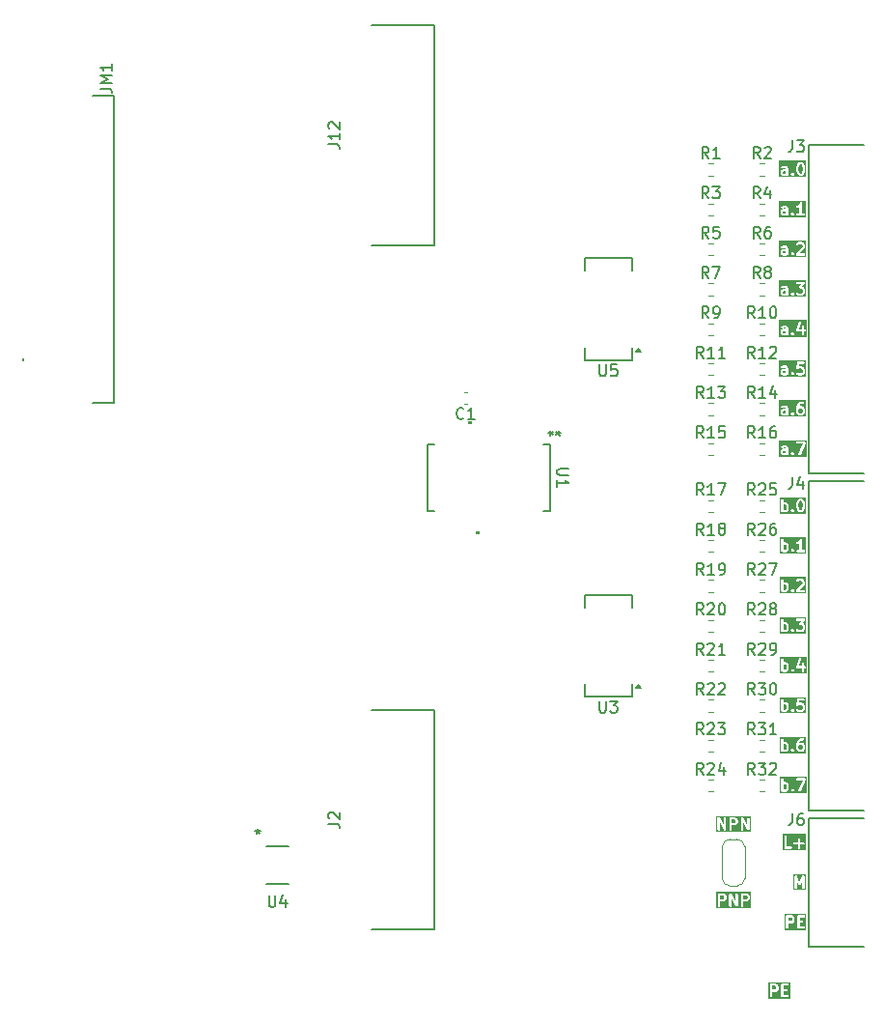
<source format=gbr>
%TF.GenerationSoftware,KiCad,Pcbnew,9.0.6*%
%TF.CreationDate,2025-12-07T15:00:32+03:00*%
%TF.ProjectId,PMCNV-DIx16,504d434e-562d-4444-9978-31362e6b6963,rev?*%
%TF.SameCoordinates,Original*%
%TF.FileFunction,Legend,Top*%
%TF.FilePolarity,Positive*%
%FSLAX46Y46*%
G04 Gerber Fmt 4.6, Leading zero omitted, Abs format (unit mm)*
G04 Created by KiCad (PCBNEW 9.0.6) date 2025-12-07 15:00:32*
%MOMM*%
%LPD*%
G01*
G04 APERTURE LIST*
%ADD10C,0.200000*%
%ADD11C,0.150000*%
%ADD12C,0.160000*%
%ADD13C,0.100000*%
%ADD14C,0.120000*%
%ADD15C,0.152400*%
%ADD16C,0.000000*%
G04 APERTURE END LIST*
D10*
G36*
X28601755Y5657204D02*
G01*
X28582910Y5647781D01*
X28392029Y5647781D01*
X28347719Y5669936D01*
X28325565Y5714246D01*
X28325565Y5762270D01*
X28347720Y5806580D01*
X28392029Y5828734D01*
X28601755Y5828734D01*
X28601755Y5657204D01*
G37*
G36*
X30023471Y6037024D02*
G01*
X30048140Y6012356D01*
X30077945Y5952746D01*
X30077945Y5761865D01*
X30048140Y5702257D01*
X30023471Y5677587D01*
X29963862Y5647781D01*
X29820600Y5647781D01*
X29760990Y5677586D01*
X29736323Y5702254D01*
X29706517Y5761866D01*
X29706517Y5952746D01*
X29736322Y6012356D01*
X29760990Y6037025D01*
X29820600Y6066829D01*
X29963862Y6066829D01*
X30023471Y6037024D01*
G37*
G36*
X30389056Y5336670D02*
G01*
X28014454Y5336670D01*
X28014454Y5785877D01*
X28125565Y5785877D01*
X28125565Y5690639D01*
X28127486Y5671130D01*
X28128861Y5667810D01*
X28129116Y5664227D01*
X28136122Y5645918D01*
X28183741Y5550679D01*
X28185794Y5547416D01*
X28186308Y5545877D01*
X28187970Y5543961D01*
X28194184Y5534089D01*
X28203655Y5525875D01*
X28211872Y5516400D01*
X28221742Y5510188D01*
X28223660Y5508524D01*
X28225200Y5508011D01*
X28228463Y5505957D01*
X28323700Y5458338D01*
X28342009Y5451332D01*
X28345592Y5451078D01*
X28348913Y5449702D01*
X28368422Y5447781D01*
X28606517Y5447781D01*
X28626026Y5449702D01*
X28629346Y5451078D01*
X28632930Y5451332D01*
X28651238Y5458338D01*
X28655841Y5460640D01*
X28682246Y5449702D01*
X28721264Y5449702D01*
X28757312Y5464634D01*
X28784902Y5492224D01*
X28799834Y5528272D01*
X28801755Y5547781D01*
X28801755Y5614909D01*
X29032248Y5614909D01*
X29032248Y5575891D01*
X29038711Y5560288D01*
X29047180Y5539842D01*
X29047184Y5539838D01*
X29059616Y5524689D01*
X29107235Y5477071D01*
X29122388Y5464634D01*
X29131391Y5460905D01*
X29158437Y5449702D01*
X29197455Y5449702D01*
X29233503Y5464634D01*
X29248657Y5477070D01*
X29296275Y5524689D01*
X29308712Y5539842D01*
X29315464Y5556144D01*
X29323643Y5575890D01*
X29323644Y5614908D01*
X29308713Y5650957D01*
X29296276Y5666110D01*
X29248657Y5713730D01*
X29233504Y5726167D01*
X29211310Y5735360D01*
X29208910Y5736354D01*
X29197455Y5741099D01*
X29158437Y5741099D01*
X29147879Y5736726D01*
X29122389Y5726168D01*
X29122388Y5726167D01*
X29107234Y5713730D01*
X29059616Y5666110D01*
X29047179Y5650957D01*
X29037166Y5626781D01*
X29032248Y5614909D01*
X28801755Y5614909D01*
X28801755Y6071591D01*
X28799834Y6091100D01*
X28798458Y6094421D01*
X28798204Y6098004D01*
X28791198Y6116313D01*
X28789749Y6119210D01*
X29506517Y6119210D01*
X29506517Y5738258D01*
X29508438Y5718749D01*
X29509813Y5715429D01*
X29510068Y5711845D01*
X29517074Y5693537D01*
X29564693Y5598299D01*
X29569976Y5589907D01*
X29570988Y5587463D01*
X29573244Y5584714D01*
X29575136Y5581709D01*
X29577130Y5579980D01*
X29583425Y5572310D01*
X29631043Y5524690D01*
X29638711Y5518397D01*
X29640443Y5516400D01*
X29643451Y5514507D01*
X29646197Y5512253D01*
X29648637Y5511243D01*
X29657034Y5505957D01*
X29752271Y5458338D01*
X29770580Y5451332D01*
X29774163Y5451078D01*
X29777484Y5449702D01*
X29796993Y5447781D01*
X29987469Y5447781D01*
X30006978Y5449702D01*
X30010298Y5451078D01*
X30013882Y5451332D01*
X30032190Y5458338D01*
X30127428Y5505957D01*
X30135823Y5511242D01*
X30138265Y5512253D01*
X30141012Y5514509D01*
X30144018Y5516400D01*
X30145748Y5518395D01*
X30153418Y5524690D01*
X30201037Y5572310D01*
X30207329Y5579977D01*
X30209326Y5581708D01*
X30211219Y5584716D01*
X30213474Y5587463D01*
X30214485Y5589905D01*
X30219769Y5598299D01*
X30267388Y5693536D01*
X30274394Y5711845D01*
X30274648Y5715429D01*
X30276024Y5718749D01*
X30277945Y5738258D01*
X30277945Y5976353D01*
X30276024Y5995862D01*
X30274648Y5999183D01*
X30274394Y6002766D01*
X30267388Y6021075D01*
X30219769Y6116312D01*
X30214483Y6124709D01*
X30213473Y6127149D01*
X30211219Y6129895D01*
X30209326Y6132903D01*
X30207328Y6134636D01*
X30201036Y6142302D01*
X30153418Y6189921D01*
X30145747Y6196216D01*
X30144018Y6198210D01*
X30141010Y6200104D01*
X30138264Y6202357D01*
X30135824Y6203368D01*
X30127428Y6208653D01*
X30032190Y6256272D01*
X30013882Y6263278D01*
X30010298Y6263533D01*
X30006978Y6264908D01*
X29987469Y6266829D01*
X29796993Y6266829D01*
X29777484Y6264908D01*
X29774163Y6263533D01*
X29770580Y6263278D01*
X29752271Y6256272D01*
X29742658Y6251466D01*
X29746949Y6268628D01*
X29827085Y6388833D01*
X29856228Y6417977D01*
X29915838Y6447781D01*
X30082707Y6447781D01*
X30102216Y6449702D01*
X30138264Y6464634D01*
X30165854Y6492224D01*
X30180786Y6528272D01*
X30180786Y6567290D01*
X30165854Y6603338D01*
X30138264Y6630928D01*
X30102216Y6645860D01*
X30082707Y6647781D01*
X29892231Y6647781D01*
X29872722Y6645860D01*
X29869401Y6644485D01*
X29865818Y6644230D01*
X29847509Y6637224D01*
X29752272Y6589605D01*
X29743875Y6584320D01*
X29741435Y6583309D01*
X29738689Y6581056D01*
X29735681Y6579162D01*
X29733948Y6577165D01*
X29726282Y6570872D01*
X29678663Y6523254D01*
X29678618Y6523200D01*
X29678589Y6523180D01*
X29672407Y6515632D01*
X29666227Y6508100D01*
X29666213Y6508068D01*
X29666169Y6508013D01*
X29570931Y6365156D01*
X29565188Y6354387D01*
X29563717Y6352400D01*
X29562879Y6350055D01*
X29561708Y6347858D01*
X29561228Y6345435D01*
X29557122Y6333939D01*
X29509503Y6143464D01*
X29509002Y6140083D01*
X29508438Y6138719D01*
X29507714Y6131369D01*
X29506635Y6124071D01*
X29506852Y6122613D01*
X29506517Y6119210D01*
X28789749Y6119210D01*
X28743579Y6211550D01*
X28741524Y6214814D01*
X28741012Y6216352D01*
X28739350Y6218268D01*
X28733136Y6228141D01*
X28723660Y6236359D01*
X28715447Y6245829D01*
X28705575Y6252043D01*
X28703659Y6253705D01*
X28702120Y6254219D01*
X28698857Y6256272D01*
X28603619Y6303891D01*
X28585311Y6310897D01*
X28581727Y6311152D01*
X28578407Y6312527D01*
X28558898Y6314448D01*
X28368422Y6314448D01*
X28348913Y6312527D01*
X28345592Y6311152D01*
X28342009Y6310897D01*
X28323700Y6303891D01*
X28228463Y6256272D01*
X28211872Y6245829D01*
X28186308Y6216352D01*
X28173969Y6179336D01*
X28176735Y6140416D01*
X28194184Y6105517D01*
X28223661Y6079953D01*
X28260677Y6067614D01*
X28299597Y6070380D01*
X28317905Y6077386D01*
X28392029Y6114448D01*
X28535291Y6114448D01*
X28579600Y6092293D01*
X28601755Y6047984D01*
X28601755Y6038157D01*
X28582910Y6028734D01*
X28368422Y6028734D01*
X28348913Y6026813D01*
X28345592Y6025438D01*
X28342009Y6025183D01*
X28323700Y6018177D01*
X28228463Y5970558D01*
X28225199Y5968504D01*
X28223661Y5967991D01*
X28221745Y5966330D01*
X28211872Y5960115D01*
X28203654Y5950640D01*
X28194184Y5942426D01*
X28187970Y5932555D01*
X28186308Y5930638D01*
X28185794Y5929100D01*
X28183741Y5925836D01*
X28136122Y5830598D01*
X28129116Y5812290D01*
X28128861Y5808707D01*
X28127486Y5805386D01*
X28125565Y5785877D01*
X28014454Y5785877D01*
X28014454Y6758892D01*
X30389056Y6758892D01*
X30389056Y5336670D01*
G37*
G36*
X28594900Y-26915357D02*
G01*
X28619569Y-26940025D01*
X28649374Y-26999635D01*
X28649374Y-27238135D01*
X28619569Y-27297743D01*
X28594900Y-27322413D01*
X28535291Y-27352219D01*
X28392029Y-27352219D01*
X28373184Y-27342796D01*
X28373184Y-26894974D01*
X28392029Y-26885552D01*
X28535291Y-26885552D01*
X28594900Y-26915357D01*
G37*
G36*
X30434984Y-27663330D02*
G01*
X28062073Y-27663330D01*
X28062073Y-26452219D01*
X28173184Y-26452219D01*
X28173184Y-27452219D01*
X28175105Y-27471728D01*
X28190037Y-27507776D01*
X28217627Y-27535366D01*
X28253675Y-27550298D01*
X28292693Y-27550298D01*
X28319097Y-27539360D01*
X28323700Y-27541662D01*
X28342009Y-27548668D01*
X28345592Y-27548922D01*
X28348913Y-27550298D01*
X28368422Y-27552219D01*
X28558898Y-27552219D01*
X28578407Y-27550298D01*
X28581727Y-27548922D01*
X28585311Y-27548668D01*
X28603619Y-27541662D01*
X28698857Y-27494043D01*
X28707252Y-27488758D01*
X28709694Y-27487747D01*
X28712441Y-27485491D01*
X28715447Y-27483600D01*
X28717177Y-27481605D01*
X28724847Y-27475310D01*
X28772466Y-27427690D01*
X28778758Y-27420023D01*
X28780755Y-27418292D01*
X28782648Y-27415284D01*
X28784903Y-27412537D01*
X28785914Y-27410095D01*
X28791198Y-27401701D01*
X28799503Y-27385091D01*
X29032248Y-27385091D01*
X29032248Y-27424109D01*
X29038711Y-27439712D01*
X29047180Y-27460158D01*
X29047184Y-27460162D01*
X29059616Y-27475311D01*
X29107235Y-27522929D01*
X29122388Y-27535366D01*
X29131391Y-27539095D01*
X29158437Y-27550298D01*
X29197455Y-27550298D01*
X29233503Y-27535366D01*
X29248657Y-27522930D01*
X29296275Y-27475311D01*
X29308712Y-27460158D01*
X29315464Y-27443856D01*
X29323643Y-27424110D01*
X29323644Y-27385092D01*
X29308713Y-27349043D01*
X29296276Y-27333890D01*
X29248657Y-27286270D01*
X29233504Y-27273833D01*
X29218572Y-27267648D01*
X29197455Y-27258901D01*
X29158437Y-27258901D01*
X29147879Y-27263274D01*
X29122389Y-27273832D01*
X29122388Y-27273833D01*
X29107234Y-27286270D01*
X29059616Y-27333890D01*
X29047179Y-27349043D01*
X29037166Y-27373219D01*
X29032248Y-27385091D01*
X28799503Y-27385091D01*
X28838817Y-27306464D01*
X28845823Y-27288155D01*
X28846077Y-27284571D01*
X28847453Y-27281251D01*
X28849374Y-27261742D01*
X28849374Y-26976028D01*
X28847453Y-26956519D01*
X28846077Y-26953198D01*
X28845823Y-26949615D01*
X28838817Y-26931306D01*
X28791198Y-26836069D01*
X28785912Y-26827672D01*
X28784902Y-26825232D01*
X28782648Y-26822486D01*
X28780755Y-26819478D01*
X28778757Y-26817745D01*
X28772465Y-26810079D01*
X28724847Y-26762460D01*
X28717176Y-26756165D01*
X28715447Y-26754171D01*
X28712439Y-26752277D01*
X28709693Y-26750024D01*
X28707253Y-26749013D01*
X28698857Y-26743728D01*
X28603619Y-26696109D01*
X28585311Y-26689103D01*
X28581727Y-26688848D01*
X28578407Y-26687473D01*
X28558898Y-26685552D01*
X28373184Y-26685552D01*
X28373184Y-26452219D01*
X28371263Y-26432710D01*
X29460819Y-26432710D01*
X29460819Y-26471728D01*
X29475751Y-26507776D01*
X29503341Y-26535366D01*
X29539389Y-26550298D01*
X29558898Y-26552219D01*
X30073910Y-26552219D01*
X29705078Y-27412827D01*
X29699159Y-27431515D01*
X29698684Y-27470531D01*
X29713175Y-27506758D01*
X29740426Y-27534683D01*
X29776289Y-27550053D01*
X29815305Y-27550528D01*
X29851532Y-27536037D01*
X29879457Y-27508786D01*
X29888908Y-27491611D01*
X30317478Y-26491611D01*
X30323398Y-26472923D01*
X30323405Y-26472301D01*
X30323643Y-26471728D01*
X30323643Y-26452799D01*
X30323873Y-26433908D01*
X30323643Y-26433332D01*
X30323643Y-26432710D01*
X30316389Y-26415199D01*
X30309382Y-26397680D01*
X30308948Y-26397236D01*
X30308711Y-26396662D01*
X30295331Y-26383282D01*
X30282131Y-26369756D01*
X30281560Y-26369511D01*
X30281121Y-26369072D01*
X30263604Y-26361816D01*
X30246267Y-26354386D01*
X30245648Y-26354378D01*
X30245073Y-26354140D01*
X30225564Y-26352219D01*
X29558898Y-26352219D01*
X29539389Y-26354140D01*
X29503341Y-26369072D01*
X29475751Y-26396662D01*
X29460819Y-26432710D01*
X28371263Y-26432710D01*
X28356331Y-26396662D01*
X28328741Y-26369072D01*
X28292693Y-26354140D01*
X28253675Y-26354140D01*
X28217627Y-26369072D01*
X28190037Y-26396662D01*
X28175105Y-26432710D01*
X28173184Y-26452219D01*
X28062073Y-26452219D01*
X28062073Y-26241108D01*
X30434984Y-26241108D01*
X30434984Y-27663330D01*
G37*
G36*
X30339517Y-32663330D02*
G01*
X28347787Y-32663330D01*
X28347787Y-31452219D01*
X28458898Y-31452219D01*
X28458898Y-32452219D01*
X28460819Y-32471728D01*
X28475751Y-32507776D01*
X28503341Y-32535366D01*
X28539389Y-32550298D01*
X28558898Y-32552219D01*
X29035088Y-32552219D01*
X29054597Y-32550298D01*
X29090645Y-32535366D01*
X29118235Y-32507776D01*
X29133167Y-32471728D01*
X29133167Y-32432710D01*
X29118235Y-32396662D01*
X29090645Y-32369072D01*
X29054597Y-32354140D01*
X29035088Y-32352219D01*
X28658898Y-32352219D01*
X28658898Y-32051757D01*
X29270343Y-32051757D01*
X29270343Y-32090775D01*
X29285275Y-32126823D01*
X29312865Y-32154413D01*
X29348913Y-32169345D01*
X29368422Y-32171266D01*
X29649374Y-32171266D01*
X29649374Y-32452219D01*
X29651295Y-32471728D01*
X29666227Y-32507776D01*
X29693817Y-32535366D01*
X29729865Y-32550298D01*
X29768883Y-32550298D01*
X29804931Y-32535366D01*
X29832521Y-32507776D01*
X29847453Y-32471728D01*
X29849374Y-32452219D01*
X29849374Y-32171266D01*
X30130327Y-32171266D01*
X30149836Y-32169345D01*
X30185884Y-32154413D01*
X30213474Y-32126823D01*
X30228406Y-32090775D01*
X30228406Y-32051757D01*
X30213474Y-32015709D01*
X30185884Y-31988119D01*
X30149836Y-31973187D01*
X30130327Y-31971266D01*
X29849374Y-31971266D01*
X29849374Y-31690314D01*
X29847453Y-31670805D01*
X29832521Y-31634757D01*
X29804931Y-31607167D01*
X29768883Y-31592235D01*
X29729865Y-31592235D01*
X29693817Y-31607167D01*
X29666227Y-31634757D01*
X29651295Y-31670805D01*
X29649374Y-31690314D01*
X29649374Y-31971266D01*
X29368422Y-31971266D01*
X29348913Y-31973187D01*
X29312865Y-31988119D01*
X29285275Y-32015709D01*
X29270343Y-32051757D01*
X28658898Y-32051757D01*
X28658898Y-31452219D01*
X28656977Y-31432710D01*
X28642045Y-31396662D01*
X28614455Y-31369072D01*
X28578407Y-31354140D01*
X28539389Y-31354140D01*
X28503341Y-31369072D01*
X28475751Y-31396662D01*
X28460819Y-31432710D01*
X28458898Y-31452219D01*
X28347787Y-31452219D01*
X28347787Y-31243029D01*
X30339517Y-31243029D01*
X30339517Y-32663330D01*
G37*
G36*
X30341437Y-36161409D02*
G01*
X29252549Y-36161409D01*
X29252549Y-34952219D01*
X29363660Y-34952219D01*
X29363660Y-35952219D01*
X29365581Y-35971728D01*
X29380513Y-36007776D01*
X29408103Y-36035366D01*
X29444151Y-36050298D01*
X29483169Y-36050298D01*
X29519217Y-36035366D01*
X29546807Y-36007776D01*
X29561739Y-35971728D01*
X29563660Y-35952219D01*
X29563660Y-35402975D01*
X29706375Y-35708793D01*
X29710607Y-35715938D01*
X29711487Y-35718356D01*
X29713052Y-35720065D01*
X29716366Y-35725659D01*
X29727576Y-35735925D01*
X29737838Y-35747131D01*
X29741863Y-35749009D01*
X29745141Y-35752011D01*
X29759423Y-35757204D01*
X29773196Y-35763632D01*
X29777635Y-35763827D01*
X29781810Y-35765345D01*
X29796993Y-35764677D01*
X29812176Y-35765345D01*
X29816349Y-35763827D01*
X29820791Y-35763632D01*
X29834575Y-35757199D01*
X29848845Y-35752010D01*
X29852118Y-35749012D01*
X29856148Y-35747132D01*
X29866417Y-35735917D01*
X29877620Y-35725659D01*
X29880931Y-35720068D01*
X29882500Y-35718356D01*
X29883380Y-35715934D01*
X29887611Y-35708793D01*
X30030326Y-35402974D01*
X30030326Y-35952219D01*
X30032247Y-35971728D01*
X30047179Y-36007776D01*
X30074769Y-36035366D01*
X30110817Y-36050298D01*
X30149835Y-36050298D01*
X30185883Y-36035366D01*
X30213473Y-36007776D01*
X30228405Y-35971728D01*
X30230326Y-35952219D01*
X30230326Y-34952219D01*
X30229063Y-34939395D01*
X30229167Y-34937036D01*
X30228706Y-34935768D01*
X30228405Y-34932710D01*
X30221764Y-34916679D01*
X30215833Y-34900367D01*
X30214326Y-34898721D01*
X30213473Y-34896662D01*
X30201211Y-34884400D01*
X30189481Y-34871591D01*
X30187457Y-34870646D01*
X30185883Y-34869072D01*
X30169867Y-34862437D01*
X30154124Y-34855091D01*
X30151894Y-34854993D01*
X30149835Y-34854140D01*
X30132483Y-34854140D01*
X30115143Y-34853378D01*
X30113047Y-34854140D01*
X30110817Y-34854140D01*
X30094786Y-34860780D01*
X30078474Y-34866712D01*
X30076828Y-34868218D01*
X30074769Y-34869072D01*
X30062501Y-34881339D01*
X30049699Y-34893064D01*
X30048132Y-34895708D01*
X30047179Y-34896662D01*
X30046275Y-34898843D01*
X30039708Y-34909930D01*
X29796992Y-35430033D01*
X29554278Y-34909930D01*
X29547710Y-34898843D01*
X29546807Y-34896662D01*
X29545853Y-34895708D01*
X29544287Y-34893064D01*
X29531490Y-34881345D01*
X29519217Y-34869072D01*
X29517155Y-34868218D01*
X29515512Y-34866713D01*
X29499210Y-34860784D01*
X29483169Y-34854140D01*
X29480938Y-34854140D01*
X29478843Y-34853378D01*
X29461503Y-34854140D01*
X29444151Y-34854140D01*
X29442091Y-34854993D01*
X29439863Y-34855091D01*
X29424132Y-34862432D01*
X29408103Y-34869072D01*
X29406526Y-34870648D01*
X29404505Y-34871592D01*
X29392786Y-34884388D01*
X29380513Y-34896662D01*
X29379659Y-34898723D01*
X29378154Y-34900367D01*
X29372225Y-34916668D01*
X29365581Y-34932710D01*
X29365279Y-34935768D01*
X29364819Y-34937036D01*
X29364922Y-34939395D01*
X29363660Y-34952219D01*
X29252549Y-34952219D01*
X29252549Y-34742267D01*
X30341437Y-34742267D01*
X30341437Y-36161409D01*
G37*
G36*
X28594900Y-12915357D02*
G01*
X28619569Y-12940025D01*
X28649374Y-12999635D01*
X28649374Y-13238135D01*
X28619569Y-13297743D01*
X28594900Y-13322413D01*
X28535291Y-13352219D01*
X28392029Y-13352219D01*
X28373184Y-13342796D01*
X28373184Y-12894974D01*
X28392029Y-12885552D01*
X28535291Y-12885552D01*
X28594900Y-12915357D01*
G37*
G36*
X30389056Y-13663330D02*
G01*
X28062073Y-13663330D01*
X28062073Y-12452219D01*
X28173184Y-12452219D01*
X28173184Y-13452219D01*
X28175105Y-13471728D01*
X28190037Y-13507776D01*
X28217627Y-13535366D01*
X28253675Y-13550298D01*
X28292693Y-13550298D01*
X28319097Y-13539360D01*
X28323700Y-13541662D01*
X28342009Y-13548668D01*
X28345592Y-13548922D01*
X28348913Y-13550298D01*
X28368422Y-13552219D01*
X28558898Y-13552219D01*
X28578407Y-13550298D01*
X28581727Y-13548922D01*
X28585311Y-13548668D01*
X28603619Y-13541662D01*
X28698857Y-13494043D01*
X28707252Y-13488758D01*
X28709694Y-13487747D01*
X28712441Y-13485491D01*
X28715447Y-13483600D01*
X28717177Y-13481605D01*
X28724847Y-13475310D01*
X28772466Y-13427690D01*
X28778758Y-13420023D01*
X28780755Y-13418292D01*
X28782648Y-13415284D01*
X28784903Y-13412537D01*
X28785914Y-13410095D01*
X28791198Y-13401701D01*
X28799503Y-13385091D01*
X29032248Y-13385091D01*
X29032248Y-13424109D01*
X29038711Y-13439712D01*
X29047180Y-13460158D01*
X29047184Y-13460162D01*
X29059616Y-13475311D01*
X29107235Y-13522929D01*
X29122388Y-13535366D01*
X29131391Y-13539095D01*
X29158437Y-13550298D01*
X29197455Y-13550298D01*
X29233503Y-13535366D01*
X29248657Y-13522930D01*
X29296275Y-13475311D01*
X29308712Y-13460158D01*
X29315464Y-13443856D01*
X29323643Y-13424110D01*
X29323644Y-13385092D01*
X29308713Y-13349043D01*
X29296276Y-13333890D01*
X29248657Y-13286270D01*
X29233504Y-13273833D01*
X29218572Y-13267648D01*
X29197455Y-13258901D01*
X29158437Y-13258901D01*
X29147879Y-13263274D01*
X29122389Y-13273832D01*
X29122388Y-13273833D01*
X29107234Y-13286270D01*
X29059616Y-13333890D01*
X29047179Y-13349043D01*
X29037166Y-13373219D01*
X29032248Y-13385091D01*
X28799503Y-13385091D01*
X28838817Y-13306464D01*
X28845823Y-13288155D01*
X28846077Y-13284571D01*
X28847453Y-13281251D01*
X28849374Y-13261742D01*
X28849374Y-12976028D01*
X28847453Y-12956519D01*
X28846077Y-12953198D01*
X28845823Y-12949615D01*
X28838817Y-12931306D01*
X28791198Y-12836069D01*
X28785912Y-12827672D01*
X28784902Y-12825232D01*
X28782648Y-12822486D01*
X28780755Y-12819478D01*
X28778757Y-12817745D01*
X28772465Y-12810079D01*
X28724847Y-12762460D01*
X28717176Y-12756165D01*
X28715447Y-12754171D01*
X28712439Y-12752277D01*
X28709693Y-12750024D01*
X28707253Y-12749013D01*
X28698857Y-12743728D01*
X28603619Y-12696109D01*
X28585311Y-12689103D01*
X28581727Y-12688848D01*
X28578407Y-12687473D01*
X28558898Y-12685552D01*
X28373184Y-12685552D01*
X28373184Y-12452219D01*
X28371263Y-12432710D01*
X29460819Y-12432710D01*
X29460819Y-12471728D01*
X29475751Y-12507776D01*
X29503341Y-12535366D01*
X29539389Y-12550298D01*
X29558898Y-12552219D01*
X29957568Y-12552219D01*
X29769354Y-12767321D01*
X29763324Y-12775754D01*
X29761465Y-12777614D01*
X29760734Y-12779377D01*
X29757953Y-12783268D01*
X29752748Y-12798656D01*
X29746533Y-12813662D01*
X29746533Y-12817035D01*
X29745453Y-12820229D01*
X29746533Y-12836431D01*
X29746533Y-12852680D01*
X29747823Y-12855795D01*
X29748048Y-12859161D01*
X29755248Y-12873721D01*
X29761465Y-12888728D01*
X29763849Y-12891112D01*
X29765345Y-12894136D01*
X29777570Y-12904833D01*
X29789055Y-12916318D01*
X29792169Y-12917608D01*
X29794709Y-12919830D01*
X29810097Y-12925034D01*
X29825103Y-12931250D01*
X29829862Y-12931718D01*
X29831670Y-12932330D01*
X29834294Y-12932155D01*
X29844612Y-12933171D01*
X29963862Y-12933171D01*
X30023471Y-12962976D01*
X30048140Y-12987644D01*
X30077945Y-13047254D01*
X30077945Y-13238135D01*
X30048140Y-13297743D01*
X30023471Y-13322413D01*
X29963862Y-13352219D01*
X29725362Y-13352219D01*
X29665752Y-13322414D01*
X29629609Y-13286270D01*
X29614456Y-13273833D01*
X29578408Y-13258902D01*
X29539390Y-13258901D01*
X29503341Y-13273832D01*
X29475751Y-13301422D01*
X29460820Y-13337470D01*
X29460819Y-13376488D01*
X29475750Y-13412537D01*
X29488187Y-13427690D01*
X29535805Y-13475310D01*
X29543473Y-13481603D01*
X29545205Y-13483600D01*
X29548213Y-13485493D01*
X29550959Y-13487747D01*
X29553399Y-13488757D01*
X29561796Y-13494043D01*
X29657033Y-13541662D01*
X29675342Y-13548668D01*
X29678925Y-13548922D01*
X29682246Y-13550298D01*
X29701755Y-13552219D01*
X29987469Y-13552219D01*
X30006978Y-13550298D01*
X30010298Y-13548922D01*
X30013882Y-13548668D01*
X30032190Y-13541662D01*
X30127428Y-13494043D01*
X30135823Y-13488758D01*
X30138265Y-13487747D01*
X30141012Y-13485491D01*
X30144018Y-13483600D01*
X30145748Y-13481605D01*
X30153418Y-13475310D01*
X30201037Y-13427690D01*
X30207329Y-13420023D01*
X30209326Y-13418292D01*
X30211219Y-13415284D01*
X30213474Y-13412537D01*
X30214485Y-13410095D01*
X30219769Y-13401701D01*
X30267388Y-13306464D01*
X30274394Y-13288155D01*
X30274648Y-13284571D01*
X30276024Y-13281251D01*
X30277945Y-13261742D01*
X30277945Y-13023647D01*
X30276024Y-13004138D01*
X30274648Y-13000817D01*
X30274394Y-12997234D01*
X30267388Y-12978925D01*
X30219769Y-12883688D01*
X30214483Y-12875291D01*
X30213473Y-12872851D01*
X30211219Y-12870105D01*
X30209326Y-12867097D01*
X30207328Y-12865364D01*
X30201036Y-12857698D01*
X30153418Y-12810079D01*
X30145747Y-12803784D01*
X30144018Y-12801790D01*
X30141010Y-12799896D01*
X30138264Y-12797643D01*
X30135824Y-12796632D01*
X30127428Y-12791347D01*
X30048580Y-12751923D01*
X30253203Y-12518069D01*
X30259232Y-12509635D01*
X30261092Y-12507776D01*
X30261822Y-12506012D01*
X30264604Y-12502122D01*
X30269808Y-12486733D01*
X30276024Y-12471728D01*
X30276024Y-12468354D01*
X30277104Y-12465161D01*
X30276024Y-12448958D01*
X30276024Y-12432710D01*
X30274733Y-12429594D01*
X30274509Y-12426229D01*
X30267306Y-12411663D01*
X30261092Y-12396662D01*
X30258708Y-12394278D01*
X30257213Y-12391254D01*
X30244979Y-12380549D01*
X30233502Y-12369072D01*
X30230388Y-12367782D01*
X30227849Y-12365560D01*
X30212457Y-12360354D01*
X30197454Y-12354140D01*
X30192694Y-12353671D01*
X30190887Y-12353060D01*
X30188262Y-12353234D01*
X30177945Y-12352219D01*
X29558898Y-12352219D01*
X29539389Y-12354140D01*
X29503341Y-12369072D01*
X29475751Y-12396662D01*
X29460819Y-12432710D01*
X28371263Y-12432710D01*
X28356331Y-12396662D01*
X28328741Y-12369072D01*
X28292693Y-12354140D01*
X28253675Y-12354140D01*
X28217627Y-12369072D01*
X28190037Y-12396662D01*
X28175105Y-12432710D01*
X28173184Y-12452219D01*
X28062073Y-12452219D01*
X28062073Y-12241108D01*
X30389056Y-12241108D01*
X30389056Y-13663330D01*
G37*
G36*
X28601755Y9157204D02*
G01*
X28582910Y9147781D01*
X28392029Y9147781D01*
X28347719Y9169936D01*
X28325565Y9214246D01*
X28325565Y9262270D01*
X28347720Y9306580D01*
X28392029Y9328734D01*
X28601755Y9328734D01*
X28601755Y9157204D01*
G37*
G36*
X30389056Y8836670D02*
G01*
X28014454Y8836670D01*
X28014454Y9285877D01*
X28125565Y9285877D01*
X28125565Y9190639D01*
X28127486Y9171130D01*
X28128861Y9167810D01*
X28129116Y9164227D01*
X28136122Y9145918D01*
X28183741Y9050679D01*
X28185794Y9047416D01*
X28186308Y9045877D01*
X28187970Y9043961D01*
X28194184Y9034089D01*
X28203655Y9025875D01*
X28211872Y9016400D01*
X28221742Y9010188D01*
X28223660Y9008524D01*
X28225200Y9008011D01*
X28228463Y9005957D01*
X28323700Y8958338D01*
X28342009Y8951332D01*
X28345592Y8951078D01*
X28348913Y8949702D01*
X28368422Y8947781D01*
X28606517Y8947781D01*
X28626026Y8949702D01*
X28629346Y8951078D01*
X28632930Y8951332D01*
X28651238Y8958338D01*
X28655841Y8960640D01*
X28682246Y8949702D01*
X28721264Y8949702D01*
X28757312Y8964634D01*
X28784902Y8992224D01*
X28799834Y9028272D01*
X28801755Y9047781D01*
X28801755Y9114909D01*
X29032248Y9114909D01*
X29032248Y9075891D01*
X29038711Y9060288D01*
X29047180Y9039842D01*
X29047184Y9039838D01*
X29059616Y9024689D01*
X29107235Y8977071D01*
X29122388Y8964634D01*
X29131391Y8960905D01*
X29158437Y8949702D01*
X29197455Y8949702D01*
X29233503Y8964634D01*
X29248657Y8977070D01*
X29296275Y9024689D01*
X29308712Y9039842D01*
X29315464Y9056144D01*
X29323643Y9075890D01*
X29323644Y9114908D01*
X29308713Y9150957D01*
X29296276Y9166110D01*
X29248657Y9213730D01*
X29233504Y9226167D01*
X29211310Y9235360D01*
X29208910Y9236354D01*
X29197455Y9241099D01*
X29158437Y9241099D01*
X29147879Y9236726D01*
X29122389Y9226168D01*
X29122388Y9226167D01*
X29107234Y9213730D01*
X29059616Y9166110D01*
X29047179Y9150957D01*
X29037166Y9126781D01*
X29032248Y9114909D01*
X28801755Y9114909D01*
X28801755Y9561938D01*
X29506984Y9561938D01*
X29508438Y9557120D01*
X29508438Y9552082D01*
X29514034Y9538573D01*
X29518255Y9524583D01*
X29521442Y9520687D01*
X29523370Y9516034D01*
X29533706Y9505698D01*
X29542962Y9494385D01*
X29547399Y9492005D01*
X29550960Y9488444D01*
X29564465Y9482850D01*
X29577346Y9475940D01*
X29582355Y9475440D01*
X29587008Y9473512D01*
X29601629Y9473512D01*
X29616170Y9472058D01*
X29620989Y9473512D01*
X29626026Y9473512D01*
X29639535Y9479109D01*
X29653525Y9483329D01*
X29657421Y9486517D01*
X29662074Y9488444D01*
X29677228Y9500880D01*
X29713371Y9537025D01*
X29772981Y9566829D01*
X29963862Y9566829D01*
X30023471Y9537024D01*
X30048140Y9512356D01*
X30077945Y9452746D01*
X30077945Y9261865D01*
X30048140Y9202257D01*
X30023471Y9177587D01*
X29963862Y9147781D01*
X29772981Y9147781D01*
X29713371Y9177586D01*
X29677228Y9213730D01*
X29662075Y9226167D01*
X29626027Y9241098D01*
X29587009Y9241099D01*
X29550960Y9226168D01*
X29523370Y9198578D01*
X29508439Y9162530D01*
X29508438Y9123512D01*
X29523369Y9087463D01*
X29535806Y9072310D01*
X29583424Y9024690D01*
X29591092Y9018397D01*
X29592824Y9016400D01*
X29595832Y9014507D01*
X29598578Y9012253D01*
X29601018Y9011243D01*
X29609415Y9005957D01*
X29704652Y8958338D01*
X29722961Y8951332D01*
X29726544Y8951078D01*
X29729865Y8949702D01*
X29749374Y8947781D01*
X29987469Y8947781D01*
X30006978Y8949702D01*
X30010298Y8951078D01*
X30013882Y8951332D01*
X30032190Y8958338D01*
X30127428Y9005957D01*
X30135823Y9011242D01*
X30138265Y9012253D01*
X30141012Y9014509D01*
X30144018Y9016400D01*
X30145748Y9018395D01*
X30153418Y9024690D01*
X30201037Y9072310D01*
X30207329Y9079977D01*
X30209326Y9081708D01*
X30211219Y9084716D01*
X30213474Y9087463D01*
X30214485Y9089905D01*
X30219769Y9098299D01*
X30267388Y9193536D01*
X30274394Y9211845D01*
X30274648Y9215429D01*
X30276024Y9218749D01*
X30277945Y9238258D01*
X30277945Y9476353D01*
X30276024Y9495862D01*
X30274648Y9499183D01*
X30274394Y9502766D01*
X30267388Y9521075D01*
X30219769Y9616312D01*
X30214483Y9624709D01*
X30213473Y9627149D01*
X30211219Y9629895D01*
X30209326Y9632903D01*
X30207328Y9634636D01*
X30201036Y9642302D01*
X30153418Y9689921D01*
X30145747Y9696216D01*
X30144018Y9698210D01*
X30141010Y9700104D01*
X30138264Y9702357D01*
X30135824Y9703368D01*
X30127428Y9708653D01*
X30032190Y9756272D01*
X30013882Y9763278D01*
X30010298Y9763533D01*
X30006978Y9764908D01*
X29987469Y9766829D01*
X29749374Y9766829D01*
X29729865Y9764908D01*
X29726544Y9763533D01*
X29726207Y9763509D01*
X29744635Y9947781D01*
X30130326Y9947781D01*
X30149835Y9949702D01*
X30185883Y9964634D01*
X30213473Y9992224D01*
X30228405Y10028272D01*
X30228405Y10067290D01*
X30213473Y10103338D01*
X30185883Y10130928D01*
X30149835Y10145860D01*
X30130326Y10147781D01*
X29654136Y10147781D01*
X29646919Y10147071D01*
X29644483Y10147314D01*
X29642104Y10146597D01*
X29634627Y10145860D01*
X29621117Y10140264D01*
X29607128Y10136043D01*
X29603231Y10132856D01*
X29598579Y10130928D01*
X29588242Y10120592D01*
X29576930Y10111336D01*
X29574549Y10106899D01*
X29570989Y10103338D01*
X29565394Y10089833D01*
X29558485Y10076952D01*
X29557008Y10069588D01*
X29556057Y10067290D01*
X29556057Y10064840D01*
X29554632Y10057731D01*
X29507013Y9581541D01*
X29506984Y9561938D01*
X28801755Y9561938D01*
X28801755Y9571591D01*
X28799834Y9591100D01*
X28798458Y9594421D01*
X28798204Y9598004D01*
X28791198Y9616313D01*
X28743579Y9711550D01*
X28741524Y9714814D01*
X28741012Y9716352D01*
X28739350Y9718268D01*
X28733136Y9728141D01*
X28723660Y9736359D01*
X28715447Y9745829D01*
X28705575Y9752043D01*
X28703659Y9753705D01*
X28702120Y9754219D01*
X28698857Y9756272D01*
X28603619Y9803891D01*
X28585311Y9810897D01*
X28581727Y9811152D01*
X28578407Y9812527D01*
X28558898Y9814448D01*
X28368422Y9814448D01*
X28348913Y9812527D01*
X28345592Y9811152D01*
X28342009Y9810897D01*
X28323700Y9803891D01*
X28228463Y9756272D01*
X28211872Y9745829D01*
X28186308Y9716352D01*
X28173969Y9679336D01*
X28176735Y9640416D01*
X28194184Y9605517D01*
X28223661Y9579953D01*
X28260677Y9567614D01*
X28299597Y9570380D01*
X28317905Y9577386D01*
X28392029Y9614448D01*
X28535291Y9614448D01*
X28579600Y9592293D01*
X28601755Y9547984D01*
X28601755Y9538157D01*
X28582910Y9528734D01*
X28368422Y9528734D01*
X28348913Y9526813D01*
X28345592Y9525438D01*
X28342009Y9525183D01*
X28323700Y9518177D01*
X28228463Y9470558D01*
X28225199Y9468504D01*
X28223661Y9467991D01*
X28221745Y9466330D01*
X28211872Y9460115D01*
X28203654Y9450640D01*
X28194184Y9442426D01*
X28187970Y9432555D01*
X28186308Y9430638D01*
X28185794Y9429100D01*
X28183741Y9425836D01*
X28136122Y9330598D01*
X28129116Y9312290D01*
X28128861Y9308707D01*
X28127486Y9305386D01*
X28125565Y9285877D01*
X28014454Y9285877D01*
X28014454Y10258892D01*
X30389056Y10258892D01*
X30389056Y8836670D01*
G37*
G36*
X28594900Y-23415357D02*
G01*
X28619569Y-23440025D01*
X28649374Y-23499635D01*
X28649374Y-23738135D01*
X28619569Y-23797743D01*
X28594900Y-23822413D01*
X28535291Y-23852219D01*
X28392029Y-23852219D01*
X28373184Y-23842796D01*
X28373184Y-23394974D01*
X28392029Y-23385552D01*
X28535291Y-23385552D01*
X28594900Y-23415357D01*
G37*
G36*
X30023471Y-23462976D02*
G01*
X30048140Y-23487644D01*
X30077945Y-23547254D01*
X30077945Y-23738135D01*
X30048140Y-23797743D01*
X30023471Y-23822413D01*
X29963862Y-23852219D01*
X29820600Y-23852219D01*
X29760990Y-23822414D01*
X29736323Y-23797746D01*
X29706517Y-23738134D01*
X29706517Y-23547254D01*
X29736322Y-23487644D01*
X29760990Y-23462975D01*
X29820600Y-23433171D01*
X29963862Y-23433171D01*
X30023471Y-23462976D01*
G37*
G36*
X30389056Y-24163330D02*
G01*
X28062073Y-24163330D01*
X28062073Y-22952219D01*
X28173184Y-22952219D01*
X28173184Y-23952219D01*
X28175105Y-23971728D01*
X28190037Y-24007776D01*
X28217627Y-24035366D01*
X28253675Y-24050298D01*
X28292693Y-24050298D01*
X28319097Y-24039360D01*
X28323700Y-24041662D01*
X28342009Y-24048668D01*
X28345592Y-24048922D01*
X28348913Y-24050298D01*
X28368422Y-24052219D01*
X28558898Y-24052219D01*
X28578407Y-24050298D01*
X28581727Y-24048922D01*
X28585311Y-24048668D01*
X28603619Y-24041662D01*
X28698857Y-23994043D01*
X28707252Y-23988758D01*
X28709694Y-23987747D01*
X28712441Y-23985491D01*
X28715447Y-23983600D01*
X28717177Y-23981605D01*
X28724847Y-23975310D01*
X28772466Y-23927690D01*
X28778758Y-23920023D01*
X28780755Y-23918292D01*
X28782648Y-23915284D01*
X28784903Y-23912537D01*
X28785914Y-23910095D01*
X28791198Y-23901701D01*
X28799503Y-23885091D01*
X29032248Y-23885091D01*
X29032248Y-23924109D01*
X29038711Y-23939712D01*
X29047180Y-23960158D01*
X29047184Y-23960162D01*
X29059616Y-23975311D01*
X29107235Y-24022929D01*
X29122388Y-24035366D01*
X29131391Y-24039095D01*
X29158437Y-24050298D01*
X29197455Y-24050298D01*
X29233503Y-24035366D01*
X29248657Y-24022930D01*
X29296275Y-23975311D01*
X29308712Y-23960158D01*
X29315464Y-23943856D01*
X29323643Y-23924110D01*
X29323644Y-23885092D01*
X29308713Y-23849043D01*
X29296276Y-23833890D01*
X29248657Y-23786270D01*
X29233504Y-23773833D01*
X29218572Y-23767648D01*
X29197455Y-23758901D01*
X29158437Y-23758901D01*
X29147879Y-23763274D01*
X29122389Y-23773832D01*
X29122388Y-23773833D01*
X29107234Y-23786270D01*
X29059616Y-23833890D01*
X29047179Y-23849043D01*
X29037166Y-23873219D01*
X29032248Y-23885091D01*
X28799503Y-23885091D01*
X28838817Y-23806464D01*
X28845823Y-23788155D01*
X28846077Y-23784571D01*
X28847453Y-23781251D01*
X28849374Y-23761742D01*
X28849374Y-23476028D01*
X28847453Y-23456519D01*
X28846077Y-23453198D01*
X28845823Y-23449615D01*
X28838817Y-23431306D01*
X28813559Y-23380790D01*
X29506517Y-23380790D01*
X29506517Y-23761742D01*
X29508438Y-23781251D01*
X29509813Y-23784571D01*
X29510068Y-23788155D01*
X29517074Y-23806463D01*
X29564693Y-23901701D01*
X29569976Y-23910093D01*
X29570988Y-23912537D01*
X29573244Y-23915286D01*
X29575136Y-23918291D01*
X29577130Y-23920020D01*
X29583425Y-23927690D01*
X29631043Y-23975310D01*
X29638711Y-23981603D01*
X29640443Y-23983600D01*
X29643451Y-23985493D01*
X29646197Y-23987747D01*
X29648637Y-23988757D01*
X29657034Y-23994043D01*
X29752271Y-24041662D01*
X29770580Y-24048668D01*
X29774163Y-24048922D01*
X29777484Y-24050298D01*
X29796993Y-24052219D01*
X29987469Y-24052219D01*
X30006978Y-24050298D01*
X30010298Y-24048922D01*
X30013882Y-24048668D01*
X30032190Y-24041662D01*
X30127428Y-23994043D01*
X30135823Y-23988758D01*
X30138265Y-23987747D01*
X30141012Y-23985491D01*
X30144018Y-23983600D01*
X30145748Y-23981605D01*
X30153418Y-23975310D01*
X30201037Y-23927690D01*
X30207329Y-23920023D01*
X30209326Y-23918292D01*
X30211219Y-23915284D01*
X30213474Y-23912537D01*
X30214485Y-23910095D01*
X30219769Y-23901701D01*
X30267388Y-23806464D01*
X30274394Y-23788155D01*
X30274648Y-23784571D01*
X30276024Y-23781251D01*
X30277945Y-23761742D01*
X30277945Y-23523647D01*
X30276024Y-23504138D01*
X30274648Y-23500817D01*
X30274394Y-23497234D01*
X30267388Y-23478925D01*
X30219769Y-23383688D01*
X30214483Y-23375291D01*
X30213473Y-23372851D01*
X30211219Y-23370105D01*
X30209326Y-23367097D01*
X30207328Y-23365364D01*
X30201036Y-23357698D01*
X30153418Y-23310079D01*
X30145747Y-23303784D01*
X30144018Y-23301790D01*
X30141010Y-23299896D01*
X30138264Y-23297643D01*
X30135824Y-23296632D01*
X30127428Y-23291347D01*
X30032190Y-23243728D01*
X30013882Y-23236722D01*
X30010298Y-23236467D01*
X30006978Y-23235092D01*
X29987469Y-23233171D01*
X29796993Y-23233171D01*
X29777484Y-23235092D01*
X29774163Y-23236467D01*
X29770580Y-23236722D01*
X29752271Y-23243728D01*
X29742658Y-23248534D01*
X29746949Y-23231372D01*
X29827085Y-23111167D01*
X29856228Y-23082023D01*
X29915838Y-23052219D01*
X30082707Y-23052219D01*
X30102216Y-23050298D01*
X30138264Y-23035366D01*
X30165854Y-23007776D01*
X30180786Y-22971728D01*
X30180786Y-22932710D01*
X30165854Y-22896662D01*
X30138264Y-22869072D01*
X30102216Y-22854140D01*
X30082707Y-22852219D01*
X29892231Y-22852219D01*
X29872722Y-22854140D01*
X29869401Y-22855515D01*
X29865818Y-22855770D01*
X29847509Y-22862776D01*
X29752272Y-22910395D01*
X29743875Y-22915680D01*
X29741435Y-22916691D01*
X29738689Y-22918944D01*
X29735681Y-22920838D01*
X29733948Y-22922835D01*
X29726282Y-22929128D01*
X29678663Y-22976746D01*
X29678618Y-22976800D01*
X29678589Y-22976820D01*
X29672407Y-22984368D01*
X29666227Y-22991900D01*
X29666213Y-22991932D01*
X29666169Y-22991987D01*
X29570931Y-23134844D01*
X29565188Y-23145613D01*
X29563717Y-23147600D01*
X29562879Y-23149945D01*
X29561708Y-23152142D01*
X29561228Y-23154565D01*
X29557122Y-23166061D01*
X29509503Y-23356536D01*
X29509002Y-23359917D01*
X29508438Y-23361281D01*
X29507714Y-23368631D01*
X29506635Y-23375929D01*
X29506852Y-23377387D01*
X29506517Y-23380790D01*
X28813559Y-23380790D01*
X28791198Y-23336069D01*
X28785912Y-23327672D01*
X28784902Y-23325232D01*
X28782648Y-23322486D01*
X28780755Y-23319478D01*
X28778757Y-23317745D01*
X28772465Y-23310079D01*
X28724847Y-23262460D01*
X28717176Y-23256165D01*
X28715447Y-23254171D01*
X28712439Y-23252277D01*
X28709693Y-23250024D01*
X28707253Y-23249013D01*
X28698857Y-23243728D01*
X28603619Y-23196109D01*
X28585311Y-23189103D01*
X28581727Y-23188848D01*
X28578407Y-23187473D01*
X28558898Y-23185552D01*
X28373184Y-23185552D01*
X28373184Y-22952219D01*
X28371263Y-22932710D01*
X28356331Y-22896662D01*
X28328741Y-22869072D01*
X28292693Y-22854140D01*
X28253675Y-22854140D01*
X28217627Y-22869072D01*
X28190037Y-22896662D01*
X28175105Y-22932710D01*
X28173184Y-22952219D01*
X28062073Y-22952219D01*
X28062073Y-22741108D01*
X30389056Y-22741108D01*
X30389056Y-24163330D01*
G37*
G36*
X28601755Y19657204D02*
G01*
X28582910Y19647781D01*
X28392029Y19647781D01*
X28347719Y19669936D01*
X28325565Y19714246D01*
X28325565Y19762270D01*
X28347720Y19806580D01*
X28392029Y19828734D01*
X28601755Y19828734D01*
X28601755Y19657204D01*
G37*
G36*
X30389056Y19336670D02*
G01*
X28014454Y19336670D01*
X28014454Y19785877D01*
X28125565Y19785877D01*
X28125565Y19690639D01*
X28127486Y19671130D01*
X28128861Y19667810D01*
X28129116Y19664227D01*
X28136122Y19645918D01*
X28183741Y19550679D01*
X28185794Y19547416D01*
X28186308Y19545877D01*
X28187970Y19543961D01*
X28194184Y19534089D01*
X28203655Y19525875D01*
X28211872Y19516400D01*
X28221742Y19510188D01*
X28223660Y19508524D01*
X28225200Y19508011D01*
X28228463Y19505957D01*
X28323700Y19458338D01*
X28342009Y19451332D01*
X28345592Y19451078D01*
X28348913Y19449702D01*
X28368422Y19447781D01*
X28606517Y19447781D01*
X28626026Y19449702D01*
X28629346Y19451078D01*
X28632930Y19451332D01*
X28651238Y19458338D01*
X28655841Y19460640D01*
X28682246Y19449702D01*
X28721264Y19449702D01*
X28757312Y19464634D01*
X28784902Y19492224D01*
X28799834Y19528272D01*
X28801755Y19547781D01*
X28801755Y19614909D01*
X29032248Y19614909D01*
X29032248Y19575891D01*
X29035811Y19567290D01*
X29047180Y19539842D01*
X29047184Y19539838D01*
X29059616Y19524689D01*
X29107235Y19477071D01*
X29122388Y19464634D01*
X29131391Y19460905D01*
X29158437Y19449702D01*
X29197455Y19449702D01*
X29233503Y19464634D01*
X29248657Y19477070D01*
X29296275Y19524689D01*
X29308712Y19539842D01*
X29313201Y19550679D01*
X29320081Y19567290D01*
X29460819Y19567290D01*
X29460819Y19528272D01*
X29475751Y19492224D01*
X29503341Y19464634D01*
X29539389Y19449702D01*
X29558898Y19447781D01*
X30177945Y19447781D01*
X30197454Y19449702D01*
X30233502Y19464634D01*
X30261092Y19492224D01*
X30276024Y19528272D01*
X30276024Y19567290D01*
X30261092Y19603338D01*
X30233502Y19630928D01*
X30197454Y19645860D01*
X30177945Y19647781D01*
X29800320Y19647781D01*
X30201037Y20048499D01*
X30213473Y20063653D01*
X30214847Y20066972D01*
X30217203Y20069687D01*
X30225194Y20087587D01*
X30272813Y20230444D01*
X30275012Y20240117D01*
X30276024Y20242558D01*
X30276372Y20246096D01*
X30277160Y20249559D01*
X30276972Y20252194D01*
X30277945Y20262067D01*
X30277945Y20357305D01*
X30276024Y20376814D01*
X30274648Y20380135D01*
X30274394Y20383718D01*
X30267388Y20402027D01*
X30219769Y20497264D01*
X30214483Y20505661D01*
X30213473Y20508101D01*
X30211219Y20510847D01*
X30209326Y20513855D01*
X30207328Y20515588D01*
X30201036Y20523254D01*
X30153418Y20570873D01*
X30145747Y20577168D01*
X30144018Y20579162D01*
X30141010Y20581056D01*
X30138264Y20583309D01*
X30135824Y20584320D01*
X30127428Y20589605D01*
X30032190Y20637224D01*
X30013882Y20644230D01*
X30010298Y20644485D01*
X30006978Y20645860D01*
X29987469Y20647781D01*
X29749374Y20647781D01*
X29729865Y20645860D01*
X29726544Y20644485D01*
X29722961Y20644230D01*
X29704652Y20637224D01*
X29609415Y20589605D01*
X29601018Y20584320D01*
X29598578Y20583309D01*
X29595832Y20581056D01*
X29592824Y20579162D01*
X29591091Y20577165D01*
X29583425Y20570872D01*
X29535806Y20523254D01*
X29523370Y20508100D01*
X29508438Y20472052D01*
X29508438Y20433034D01*
X29523370Y20396986D01*
X29550960Y20369396D01*
X29587008Y20354464D01*
X29626026Y20354464D01*
X29662074Y20369396D01*
X29677228Y20381832D01*
X29713371Y20417977D01*
X29772981Y20447781D01*
X29963862Y20447781D01*
X30023471Y20417976D01*
X30048140Y20393308D01*
X30077945Y20333698D01*
X30077945Y20278294D01*
X30042923Y20173230D01*
X29488187Y19618492D01*
X29475752Y19603339D01*
X29475751Y19603338D01*
X29460819Y19567290D01*
X29320081Y19567290D01*
X29323643Y19575890D01*
X29323644Y19614908D01*
X29308713Y19650957D01*
X29296276Y19666110D01*
X29248657Y19713730D01*
X29233504Y19726167D01*
X29211310Y19735360D01*
X29208910Y19736354D01*
X29197455Y19741099D01*
X29158437Y19741099D01*
X29147879Y19736726D01*
X29122389Y19726168D01*
X29122388Y19726167D01*
X29107234Y19713730D01*
X29059616Y19666110D01*
X29047179Y19650957D01*
X29043892Y19643020D01*
X29032248Y19614909D01*
X28801755Y19614909D01*
X28801755Y20071591D01*
X28799834Y20091100D01*
X28798458Y20094421D01*
X28798204Y20098004D01*
X28791198Y20116313D01*
X28743579Y20211550D01*
X28741524Y20214814D01*
X28741012Y20216352D01*
X28739350Y20218268D01*
X28733136Y20228141D01*
X28723660Y20236359D01*
X28715447Y20245829D01*
X28705575Y20252043D01*
X28703659Y20253705D01*
X28702120Y20254219D01*
X28698857Y20256272D01*
X28603619Y20303891D01*
X28585311Y20310897D01*
X28581727Y20311152D01*
X28578407Y20312527D01*
X28558898Y20314448D01*
X28368422Y20314448D01*
X28348913Y20312527D01*
X28345592Y20311152D01*
X28342009Y20310897D01*
X28323700Y20303891D01*
X28228463Y20256272D01*
X28211872Y20245829D01*
X28186308Y20216352D01*
X28173969Y20179336D01*
X28176735Y20140416D01*
X28194184Y20105517D01*
X28223661Y20079953D01*
X28260677Y20067614D01*
X28299597Y20070380D01*
X28317905Y20077386D01*
X28392029Y20114448D01*
X28535291Y20114448D01*
X28579600Y20092293D01*
X28601755Y20047984D01*
X28601755Y20038157D01*
X28582910Y20028734D01*
X28368422Y20028734D01*
X28348913Y20026813D01*
X28345592Y20025438D01*
X28342009Y20025183D01*
X28323700Y20018177D01*
X28228463Y19970558D01*
X28225199Y19968504D01*
X28223661Y19967991D01*
X28221745Y19966330D01*
X28211872Y19960115D01*
X28203654Y19950640D01*
X28194184Y19942426D01*
X28187970Y19932555D01*
X28186308Y19930638D01*
X28185794Y19929100D01*
X28183741Y19925836D01*
X28136122Y19830598D01*
X28129116Y19812290D01*
X28128861Y19808707D01*
X28127486Y19805386D01*
X28125565Y19785877D01*
X28014454Y19785877D01*
X28014454Y20758892D01*
X30389056Y20758892D01*
X30389056Y19336670D01*
G37*
G36*
X28594900Y-9415357D02*
G01*
X28619569Y-9440025D01*
X28649374Y-9499635D01*
X28649374Y-9738135D01*
X28619569Y-9797743D01*
X28594900Y-9822413D01*
X28535291Y-9852219D01*
X28392029Y-9852219D01*
X28373184Y-9842796D01*
X28373184Y-9394974D01*
X28392029Y-9385552D01*
X28535291Y-9385552D01*
X28594900Y-9415357D01*
G37*
G36*
X30389056Y-10163330D02*
G01*
X28062073Y-10163330D01*
X28062073Y-8952219D01*
X28173184Y-8952219D01*
X28173184Y-9952219D01*
X28175105Y-9971728D01*
X28190037Y-10007776D01*
X28217627Y-10035366D01*
X28253675Y-10050298D01*
X28292693Y-10050298D01*
X28319097Y-10039360D01*
X28323700Y-10041662D01*
X28342009Y-10048668D01*
X28345592Y-10048922D01*
X28348913Y-10050298D01*
X28368422Y-10052219D01*
X28558898Y-10052219D01*
X28578407Y-10050298D01*
X28581727Y-10048922D01*
X28585311Y-10048668D01*
X28603619Y-10041662D01*
X28698857Y-9994043D01*
X28707252Y-9988758D01*
X28709694Y-9987747D01*
X28712441Y-9985491D01*
X28715447Y-9983600D01*
X28717177Y-9981605D01*
X28724847Y-9975310D01*
X28772466Y-9927690D01*
X28778758Y-9920023D01*
X28780755Y-9918292D01*
X28782648Y-9915284D01*
X28784903Y-9912537D01*
X28785914Y-9910095D01*
X28791198Y-9901701D01*
X28799503Y-9885091D01*
X29032248Y-9885091D01*
X29032248Y-9924109D01*
X29038711Y-9939712D01*
X29047180Y-9960158D01*
X29047184Y-9960162D01*
X29059616Y-9975311D01*
X29107235Y-10022929D01*
X29122388Y-10035366D01*
X29131391Y-10039095D01*
X29158437Y-10050298D01*
X29197455Y-10050298D01*
X29233503Y-10035366D01*
X29248657Y-10022930D01*
X29296275Y-9975311D01*
X29308712Y-9960158D01*
X29315464Y-9943856D01*
X29320081Y-9932710D01*
X29460819Y-9932710D01*
X29460819Y-9971728D01*
X29475751Y-10007776D01*
X29503341Y-10035366D01*
X29539389Y-10050298D01*
X29558898Y-10052219D01*
X30177945Y-10052219D01*
X30197454Y-10050298D01*
X30233502Y-10035366D01*
X30261092Y-10007776D01*
X30276024Y-9971728D01*
X30276024Y-9932710D01*
X30261092Y-9896662D01*
X30233502Y-9869072D01*
X30197454Y-9854140D01*
X30177945Y-9852219D01*
X29800320Y-9852219D01*
X30201037Y-9451501D01*
X30213473Y-9436347D01*
X30214847Y-9433028D01*
X30217203Y-9430313D01*
X30225194Y-9412413D01*
X30272813Y-9269556D01*
X30275012Y-9259883D01*
X30276024Y-9257442D01*
X30276372Y-9253904D01*
X30277160Y-9250441D01*
X30276972Y-9247806D01*
X30277945Y-9237933D01*
X30277945Y-9142695D01*
X30276024Y-9123186D01*
X30274648Y-9119865D01*
X30274394Y-9116282D01*
X30267388Y-9097973D01*
X30219769Y-9002736D01*
X30214483Y-8994339D01*
X30213473Y-8991899D01*
X30211219Y-8989153D01*
X30209326Y-8986145D01*
X30207328Y-8984412D01*
X30201036Y-8976746D01*
X30153418Y-8929127D01*
X30145747Y-8922832D01*
X30144018Y-8920838D01*
X30141010Y-8918944D01*
X30138264Y-8916691D01*
X30135824Y-8915680D01*
X30127428Y-8910395D01*
X30032190Y-8862776D01*
X30013882Y-8855770D01*
X30010298Y-8855515D01*
X30006978Y-8854140D01*
X29987469Y-8852219D01*
X29749374Y-8852219D01*
X29729865Y-8854140D01*
X29726544Y-8855515D01*
X29722961Y-8855770D01*
X29704652Y-8862776D01*
X29609415Y-8910395D01*
X29601018Y-8915680D01*
X29598578Y-8916691D01*
X29595832Y-8918944D01*
X29592824Y-8920838D01*
X29591091Y-8922835D01*
X29583425Y-8929128D01*
X29535806Y-8976746D01*
X29523370Y-8991900D01*
X29508438Y-9027948D01*
X29508438Y-9066966D01*
X29523370Y-9103014D01*
X29550960Y-9130604D01*
X29587008Y-9145536D01*
X29626026Y-9145536D01*
X29662074Y-9130604D01*
X29677228Y-9118168D01*
X29713371Y-9082023D01*
X29772981Y-9052219D01*
X29963862Y-9052219D01*
X30023471Y-9082024D01*
X30048140Y-9106692D01*
X30077945Y-9166302D01*
X30077945Y-9221706D01*
X30042923Y-9326770D01*
X29488187Y-9881508D01*
X29475752Y-9896661D01*
X29475751Y-9896662D01*
X29460819Y-9932710D01*
X29320081Y-9932710D01*
X29323643Y-9924110D01*
X29323644Y-9885092D01*
X29308713Y-9849043D01*
X29296276Y-9833890D01*
X29248657Y-9786270D01*
X29233504Y-9773833D01*
X29218572Y-9767648D01*
X29197455Y-9758901D01*
X29158437Y-9758901D01*
X29147879Y-9763274D01*
X29122389Y-9773832D01*
X29122388Y-9773833D01*
X29107234Y-9786270D01*
X29059616Y-9833890D01*
X29047179Y-9849043D01*
X29037166Y-9873219D01*
X29032248Y-9885091D01*
X28799503Y-9885091D01*
X28838817Y-9806464D01*
X28845823Y-9788155D01*
X28846077Y-9784571D01*
X28847453Y-9781251D01*
X28849374Y-9761742D01*
X28849374Y-9476028D01*
X28847453Y-9456519D01*
X28846077Y-9453198D01*
X28845823Y-9449615D01*
X28838817Y-9431306D01*
X28791198Y-9336069D01*
X28785912Y-9327672D01*
X28784902Y-9325232D01*
X28782648Y-9322486D01*
X28780755Y-9319478D01*
X28778757Y-9317745D01*
X28772465Y-9310079D01*
X28724847Y-9262460D01*
X28717176Y-9256165D01*
X28715447Y-9254171D01*
X28712439Y-9252277D01*
X28709693Y-9250024D01*
X28707253Y-9249013D01*
X28698857Y-9243728D01*
X28603619Y-9196109D01*
X28585311Y-9189103D01*
X28581727Y-9188848D01*
X28578407Y-9187473D01*
X28558898Y-9185552D01*
X28373184Y-9185552D01*
X28373184Y-8952219D01*
X28371263Y-8932710D01*
X28356331Y-8896662D01*
X28328741Y-8869072D01*
X28292693Y-8854140D01*
X28253675Y-8854140D01*
X28217627Y-8869072D01*
X28190037Y-8896662D01*
X28175105Y-8932710D01*
X28173184Y-8952219D01*
X28062073Y-8952219D01*
X28062073Y-8741108D01*
X30389056Y-8741108D01*
X30389056Y-10163330D01*
G37*
G36*
X23131240Y-36667024D02*
G01*
X23155909Y-36691692D01*
X23185714Y-36751302D01*
X23185714Y-36846945D01*
X23155909Y-36906554D01*
X23131240Y-36931222D01*
X23071631Y-36961028D01*
X22814286Y-36961028D01*
X22814286Y-36637219D01*
X23071631Y-36637219D01*
X23131240Y-36667024D01*
G37*
G36*
X25178859Y-36667024D02*
G01*
X25203528Y-36691692D01*
X25233333Y-36751302D01*
X25233333Y-36846945D01*
X25203528Y-36906554D01*
X25178859Y-36931222D01*
X25119250Y-36961028D01*
X24861905Y-36961028D01*
X24861905Y-36637219D01*
X25119250Y-36637219D01*
X25178859Y-36667024D01*
G37*
G36*
X25544444Y-37748086D02*
G01*
X22503175Y-37748086D01*
X22503175Y-36537219D01*
X22614286Y-36537219D01*
X22614286Y-37537219D01*
X22616207Y-37556728D01*
X22631139Y-37592776D01*
X22658729Y-37620366D01*
X22694777Y-37635298D01*
X22733795Y-37635298D01*
X22769843Y-37620366D01*
X22797433Y-37592776D01*
X22812365Y-37556728D01*
X22814286Y-37537219D01*
X22814286Y-37161028D01*
X23095238Y-37161028D01*
X23114747Y-37159107D01*
X23118067Y-37157731D01*
X23121651Y-37157477D01*
X23139959Y-37150471D01*
X23235197Y-37102852D01*
X23243593Y-37097566D01*
X23246033Y-37096556D01*
X23248779Y-37094302D01*
X23251787Y-37092409D01*
X23253516Y-37090414D01*
X23261187Y-37084120D01*
X23308805Y-37036501D01*
X23315097Y-37028834D01*
X23317095Y-37027102D01*
X23318988Y-37024093D01*
X23321242Y-37021348D01*
X23322252Y-37018907D01*
X23327538Y-37010511D01*
X23375157Y-36915274D01*
X23382163Y-36896965D01*
X23382417Y-36893381D01*
X23383793Y-36890061D01*
X23385714Y-36870552D01*
X23385714Y-36727695D01*
X23383793Y-36708186D01*
X23382417Y-36704865D01*
X23382163Y-36701282D01*
X23375157Y-36682973D01*
X23327538Y-36587736D01*
X23322252Y-36579339D01*
X23321242Y-36576899D01*
X23318988Y-36574153D01*
X23317095Y-36571145D01*
X23315097Y-36569412D01*
X23308805Y-36561746D01*
X23284279Y-36537219D01*
X23614286Y-36537219D01*
X23614286Y-37537219D01*
X23616207Y-37556728D01*
X23631139Y-37592776D01*
X23658729Y-37620366D01*
X23694777Y-37635298D01*
X23733795Y-37635298D01*
X23769843Y-37620366D01*
X23797433Y-37592776D01*
X23812365Y-37556728D01*
X23814286Y-37537219D01*
X23814286Y-36913775D01*
X24198890Y-37586833D01*
X24201808Y-37590943D01*
X24202567Y-37592776D01*
X24204433Y-37594642D01*
X24210237Y-37602818D01*
X24220753Y-37610962D01*
X24230157Y-37620366D01*
X24236044Y-37622804D01*
X24241086Y-37626709D01*
X24253918Y-37630208D01*
X24266205Y-37635298D01*
X24272581Y-37635298D01*
X24278730Y-37636975D01*
X24291923Y-37635298D01*
X24305223Y-37635298D01*
X24311111Y-37632858D01*
X24317436Y-37632055D01*
X24328985Y-37625454D01*
X24341271Y-37620366D01*
X24345778Y-37615858D01*
X24351313Y-37612696D01*
X24359457Y-37602179D01*
X24368861Y-37592776D01*
X24371299Y-37586888D01*
X24375204Y-37581847D01*
X24378703Y-37569014D01*
X24383793Y-37556728D01*
X24384775Y-37546750D01*
X24385470Y-37544204D01*
X24385219Y-37542236D01*
X24385714Y-37537219D01*
X24385714Y-36537219D01*
X24661905Y-36537219D01*
X24661905Y-37537219D01*
X24663826Y-37556728D01*
X24678758Y-37592776D01*
X24706348Y-37620366D01*
X24742396Y-37635298D01*
X24781414Y-37635298D01*
X24817462Y-37620366D01*
X24845052Y-37592776D01*
X24859984Y-37556728D01*
X24861905Y-37537219D01*
X24861905Y-37161028D01*
X25142857Y-37161028D01*
X25162366Y-37159107D01*
X25165686Y-37157731D01*
X25169270Y-37157477D01*
X25187578Y-37150471D01*
X25282816Y-37102852D01*
X25291212Y-37097566D01*
X25293652Y-37096556D01*
X25296398Y-37094302D01*
X25299406Y-37092409D01*
X25301135Y-37090414D01*
X25308806Y-37084120D01*
X25356424Y-37036501D01*
X25362716Y-37028834D01*
X25364714Y-37027102D01*
X25366607Y-37024093D01*
X25368861Y-37021348D01*
X25369871Y-37018907D01*
X25375157Y-37010511D01*
X25422776Y-36915274D01*
X25429782Y-36896965D01*
X25430036Y-36893381D01*
X25431412Y-36890061D01*
X25433333Y-36870552D01*
X25433333Y-36727695D01*
X25431412Y-36708186D01*
X25430036Y-36704865D01*
X25429782Y-36701282D01*
X25422776Y-36682973D01*
X25375157Y-36587736D01*
X25369871Y-36579339D01*
X25368861Y-36576899D01*
X25366607Y-36574153D01*
X25364714Y-36571145D01*
X25362716Y-36569412D01*
X25356424Y-36561746D01*
X25308806Y-36514127D01*
X25301135Y-36507832D01*
X25299406Y-36505838D01*
X25296398Y-36503944D01*
X25293652Y-36501691D01*
X25291212Y-36500680D01*
X25282816Y-36495395D01*
X25187578Y-36447776D01*
X25169270Y-36440770D01*
X25165686Y-36440515D01*
X25162366Y-36439140D01*
X25142857Y-36437219D01*
X24761905Y-36437219D01*
X24742396Y-36439140D01*
X24706348Y-36454072D01*
X24678758Y-36481662D01*
X24663826Y-36517710D01*
X24661905Y-36537219D01*
X24385714Y-36537219D01*
X24383793Y-36517710D01*
X24368861Y-36481662D01*
X24341271Y-36454072D01*
X24305223Y-36439140D01*
X24266205Y-36439140D01*
X24230157Y-36454072D01*
X24202567Y-36481662D01*
X24187635Y-36517710D01*
X24185714Y-36537219D01*
X24185714Y-37160662D01*
X23801110Y-36487605D01*
X23798191Y-36483494D01*
X23797433Y-36481662D01*
X23795566Y-36479795D01*
X23789763Y-36471620D01*
X23779248Y-36463477D01*
X23769843Y-36454072D01*
X23763952Y-36451632D01*
X23758914Y-36447730D01*
X23746085Y-36444231D01*
X23733795Y-36439140D01*
X23727420Y-36439140D01*
X23721271Y-36437463D01*
X23708078Y-36439140D01*
X23694777Y-36439140D01*
X23688888Y-36441579D01*
X23682564Y-36442383D01*
X23671014Y-36448983D01*
X23658729Y-36454072D01*
X23654221Y-36458579D01*
X23648687Y-36461742D01*
X23640544Y-36472256D01*
X23631139Y-36481662D01*
X23628699Y-36487552D01*
X23624797Y-36492591D01*
X23621298Y-36505419D01*
X23616207Y-36517710D01*
X23615224Y-36527687D01*
X23614530Y-36530234D01*
X23614780Y-36532201D01*
X23614286Y-36537219D01*
X23284279Y-36537219D01*
X23261187Y-36514127D01*
X23253516Y-36507832D01*
X23251787Y-36505838D01*
X23248779Y-36503944D01*
X23246033Y-36501691D01*
X23243593Y-36500680D01*
X23235197Y-36495395D01*
X23139959Y-36447776D01*
X23121651Y-36440770D01*
X23118067Y-36440515D01*
X23114747Y-36439140D01*
X23095238Y-36437219D01*
X22714286Y-36437219D01*
X22694777Y-36439140D01*
X22658729Y-36454072D01*
X22631139Y-36481662D01*
X22616207Y-36517710D01*
X22614286Y-36537219D01*
X22503175Y-36537219D01*
X22503175Y-36326108D01*
X25544444Y-36326108D01*
X25544444Y-37748086D01*
G37*
G36*
X28594900Y-16415357D02*
G01*
X28619569Y-16440025D01*
X28649374Y-16499635D01*
X28649374Y-16738135D01*
X28619569Y-16797743D01*
X28594900Y-16822413D01*
X28535291Y-16852219D01*
X28392029Y-16852219D01*
X28373184Y-16842796D01*
X28373184Y-16394974D01*
X28392029Y-16385552D01*
X28535291Y-16385552D01*
X28594900Y-16415357D01*
G37*
G36*
X30434754Y-17163330D02*
G01*
X28062073Y-17163330D01*
X28062073Y-15952219D01*
X28173184Y-15952219D01*
X28173184Y-16952219D01*
X28175105Y-16971728D01*
X28190037Y-17007776D01*
X28217627Y-17035366D01*
X28253675Y-17050298D01*
X28292693Y-17050298D01*
X28319097Y-17039360D01*
X28323700Y-17041662D01*
X28342009Y-17048668D01*
X28345592Y-17048922D01*
X28348913Y-17050298D01*
X28368422Y-17052219D01*
X28558898Y-17052219D01*
X28578407Y-17050298D01*
X28581727Y-17048922D01*
X28585311Y-17048668D01*
X28603619Y-17041662D01*
X28698857Y-16994043D01*
X28707252Y-16988758D01*
X28709694Y-16987747D01*
X28712441Y-16985491D01*
X28715447Y-16983600D01*
X28717177Y-16981605D01*
X28724847Y-16975310D01*
X28772466Y-16927690D01*
X28778758Y-16920023D01*
X28780755Y-16918292D01*
X28782648Y-16915284D01*
X28784903Y-16912537D01*
X28785914Y-16910095D01*
X28791198Y-16901701D01*
X28799503Y-16885091D01*
X29032248Y-16885091D01*
X29032248Y-16924109D01*
X29038711Y-16939712D01*
X29047180Y-16960158D01*
X29047184Y-16960162D01*
X29059616Y-16975311D01*
X29107235Y-17022929D01*
X29122388Y-17035366D01*
X29131391Y-17039095D01*
X29158437Y-17050298D01*
X29197455Y-17050298D01*
X29233503Y-17035366D01*
X29248657Y-17022930D01*
X29296275Y-16975311D01*
X29308712Y-16960158D01*
X29315464Y-16943856D01*
X29323643Y-16924110D01*
X29323644Y-16885092D01*
X29308713Y-16849043D01*
X29296276Y-16833890D01*
X29248657Y-16786270D01*
X29233504Y-16773833D01*
X29218572Y-16767648D01*
X29197455Y-16758901D01*
X29158437Y-16758901D01*
X29147879Y-16763274D01*
X29122389Y-16773832D01*
X29122388Y-16773833D01*
X29107234Y-16786270D01*
X29059616Y-16833890D01*
X29047179Y-16849043D01*
X29037166Y-16873219D01*
X29032248Y-16885091D01*
X28799503Y-16885091D01*
X28838817Y-16806464D01*
X28845823Y-16788155D01*
X28846077Y-16784571D01*
X28847453Y-16781251D01*
X28849374Y-16761742D01*
X28849374Y-16606378D01*
X29507302Y-16606378D01*
X29508438Y-16622362D01*
X29508438Y-16638394D01*
X29509813Y-16641714D01*
X29510068Y-16645298D01*
X29517235Y-16659633D01*
X29523370Y-16674442D01*
X29525910Y-16676982D01*
X29527518Y-16680197D01*
X29539629Y-16690701D01*
X29550960Y-16702032D01*
X29554278Y-16703406D01*
X29556994Y-16705762D01*
X29572203Y-16710831D01*
X29587008Y-16716964D01*
X29592108Y-16717466D01*
X29594010Y-16718100D01*
X29596643Y-16717912D01*
X29606517Y-16718885D01*
X29982707Y-16718885D01*
X29982707Y-16952219D01*
X29984628Y-16971728D01*
X29999560Y-17007776D01*
X30027150Y-17035366D01*
X30063198Y-17050298D01*
X30102216Y-17050298D01*
X30138264Y-17035366D01*
X30165854Y-17007776D01*
X30180786Y-16971728D01*
X30182707Y-16952219D01*
X30182707Y-16718885D01*
X30225564Y-16718885D01*
X30245073Y-16716964D01*
X30281121Y-16702032D01*
X30308711Y-16674442D01*
X30323643Y-16638394D01*
X30323643Y-16599376D01*
X30308711Y-16563328D01*
X30281121Y-16535738D01*
X30245073Y-16520806D01*
X30225564Y-16518885D01*
X30182707Y-16518885D01*
X30182707Y-16285552D01*
X30180786Y-16266043D01*
X30165854Y-16229995D01*
X30138264Y-16202405D01*
X30102216Y-16187473D01*
X30063198Y-16187473D01*
X30027150Y-16202405D01*
X29999560Y-16229995D01*
X29984628Y-16266043D01*
X29982707Y-16285552D01*
X29982707Y-16518885D01*
X29745259Y-16518885D01*
X29939480Y-15936223D01*
X29943827Y-15917108D01*
X29941061Y-15878188D01*
X29923611Y-15843289D01*
X29894135Y-15817724D01*
X29857119Y-15805385D01*
X29818199Y-15808152D01*
X29783300Y-15825601D01*
X29757735Y-15855077D01*
X29749744Y-15872978D01*
X29511649Y-16587262D01*
X29509449Y-16596933D01*
X29508438Y-16599376D01*
X29508438Y-16601382D01*
X29507302Y-16606378D01*
X28849374Y-16606378D01*
X28849374Y-16476028D01*
X28847453Y-16456519D01*
X28846077Y-16453198D01*
X28845823Y-16449615D01*
X28838817Y-16431306D01*
X28791198Y-16336069D01*
X28785912Y-16327672D01*
X28784902Y-16325232D01*
X28782648Y-16322486D01*
X28780755Y-16319478D01*
X28778757Y-16317745D01*
X28772465Y-16310079D01*
X28724847Y-16262460D01*
X28717176Y-16256165D01*
X28715447Y-16254171D01*
X28712439Y-16252277D01*
X28709693Y-16250024D01*
X28707253Y-16249013D01*
X28698857Y-16243728D01*
X28603619Y-16196109D01*
X28585311Y-16189103D01*
X28581727Y-16188848D01*
X28578407Y-16187473D01*
X28558898Y-16185552D01*
X28373184Y-16185552D01*
X28373184Y-15952219D01*
X28371263Y-15932710D01*
X28356331Y-15896662D01*
X28328741Y-15869072D01*
X28292693Y-15854140D01*
X28253675Y-15854140D01*
X28217627Y-15869072D01*
X28190037Y-15896662D01*
X28175105Y-15932710D01*
X28173184Y-15952219D01*
X28062073Y-15952219D01*
X28062073Y-15694274D01*
X30434754Y-15694274D01*
X30434754Y-17163330D01*
G37*
G36*
X24155049Y-29997024D02*
G01*
X24179718Y-30021692D01*
X24209523Y-30081302D01*
X24209523Y-30176945D01*
X24179718Y-30236554D01*
X24155049Y-30261222D01*
X24095440Y-30291028D01*
X23838095Y-30291028D01*
X23838095Y-29967219D01*
X24095440Y-29967219D01*
X24155049Y-29997024D01*
G37*
G36*
X25520634Y-31078086D02*
G01*
X22479365Y-31078086D01*
X22479365Y-29867219D01*
X22590476Y-29867219D01*
X22590476Y-30867219D01*
X22592397Y-30886728D01*
X22607329Y-30922776D01*
X22634919Y-30950366D01*
X22670967Y-30965298D01*
X22709985Y-30965298D01*
X22746033Y-30950366D01*
X22773623Y-30922776D01*
X22788555Y-30886728D01*
X22790476Y-30867219D01*
X22790476Y-30243775D01*
X23175080Y-30916833D01*
X23177998Y-30920943D01*
X23178757Y-30922776D01*
X23180623Y-30924642D01*
X23186427Y-30932818D01*
X23196943Y-30940962D01*
X23206347Y-30950366D01*
X23212234Y-30952804D01*
X23217276Y-30956709D01*
X23230108Y-30960208D01*
X23242395Y-30965298D01*
X23248771Y-30965298D01*
X23254920Y-30966975D01*
X23268113Y-30965298D01*
X23281413Y-30965298D01*
X23287301Y-30962858D01*
X23293626Y-30962055D01*
X23305175Y-30955454D01*
X23317461Y-30950366D01*
X23321968Y-30945858D01*
X23327503Y-30942696D01*
X23335647Y-30932179D01*
X23345051Y-30922776D01*
X23347489Y-30916888D01*
X23351394Y-30911847D01*
X23354893Y-30899014D01*
X23359983Y-30886728D01*
X23360965Y-30876750D01*
X23361660Y-30874204D01*
X23361409Y-30872236D01*
X23361904Y-30867219D01*
X23361904Y-29867219D01*
X23638095Y-29867219D01*
X23638095Y-30867219D01*
X23640016Y-30886728D01*
X23654948Y-30922776D01*
X23682538Y-30950366D01*
X23718586Y-30965298D01*
X23757604Y-30965298D01*
X23793652Y-30950366D01*
X23821242Y-30922776D01*
X23836174Y-30886728D01*
X23838095Y-30867219D01*
X23838095Y-30491028D01*
X24119047Y-30491028D01*
X24138556Y-30489107D01*
X24141876Y-30487731D01*
X24145460Y-30487477D01*
X24163768Y-30480471D01*
X24259006Y-30432852D01*
X24267402Y-30427566D01*
X24269842Y-30426556D01*
X24272588Y-30424302D01*
X24275596Y-30422409D01*
X24277325Y-30420414D01*
X24284996Y-30414120D01*
X24332614Y-30366501D01*
X24338906Y-30358834D01*
X24340904Y-30357102D01*
X24342797Y-30354093D01*
X24345051Y-30351348D01*
X24346061Y-30348907D01*
X24351347Y-30340511D01*
X24398966Y-30245274D01*
X24405972Y-30226965D01*
X24406226Y-30223381D01*
X24407602Y-30220061D01*
X24409523Y-30200552D01*
X24409523Y-30057695D01*
X24407602Y-30038186D01*
X24406226Y-30034865D01*
X24405972Y-30031282D01*
X24398966Y-30012973D01*
X24351347Y-29917736D01*
X24346061Y-29909339D01*
X24345051Y-29906899D01*
X24342797Y-29904153D01*
X24340904Y-29901145D01*
X24338906Y-29899412D01*
X24332614Y-29891746D01*
X24308088Y-29867219D01*
X24638095Y-29867219D01*
X24638095Y-30867219D01*
X24640016Y-30886728D01*
X24654948Y-30922776D01*
X24682538Y-30950366D01*
X24718586Y-30965298D01*
X24757604Y-30965298D01*
X24793652Y-30950366D01*
X24821242Y-30922776D01*
X24836174Y-30886728D01*
X24838095Y-30867219D01*
X24838095Y-30243775D01*
X25222699Y-30916833D01*
X25225617Y-30920943D01*
X25226376Y-30922776D01*
X25228242Y-30924642D01*
X25234046Y-30932818D01*
X25244562Y-30940962D01*
X25253966Y-30950366D01*
X25259853Y-30952804D01*
X25264895Y-30956709D01*
X25277727Y-30960208D01*
X25290014Y-30965298D01*
X25296390Y-30965298D01*
X25302539Y-30966975D01*
X25315732Y-30965298D01*
X25329032Y-30965298D01*
X25334920Y-30962858D01*
X25341245Y-30962055D01*
X25352794Y-30955454D01*
X25365080Y-30950366D01*
X25369587Y-30945858D01*
X25375122Y-30942696D01*
X25383266Y-30932179D01*
X25392670Y-30922776D01*
X25395108Y-30916888D01*
X25399013Y-30911847D01*
X25402512Y-30899014D01*
X25407602Y-30886728D01*
X25408584Y-30876750D01*
X25409279Y-30874204D01*
X25409028Y-30872236D01*
X25409523Y-30867219D01*
X25409523Y-29867219D01*
X25407602Y-29847710D01*
X25392670Y-29811662D01*
X25365080Y-29784072D01*
X25329032Y-29769140D01*
X25290014Y-29769140D01*
X25253966Y-29784072D01*
X25226376Y-29811662D01*
X25211444Y-29847710D01*
X25209523Y-29867219D01*
X25209523Y-30490662D01*
X24824919Y-29817605D01*
X24822000Y-29813494D01*
X24821242Y-29811662D01*
X24819375Y-29809795D01*
X24813572Y-29801620D01*
X24803057Y-29793477D01*
X24793652Y-29784072D01*
X24787761Y-29781632D01*
X24782723Y-29777730D01*
X24769894Y-29774231D01*
X24757604Y-29769140D01*
X24751229Y-29769140D01*
X24745080Y-29767463D01*
X24731887Y-29769140D01*
X24718586Y-29769140D01*
X24712697Y-29771579D01*
X24706373Y-29772383D01*
X24694823Y-29778983D01*
X24682538Y-29784072D01*
X24678030Y-29788579D01*
X24672496Y-29791742D01*
X24664353Y-29802256D01*
X24654948Y-29811662D01*
X24652508Y-29817552D01*
X24648606Y-29822591D01*
X24645107Y-29835419D01*
X24640016Y-29847710D01*
X24639033Y-29857687D01*
X24638339Y-29860234D01*
X24638589Y-29862201D01*
X24638095Y-29867219D01*
X24308088Y-29867219D01*
X24284996Y-29844127D01*
X24277325Y-29837832D01*
X24275596Y-29835838D01*
X24272588Y-29833944D01*
X24269842Y-29831691D01*
X24267402Y-29830680D01*
X24259006Y-29825395D01*
X24163768Y-29777776D01*
X24145460Y-29770770D01*
X24141876Y-29770515D01*
X24138556Y-29769140D01*
X24119047Y-29767219D01*
X23738095Y-29767219D01*
X23718586Y-29769140D01*
X23682538Y-29784072D01*
X23654948Y-29811662D01*
X23640016Y-29847710D01*
X23638095Y-29867219D01*
X23361904Y-29867219D01*
X23359983Y-29847710D01*
X23345051Y-29811662D01*
X23317461Y-29784072D01*
X23281413Y-29769140D01*
X23242395Y-29769140D01*
X23206347Y-29784072D01*
X23178757Y-29811662D01*
X23163825Y-29847710D01*
X23161904Y-29867219D01*
X23161904Y-30490662D01*
X22777300Y-29817605D01*
X22774381Y-29813494D01*
X22773623Y-29811662D01*
X22771756Y-29809795D01*
X22765953Y-29801620D01*
X22755438Y-29793477D01*
X22746033Y-29784072D01*
X22740142Y-29781632D01*
X22735104Y-29777730D01*
X22722275Y-29774231D01*
X22709985Y-29769140D01*
X22703610Y-29769140D01*
X22697461Y-29767463D01*
X22684268Y-29769140D01*
X22670967Y-29769140D01*
X22665078Y-29771579D01*
X22658754Y-29772383D01*
X22647204Y-29778983D01*
X22634919Y-29784072D01*
X22630411Y-29788579D01*
X22624877Y-29791742D01*
X22616734Y-29802256D01*
X22607329Y-29811662D01*
X22604889Y-29817552D01*
X22600987Y-29822591D01*
X22597488Y-29835419D01*
X22592397Y-29847710D01*
X22591414Y-29857687D01*
X22590720Y-29860234D01*
X22590970Y-29862201D01*
X22590476Y-29867219D01*
X22479365Y-29867219D01*
X22479365Y-29656108D01*
X25520634Y-29656108D01*
X25520634Y-31078086D01*
G37*
G36*
X29118709Y-38582024D02*
G01*
X29143378Y-38606692D01*
X29173183Y-38666302D01*
X29173183Y-38761945D01*
X29143378Y-38821554D01*
X29118709Y-38846222D01*
X29059100Y-38876028D01*
X28801755Y-38876028D01*
X28801755Y-38552219D01*
X29059100Y-38552219D01*
X29118709Y-38582024D01*
G37*
G36*
X30387135Y-39663330D02*
G01*
X28490644Y-39663330D01*
X28490644Y-38452219D01*
X28601755Y-38452219D01*
X28601755Y-39452219D01*
X28603676Y-39471728D01*
X28618608Y-39507776D01*
X28646198Y-39535366D01*
X28682246Y-39550298D01*
X28721264Y-39550298D01*
X28757312Y-39535366D01*
X28784902Y-39507776D01*
X28799834Y-39471728D01*
X28801755Y-39452219D01*
X28801755Y-39076028D01*
X29082707Y-39076028D01*
X29102216Y-39074107D01*
X29105536Y-39072731D01*
X29109120Y-39072477D01*
X29127428Y-39065471D01*
X29222666Y-39017852D01*
X29231062Y-39012566D01*
X29233502Y-39011556D01*
X29236248Y-39009302D01*
X29239256Y-39007409D01*
X29240985Y-39005414D01*
X29248656Y-38999120D01*
X29296274Y-38951501D01*
X29302566Y-38943834D01*
X29304564Y-38942102D01*
X29306457Y-38939093D01*
X29308711Y-38936348D01*
X29309721Y-38933907D01*
X29315007Y-38925511D01*
X29362626Y-38830274D01*
X29369632Y-38811965D01*
X29369886Y-38808381D01*
X29371262Y-38805061D01*
X29373183Y-38785552D01*
X29373183Y-38642695D01*
X29371262Y-38623186D01*
X29369886Y-38619865D01*
X29369632Y-38616282D01*
X29362626Y-38597973D01*
X29315007Y-38502736D01*
X29309721Y-38494339D01*
X29308711Y-38491899D01*
X29306457Y-38489153D01*
X29304564Y-38486145D01*
X29302566Y-38484412D01*
X29296274Y-38476746D01*
X29271748Y-38452219D01*
X29601755Y-38452219D01*
X29601755Y-39452219D01*
X29603676Y-39471728D01*
X29618608Y-39507776D01*
X29646198Y-39535366D01*
X29682246Y-39550298D01*
X29701755Y-39552219D01*
X30177945Y-39552219D01*
X30197454Y-39550298D01*
X30233502Y-39535366D01*
X30261092Y-39507776D01*
X30276024Y-39471728D01*
X30276024Y-39432710D01*
X30261092Y-39396662D01*
X30233502Y-39369072D01*
X30197454Y-39354140D01*
X30177945Y-39352219D01*
X29801755Y-39352219D01*
X29801755Y-39028409D01*
X30035088Y-39028409D01*
X30054597Y-39026488D01*
X30090645Y-39011556D01*
X30118235Y-38983966D01*
X30133167Y-38947918D01*
X30133167Y-38908900D01*
X30118235Y-38872852D01*
X30090645Y-38845262D01*
X30054597Y-38830330D01*
X30035088Y-38828409D01*
X29801755Y-38828409D01*
X29801755Y-38552219D01*
X30177945Y-38552219D01*
X30197454Y-38550298D01*
X30233502Y-38535366D01*
X30261092Y-38507776D01*
X30276024Y-38471728D01*
X30276024Y-38432710D01*
X30261092Y-38396662D01*
X30233502Y-38369072D01*
X30197454Y-38354140D01*
X30177945Y-38352219D01*
X29701755Y-38352219D01*
X29682246Y-38354140D01*
X29646198Y-38369072D01*
X29618608Y-38396662D01*
X29603676Y-38432710D01*
X29601755Y-38452219D01*
X29271748Y-38452219D01*
X29248656Y-38429127D01*
X29240985Y-38422832D01*
X29239256Y-38420838D01*
X29236248Y-38418944D01*
X29233502Y-38416691D01*
X29231062Y-38415680D01*
X29222666Y-38410395D01*
X29127428Y-38362776D01*
X29109120Y-38355770D01*
X29105536Y-38355515D01*
X29102216Y-38354140D01*
X29082707Y-38352219D01*
X28701755Y-38352219D01*
X28682246Y-38354140D01*
X28646198Y-38369072D01*
X28618608Y-38396662D01*
X28603676Y-38432710D01*
X28601755Y-38452219D01*
X28490644Y-38452219D01*
X28490644Y-38241108D01*
X30387135Y-38241108D01*
X30387135Y-39663330D01*
G37*
G36*
X28594900Y-19915357D02*
G01*
X28619569Y-19940025D01*
X28649374Y-19999635D01*
X28649374Y-20238135D01*
X28619569Y-20297743D01*
X28594900Y-20322413D01*
X28535291Y-20352219D01*
X28392029Y-20352219D01*
X28373184Y-20342796D01*
X28373184Y-19894974D01*
X28392029Y-19885552D01*
X28535291Y-19885552D01*
X28594900Y-19915357D01*
G37*
G36*
X30389056Y-20663330D02*
G01*
X28062073Y-20663330D01*
X28062073Y-19452219D01*
X28173184Y-19452219D01*
X28173184Y-20452219D01*
X28175105Y-20471728D01*
X28190037Y-20507776D01*
X28217627Y-20535366D01*
X28253675Y-20550298D01*
X28292693Y-20550298D01*
X28319097Y-20539360D01*
X28323700Y-20541662D01*
X28342009Y-20548668D01*
X28345592Y-20548922D01*
X28348913Y-20550298D01*
X28368422Y-20552219D01*
X28558898Y-20552219D01*
X28578407Y-20550298D01*
X28581727Y-20548922D01*
X28585311Y-20548668D01*
X28603619Y-20541662D01*
X28698857Y-20494043D01*
X28707252Y-20488758D01*
X28709694Y-20487747D01*
X28712441Y-20485491D01*
X28715447Y-20483600D01*
X28717177Y-20481605D01*
X28724847Y-20475310D01*
X28772466Y-20427690D01*
X28778758Y-20420023D01*
X28780755Y-20418292D01*
X28782648Y-20415284D01*
X28784903Y-20412537D01*
X28785914Y-20410095D01*
X28791198Y-20401701D01*
X28799503Y-20385091D01*
X29032248Y-20385091D01*
X29032248Y-20424109D01*
X29038711Y-20439712D01*
X29047180Y-20460158D01*
X29047184Y-20460162D01*
X29059616Y-20475311D01*
X29107235Y-20522929D01*
X29122388Y-20535366D01*
X29131391Y-20539095D01*
X29158437Y-20550298D01*
X29197455Y-20550298D01*
X29233503Y-20535366D01*
X29248657Y-20522930D01*
X29296275Y-20475311D01*
X29308712Y-20460158D01*
X29315464Y-20443856D01*
X29323643Y-20424110D01*
X29323644Y-20385092D01*
X29308713Y-20349043D01*
X29296276Y-20333890D01*
X29248657Y-20286270D01*
X29233504Y-20273833D01*
X29218572Y-20267648D01*
X29197455Y-20258901D01*
X29158437Y-20258901D01*
X29147879Y-20263274D01*
X29122389Y-20273832D01*
X29122388Y-20273833D01*
X29107234Y-20286270D01*
X29059616Y-20333890D01*
X29047179Y-20349043D01*
X29037166Y-20373219D01*
X29032248Y-20385091D01*
X28799503Y-20385091D01*
X28838817Y-20306464D01*
X28845823Y-20288155D01*
X28846077Y-20284571D01*
X28847453Y-20281251D01*
X28849374Y-20261742D01*
X28849374Y-19976028D01*
X28847453Y-19956519D01*
X28846077Y-19953198D01*
X28845823Y-19949615D01*
X28841402Y-19938062D01*
X29506984Y-19938062D01*
X29508438Y-19942880D01*
X29508438Y-19947918D01*
X29514034Y-19961427D01*
X29518255Y-19975417D01*
X29521442Y-19979313D01*
X29523370Y-19983966D01*
X29533706Y-19994302D01*
X29542962Y-20005615D01*
X29547399Y-20007995D01*
X29550960Y-20011556D01*
X29564465Y-20017150D01*
X29577346Y-20024060D01*
X29582355Y-20024560D01*
X29587008Y-20026488D01*
X29601629Y-20026488D01*
X29616170Y-20027942D01*
X29620989Y-20026488D01*
X29626026Y-20026488D01*
X29639535Y-20020891D01*
X29653525Y-20016671D01*
X29657421Y-20013483D01*
X29662074Y-20011556D01*
X29677228Y-19999120D01*
X29713371Y-19962975D01*
X29772981Y-19933171D01*
X29963862Y-19933171D01*
X30023471Y-19962976D01*
X30048140Y-19987644D01*
X30077945Y-20047254D01*
X30077945Y-20238135D01*
X30048140Y-20297743D01*
X30023471Y-20322413D01*
X29963862Y-20352219D01*
X29772981Y-20352219D01*
X29713371Y-20322414D01*
X29677228Y-20286270D01*
X29662075Y-20273833D01*
X29626027Y-20258902D01*
X29587009Y-20258901D01*
X29550960Y-20273832D01*
X29523370Y-20301422D01*
X29508439Y-20337470D01*
X29508438Y-20376488D01*
X29523369Y-20412537D01*
X29535806Y-20427690D01*
X29583424Y-20475310D01*
X29591092Y-20481603D01*
X29592824Y-20483600D01*
X29595832Y-20485493D01*
X29598578Y-20487747D01*
X29601018Y-20488757D01*
X29609415Y-20494043D01*
X29704652Y-20541662D01*
X29722961Y-20548668D01*
X29726544Y-20548922D01*
X29729865Y-20550298D01*
X29749374Y-20552219D01*
X29987469Y-20552219D01*
X30006978Y-20550298D01*
X30010298Y-20548922D01*
X30013882Y-20548668D01*
X30032190Y-20541662D01*
X30127428Y-20494043D01*
X30135823Y-20488758D01*
X30138265Y-20487747D01*
X30141012Y-20485491D01*
X30144018Y-20483600D01*
X30145748Y-20481605D01*
X30153418Y-20475310D01*
X30201037Y-20427690D01*
X30207329Y-20420023D01*
X30209326Y-20418292D01*
X30211219Y-20415284D01*
X30213474Y-20412537D01*
X30214485Y-20410095D01*
X30219769Y-20401701D01*
X30267388Y-20306464D01*
X30274394Y-20288155D01*
X30274648Y-20284571D01*
X30276024Y-20281251D01*
X30277945Y-20261742D01*
X30277945Y-20023647D01*
X30276024Y-20004138D01*
X30274648Y-20000817D01*
X30274394Y-19997234D01*
X30267388Y-19978925D01*
X30219769Y-19883688D01*
X30214483Y-19875291D01*
X30213473Y-19872851D01*
X30211219Y-19870105D01*
X30209326Y-19867097D01*
X30207328Y-19865364D01*
X30201036Y-19857698D01*
X30153418Y-19810079D01*
X30145747Y-19803784D01*
X30144018Y-19801790D01*
X30141010Y-19799896D01*
X30138264Y-19797643D01*
X30135824Y-19796632D01*
X30127428Y-19791347D01*
X30032190Y-19743728D01*
X30013882Y-19736722D01*
X30010298Y-19736467D01*
X30006978Y-19735092D01*
X29987469Y-19733171D01*
X29749374Y-19733171D01*
X29729865Y-19735092D01*
X29726544Y-19736467D01*
X29726207Y-19736491D01*
X29744635Y-19552219D01*
X30130326Y-19552219D01*
X30149835Y-19550298D01*
X30185883Y-19535366D01*
X30213473Y-19507776D01*
X30228405Y-19471728D01*
X30228405Y-19432710D01*
X30213473Y-19396662D01*
X30185883Y-19369072D01*
X30149835Y-19354140D01*
X30130326Y-19352219D01*
X29654136Y-19352219D01*
X29646919Y-19352929D01*
X29644483Y-19352686D01*
X29642104Y-19353403D01*
X29634627Y-19354140D01*
X29621117Y-19359736D01*
X29607128Y-19363957D01*
X29603231Y-19367144D01*
X29598579Y-19369072D01*
X29588242Y-19379408D01*
X29576930Y-19388664D01*
X29574549Y-19393101D01*
X29570989Y-19396662D01*
X29565394Y-19410167D01*
X29558485Y-19423048D01*
X29557008Y-19430412D01*
X29556057Y-19432710D01*
X29556057Y-19435160D01*
X29554632Y-19442269D01*
X29507013Y-19918459D01*
X29506984Y-19938062D01*
X28841402Y-19938062D01*
X28838817Y-19931306D01*
X28791198Y-19836069D01*
X28785912Y-19827672D01*
X28784902Y-19825232D01*
X28782648Y-19822486D01*
X28780755Y-19819478D01*
X28778757Y-19817745D01*
X28772465Y-19810079D01*
X28724847Y-19762460D01*
X28717176Y-19756165D01*
X28715447Y-19754171D01*
X28712439Y-19752277D01*
X28709693Y-19750024D01*
X28707253Y-19749013D01*
X28698857Y-19743728D01*
X28603619Y-19696109D01*
X28585311Y-19689103D01*
X28581727Y-19688848D01*
X28578407Y-19687473D01*
X28558898Y-19685552D01*
X28373184Y-19685552D01*
X28373184Y-19452219D01*
X28371263Y-19432710D01*
X28356331Y-19396662D01*
X28328741Y-19369072D01*
X28292693Y-19354140D01*
X28253675Y-19354140D01*
X28217627Y-19369072D01*
X28190037Y-19396662D01*
X28175105Y-19432710D01*
X28173184Y-19452219D01*
X28062073Y-19452219D01*
X28062073Y-19241108D01*
X30389056Y-19241108D01*
X30389056Y-20663330D01*
G37*
G36*
X27702668Y-44582024D02*
G01*
X27727337Y-44606692D01*
X27757142Y-44666302D01*
X27757142Y-44761945D01*
X27727337Y-44821554D01*
X27702668Y-44846222D01*
X27643059Y-44876028D01*
X27385714Y-44876028D01*
X27385714Y-44552219D01*
X27643059Y-44552219D01*
X27702668Y-44582024D01*
G37*
G36*
X28971094Y-45663330D02*
G01*
X27074603Y-45663330D01*
X27074603Y-44452219D01*
X27185714Y-44452219D01*
X27185714Y-45452219D01*
X27187635Y-45471728D01*
X27202567Y-45507776D01*
X27230157Y-45535366D01*
X27266205Y-45550298D01*
X27305223Y-45550298D01*
X27341271Y-45535366D01*
X27368861Y-45507776D01*
X27383793Y-45471728D01*
X27385714Y-45452219D01*
X27385714Y-45076028D01*
X27666666Y-45076028D01*
X27686175Y-45074107D01*
X27689495Y-45072731D01*
X27693079Y-45072477D01*
X27711387Y-45065471D01*
X27806625Y-45017852D01*
X27815021Y-45012566D01*
X27817461Y-45011556D01*
X27820207Y-45009302D01*
X27823215Y-45007409D01*
X27824944Y-45005414D01*
X27832615Y-44999120D01*
X27880233Y-44951501D01*
X27886525Y-44943834D01*
X27888523Y-44942102D01*
X27890416Y-44939093D01*
X27892670Y-44936348D01*
X27893680Y-44933907D01*
X27898966Y-44925511D01*
X27946585Y-44830274D01*
X27953591Y-44811965D01*
X27953845Y-44808381D01*
X27955221Y-44805061D01*
X27957142Y-44785552D01*
X27957142Y-44642695D01*
X27955221Y-44623186D01*
X27953845Y-44619865D01*
X27953591Y-44616282D01*
X27946585Y-44597973D01*
X27898966Y-44502736D01*
X27893680Y-44494339D01*
X27892670Y-44491899D01*
X27890416Y-44489153D01*
X27888523Y-44486145D01*
X27886525Y-44484412D01*
X27880233Y-44476746D01*
X27855707Y-44452219D01*
X28185714Y-44452219D01*
X28185714Y-45452219D01*
X28187635Y-45471728D01*
X28202567Y-45507776D01*
X28230157Y-45535366D01*
X28266205Y-45550298D01*
X28285714Y-45552219D01*
X28761904Y-45552219D01*
X28781413Y-45550298D01*
X28817461Y-45535366D01*
X28845051Y-45507776D01*
X28859983Y-45471728D01*
X28859983Y-45432710D01*
X28845051Y-45396662D01*
X28817461Y-45369072D01*
X28781413Y-45354140D01*
X28761904Y-45352219D01*
X28385714Y-45352219D01*
X28385714Y-45028409D01*
X28619047Y-45028409D01*
X28638556Y-45026488D01*
X28674604Y-45011556D01*
X28702194Y-44983966D01*
X28717126Y-44947918D01*
X28717126Y-44908900D01*
X28702194Y-44872852D01*
X28674604Y-44845262D01*
X28638556Y-44830330D01*
X28619047Y-44828409D01*
X28385714Y-44828409D01*
X28385714Y-44552219D01*
X28761904Y-44552219D01*
X28781413Y-44550298D01*
X28817461Y-44535366D01*
X28845051Y-44507776D01*
X28859983Y-44471728D01*
X28859983Y-44432710D01*
X28845051Y-44396662D01*
X28817461Y-44369072D01*
X28781413Y-44354140D01*
X28761904Y-44352219D01*
X28285714Y-44352219D01*
X28266205Y-44354140D01*
X28230157Y-44369072D01*
X28202567Y-44396662D01*
X28187635Y-44432710D01*
X28185714Y-44452219D01*
X27855707Y-44452219D01*
X27832615Y-44429127D01*
X27824944Y-44422832D01*
X27823215Y-44420838D01*
X27820207Y-44418944D01*
X27817461Y-44416691D01*
X27815021Y-44415680D01*
X27806625Y-44410395D01*
X27711387Y-44362776D01*
X27693079Y-44355770D01*
X27689495Y-44355515D01*
X27686175Y-44354140D01*
X27666666Y-44352219D01*
X27285714Y-44352219D01*
X27266205Y-44354140D01*
X27230157Y-44369072D01*
X27202567Y-44396662D01*
X27187635Y-44432710D01*
X27185714Y-44452219D01*
X27074603Y-44452219D01*
X27074603Y-44241108D01*
X28971094Y-44241108D01*
X28971094Y-45663330D01*
G37*
G36*
X28601755Y12657204D02*
G01*
X28582910Y12647781D01*
X28392029Y12647781D01*
X28347719Y12669936D01*
X28325565Y12714246D01*
X28325565Y12762270D01*
X28347720Y12806580D01*
X28392029Y12828734D01*
X28601755Y12828734D01*
X28601755Y12657204D01*
G37*
G36*
X30434754Y12336670D02*
G01*
X28014454Y12336670D01*
X28014454Y12785877D01*
X28125565Y12785877D01*
X28125565Y12690639D01*
X28127486Y12671130D01*
X28128861Y12667810D01*
X28129116Y12664227D01*
X28136122Y12645918D01*
X28183741Y12550679D01*
X28185794Y12547416D01*
X28186308Y12545877D01*
X28187970Y12543961D01*
X28194184Y12534089D01*
X28203655Y12525875D01*
X28211872Y12516400D01*
X28221742Y12510188D01*
X28223660Y12508524D01*
X28225200Y12508011D01*
X28228463Y12505957D01*
X28323700Y12458338D01*
X28342009Y12451332D01*
X28345592Y12451078D01*
X28348913Y12449702D01*
X28368422Y12447781D01*
X28606517Y12447781D01*
X28626026Y12449702D01*
X28629346Y12451078D01*
X28632930Y12451332D01*
X28651238Y12458338D01*
X28655841Y12460640D01*
X28682246Y12449702D01*
X28721264Y12449702D01*
X28757312Y12464634D01*
X28784902Y12492224D01*
X28799834Y12528272D01*
X28801755Y12547781D01*
X28801755Y12614909D01*
X29032248Y12614909D01*
X29032248Y12575891D01*
X29035811Y12567290D01*
X29047180Y12539842D01*
X29047184Y12539838D01*
X29059616Y12524689D01*
X29107235Y12477071D01*
X29122388Y12464634D01*
X29131391Y12460905D01*
X29158437Y12449702D01*
X29197455Y12449702D01*
X29233503Y12464634D01*
X29248657Y12477070D01*
X29296275Y12524689D01*
X29308712Y12539842D01*
X29313201Y12550679D01*
X29323643Y12575890D01*
X29323644Y12614908D01*
X29308713Y12650957D01*
X29296276Y12666110D01*
X29248657Y12713730D01*
X29233504Y12726167D01*
X29211310Y12735360D01*
X29208910Y12736354D01*
X29197455Y12741099D01*
X29158437Y12741099D01*
X29147879Y12736726D01*
X29122389Y12726168D01*
X29122388Y12726167D01*
X29107234Y12713730D01*
X29059616Y12666110D01*
X29047179Y12650957D01*
X29043892Y12643020D01*
X29032248Y12614909D01*
X28801755Y12614909D01*
X28801755Y12893622D01*
X29507302Y12893622D01*
X29508438Y12877638D01*
X29508438Y12861606D01*
X29509813Y12858286D01*
X29510068Y12854702D01*
X29517235Y12840367D01*
X29523370Y12825558D01*
X29525910Y12823018D01*
X29527518Y12819803D01*
X29539629Y12809299D01*
X29550960Y12797968D01*
X29554278Y12796594D01*
X29556994Y12794238D01*
X29572203Y12789169D01*
X29587008Y12783036D01*
X29592108Y12782534D01*
X29594010Y12781900D01*
X29596643Y12782088D01*
X29606517Y12781115D01*
X29982707Y12781115D01*
X29982707Y12547781D01*
X29984628Y12528272D01*
X29999560Y12492224D01*
X30027150Y12464634D01*
X30063198Y12449702D01*
X30102216Y12449702D01*
X30138264Y12464634D01*
X30165854Y12492224D01*
X30180786Y12528272D01*
X30182707Y12547781D01*
X30182707Y12781115D01*
X30225564Y12781115D01*
X30245073Y12783036D01*
X30281121Y12797968D01*
X30308711Y12825558D01*
X30323643Y12861606D01*
X30323643Y12900624D01*
X30308711Y12936672D01*
X30281121Y12964262D01*
X30245073Y12979194D01*
X30225564Y12981115D01*
X30182707Y12981115D01*
X30182707Y13214448D01*
X30180786Y13233957D01*
X30165854Y13270005D01*
X30138264Y13297595D01*
X30102216Y13312527D01*
X30063198Y13312527D01*
X30027150Y13297595D01*
X29999560Y13270005D01*
X29984628Y13233957D01*
X29982707Y13214448D01*
X29982707Y12981115D01*
X29745259Y12981115D01*
X29939480Y13563777D01*
X29943827Y13582892D01*
X29941061Y13621812D01*
X29923611Y13656711D01*
X29894135Y13682276D01*
X29857119Y13694615D01*
X29818199Y13691848D01*
X29783300Y13674399D01*
X29757735Y13644923D01*
X29749744Y13627022D01*
X29511649Y12912738D01*
X29509449Y12903067D01*
X29508438Y12900624D01*
X29508438Y12898618D01*
X29507302Y12893622D01*
X28801755Y12893622D01*
X28801755Y13071591D01*
X28799834Y13091100D01*
X28798458Y13094421D01*
X28798204Y13098004D01*
X28791198Y13116313D01*
X28743579Y13211550D01*
X28741524Y13214814D01*
X28741012Y13216352D01*
X28739350Y13218268D01*
X28733136Y13228141D01*
X28723660Y13236359D01*
X28715447Y13245829D01*
X28705575Y13252043D01*
X28703659Y13253705D01*
X28702120Y13254219D01*
X28698857Y13256272D01*
X28603619Y13303891D01*
X28585311Y13310897D01*
X28581727Y13311152D01*
X28578407Y13312527D01*
X28558898Y13314448D01*
X28368422Y13314448D01*
X28348913Y13312527D01*
X28345592Y13311152D01*
X28342009Y13310897D01*
X28323700Y13303891D01*
X28228463Y13256272D01*
X28211872Y13245829D01*
X28186308Y13216352D01*
X28173969Y13179336D01*
X28176735Y13140416D01*
X28194184Y13105517D01*
X28223661Y13079953D01*
X28260677Y13067614D01*
X28299597Y13070380D01*
X28317905Y13077386D01*
X28392029Y13114448D01*
X28535291Y13114448D01*
X28579600Y13092293D01*
X28601755Y13047984D01*
X28601755Y13038157D01*
X28582910Y13028734D01*
X28368422Y13028734D01*
X28348913Y13026813D01*
X28345592Y13025438D01*
X28342009Y13025183D01*
X28323700Y13018177D01*
X28228463Y12970558D01*
X28225199Y12968504D01*
X28223661Y12967991D01*
X28221745Y12966330D01*
X28211872Y12960115D01*
X28203654Y12950640D01*
X28194184Y12942426D01*
X28187970Y12932555D01*
X28186308Y12930638D01*
X28185794Y12929100D01*
X28183741Y12925836D01*
X28136122Y12830598D01*
X28129116Y12812290D01*
X28128861Y12808707D01*
X28127486Y12805386D01*
X28125565Y12785877D01*
X28014454Y12785877D01*
X28014454Y13805726D01*
X30434754Y13805726D01*
X30434754Y12336670D01*
G37*
G36*
X28601755Y2157204D02*
G01*
X28582910Y2147781D01*
X28392029Y2147781D01*
X28347719Y2169936D01*
X28325565Y2214246D01*
X28325565Y2262270D01*
X28347720Y2306580D01*
X28392029Y2328734D01*
X28601755Y2328734D01*
X28601755Y2157204D01*
G37*
G36*
X30434984Y1836670D02*
G01*
X28014454Y1836670D01*
X28014454Y2285877D01*
X28125565Y2285877D01*
X28125565Y2190639D01*
X28127486Y2171130D01*
X28128861Y2167810D01*
X28129116Y2164227D01*
X28136122Y2145918D01*
X28183741Y2050679D01*
X28185794Y2047416D01*
X28186308Y2045877D01*
X28187970Y2043961D01*
X28194184Y2034089D01*
X28203655Y2025875D01*
X28211872Y2016400D01*
X28221742Y2010188D01*
X28223660Y2008524D01*
X28225200Y2008011D01*
X28228463Y2005957D01*
X28323700Y1958338D01*
X28342009Y1951332D01*
X28345592Y1951078D01*
X28348913Y1949702D01*
X28368422Y1947781D01*
X28606517Y1947781D01*
X28626026Y1949702D01*
X28629346Y1951078D01*
X28632930Y1951332D01*
X28651238Y1958338D01*
X28655841Y1960640D01*
X28682246Y1949702D01*
X28721264Y1949702D01*
X28757312Y1964634D01*
X28784902Y1992224D01*
X28799834Y2028272D01*
X28801755Y2047781D01*
X28801755Y2114909D01*
X29032248Y2114909D01*
X29032248Y2075891D01*
X29035316Y2068485D01*
X29047180Y2039842D01*
X29047184Y2039838D01*
X29059616Y2024689D01*
X29107235Y1977071D01*
X29122388Y1964634D01*
X29131391Y1960905D01*
X29158437Y1949702D01*
X29197455Y1949702D01*
X29233503Y1964634D01*
X29248657Y1977070D01*
X29296275Y2024689D01*
X29308712Y2039842D01*
X29313201Y2050679D01*
X29323643Y2075890D01*
X29323644Y2114908D01*
X29308713Y2150957D01*
X29296276Y2166110D01*
X29248657Y2213730D01*
X29233504Y2226167D01*
X29211310Y2235360D01*
X29208910Y2236354D01*
X29197455Y2241099D01*
X29158437Y2241099D01*
X29147879Y2236726D01*
X29122389Y2226168D01*
X29122388Y2226167D01*
X29107234Y2213730D01*
X29059616Y2166110D01*
X29047179Y2150957D01*
X29043892Y2143020D01*
X29032248Y2114909D01*
X28801755Y2114909D01*
X28801755Y2571591D01*
X28799834Y2591100D01*
X28798458Y2594421D01*
X28798204Y2598004D01*
X28791198Y2616313D01*
X28743579Y2711550D01*
X28741524Y2714814D01*
X28741012Y2716352D01*
X28739350Y2718268D01*
X28733136Y2728141D01*
X28723660Y2736359D01*
X28715447Y2745829D01*
X28705575Y2752043D01*
X28703659Y2753705D01*
X28702120Y2754219D01*
X28698857Y2756272D01*
X28603619Y2803891D01*
X28585311Y2810897D01*
X28581727Y2811152D01*
X28578407Y2812527D01*
X28558898Y2814448D01*
X28368422Y2814448D01*
X28348913Y2812527D01*
X28345592Y2811152D01*
X28342009Y2810897D01*
X28323700Y2803891D01*
X28228463Y2756272D01*
X28211872Y2745829D01*
X28186308Y2716352D01*
X28173969Y2679336D01*
X28176735Y2640416D01*
X28194184Y2605517D01*
X28223661Y2579953D01*
X28260677Y2567614D01*
X28299597Y2570380D01*
X28317905Y2577386D01*
X28392029Y2614448D01*
X28535291Y2614448D01*
X28579600Y2592293D01*
X28601755Y2547984D01*
X28601755Y2538157D01*
X28582910Y2528734D01*
X28368422Y2528734D01*
X28348913Y2526813D01*
X28345592Y2525438D01*
X28342009Y2525183D01*
X28323700Y2518177D01*
X28228463Y2470558D01*
X28225199Y2468504D01*
X28223661Y2467991D01*
X28221745Y2466330D01*
X28211872Y2460115D01*
X28203654Y2450640D01*
X28194184Y2442426D01*
X28187970Y2432555D01*
X28186308Y2430638D01*
X28185794Y2429100D01*
X28183741Y2425836D01*
X28136122Y2330598D01*
X28129116Y2312290D01*
X28128861Y2308707D01*
X28127486Y2305386D01*
X28125565Y2285877D01*
X28014454Y2285877D01*
X28014454Y3067290D01*
X29460819Y3067290D01*
X29460819Y3028272D01*
X29475751Y2992224D01*
X29503341Y2964634D01*
X29539389Y2949702D01*
X29558898Y2947781D01*
X30073910Y2947781D01*
X29705078Y2087173D01*
X29699159Y2068485D01*
X29698684Y2029469D01*
X29713175Y1993242D01*
X29740426Y1965317D01*
X29776289Y1949947D01*
X29815305Y1949472D01*
X29851532Y1963963D01*
X29879457Y1991214D01*
X29888908Y2008389D01*
X30317478Y3008389D01*
X30323398Y3027077D01*
X30323405Y3027699D01*
X30323643Y3028272D01*
X30323643Y3047201D01*
X30323873Y3066092D01*
X30323643Y3066668D01*
X30323643Y3067290D01*
X30316389Y3084801D01*
X30309382Y3102320D01*
X30308948Y3102764D01*
X30308711Y3103338D01*
X30295331Y3116718D01*
X30282131Y3130244D01*
X30281560Y3130489D01*
X30281121Y3130928D01*
X30263604Y3138184D01*
X30246267Y3145614D01*
X30245648Y3145622D01*
X30245073Y3145860D01*
X30225564Y3147781D01*
X29558898Y3147781D01*
X29539389Y3145860D01*
X29503341Y3130928D01*
X29475751Y3103338D01*
X29460819Y3067290D01*
X28014454Y3067290D01*
X28014454Y3258892D01*
X30434984Y3258892D01*
X30434984Y1836670D01*
G37*
G36*
X28594900Y-2415357D02*
G01*
X28619569Y-2440025D01*
X28649374Y-2499635D01*
X28649374Y-2738135D01*
X28619569Y-2797743D01*
X28594900Y-2822413D01*
X28535291Y-2852219D01*
X28392029Y-2852219D01*
X28373184Y-2842796D01*
X28373184Y-2394974D01*
X28392029Y-2385552D01*
X28535291Y-2385552D01*
X28594900Y-2415357D01*
G37*
G36*
X29975852Y-2082024D02*
G01*
X30000521Y-2106692D01*
X30035974Y-2177599D01*
X30077945Y-2345480D01*
X30077945Y-2558956D01*
X30035974Y-2726837D01*
X30000521Y-2797743D01*
X29975852Y-2822413D01*
X29916243Y-2852219D01*
X29868219Y-2852219D01*
X29808609Y-2822414D01*
X29783942Y-2797746D01*
X29748487Y-2726837D01*
X29706517Y-2558956D01*
X29706517Y-2345481D01*
X29748487Y-2177599D01*
X29783941Y-2106692D01*
X29808609Y-2082023D01*
X29868219Y-2052219D01*
X29916243Y-2052219D01*
X29975852Y-2082024D01*
G37*
G36*
X30389056Y-3163330D02*
G01*
X28062073Y-3163330D01*
X28062073Y-1952219D01*
X28173184Y-1952219D01*
X28173184Y-2952219D01*
X28175105Y-2971728D01*
X28190037Y-3007776D01*
X28217627Y-3035366D01*
X28253675Y-3050298D01*
X28292693Y-3050298D01*
X28319097Y-3039360D01*
X28323700Y-3041662D01*
X28342009Y-3048668D01*
X28345592Y-3048922D01*
X28348913Y-3050298D01*
X28368422Y-3052219D01*
X28558898Y-3052219D01*
X28578407Y-3050298D01*
X28581727Y-3048922D01*
X28585311Y-3048668D01*
X28603619Y-3041662D01*
X28698857Y-2994043D01*
X28707252Y-2988758D01*
X28709694Y-2987747D01*
X28712441Y-2985491D01*
X28715447Y-2983600D01*
X28717177Y-2981605D01*
X28724847Y-2975310D01*
X28772466Y-2927690D01*
X28778758Y-2920023D01*
X28780755Y-2918292D01*
X28782648Y-2915284D01*
X28784903Y-2912537D01*
X28785914Y-2910095D01*
X28791198Y-2901701D01*
X28799503Y-2885091D01*
X29032248Y-2885091D01*
X29032248Y-2924109D01*
X29038711Y-2939712D01*
X29047180Y-2960158D01*
X29047184Y-2960162D01*
X29059616Y-2975311D01*
X29107235Y-3022929D01*
X29122388Y-3035366D01*
X29131391Y-3039095D01*
X29158437Y-3050298D01*
X29197455Y-3050298D01*
X29233503Y-3035366D01*
X29248657Y-3022930D01*
X29296275Y-2975311D01*
X29308712Y-2960158D01*
X29315464Y-2943856D01*
X29323643Y-2924110D01*
X29323644Y-2885092D01*
X29308713Y-2849043D01*
X29296276Y-2833890D01*
X29248657Y-2786270D01*
X29233504Y-2773833D01*
X29218572Y-2767648D01*
X29197455Y-2758901D01*
X29158437Y-2758901D01*
X29147879Y-2763274D01*
X29122389Y-2773832D01*
X29122388Y-2773833D01*
X29107234Y-2786270D01*
X29059616Y-2833890D01*
X29047179Y-2849043D01*
X29037166Y-2873219D01*
X29032248Y-2885091D01*
X28799503Y-2885091D01*
X28838817Y-2806464D01*
X28845823Y-2788155D01*
X28846077Y-2784571D01*
X28847453Y-2781251D01*
X28849374Y-2761742D01*
X28849374Y-2476028D01*
X28847453Y-2456519D01*
X28846077Y-2453198D01*
X28845823Y-2449615D01*
X28838817Y-2431306D01*
X28791198Y-2336069D01*
X28789374Y-2333171D01*
X29506517Y-2333171D01*
X29506517Y-2571266D01*
X29506852Y-2574668D01*
X29506635Y-2576127D01*
X29507714Y-2583424D01*
X29508438Y-2590775D01*
X29509002Y-2592138D01*
X29509503Y-2595520D01*
X29557122Y-2785995D01*
X29557635Y-2787432D01*
X29557687Y-2788155D01*
X29560795Y-2796279D01*
X29563717Y-2804456D01*
X29564147Y-2805036D01*
X29564693Y-2806463D01*
X29612312Y-2901701D01*
X29617595Y-2910093D01*
X29618607Y-2912537D01*
X29620863Y-2915286D01*
X29622755Y-2918291D01*
X29624749Y-2920020D01*
X29631044Y-2927690D01*
X29678662Y-2975310D01*
X29686330Y-2981603D01*
X29688062Y-2983600D01*
X29691070Y-2985493D01*
X29693816Y-2987747D01*
X29696256Y-2988757D01*
X29704653Y-2994043D01*
X29799890Y-3041662D01*
X29818199Y-3048668D01*
X29821782Y-3048922D01*
X29825103Y-3050298D01*
X29844612Y-3052219D01*
X29939850Y-3052219D01*
X29959359Y-3050298D01*
X29962679Y-3048922D01*
X29966263Y-3048668D01*
X29984571Y-3041662D01*
X30079809Y-2994043D01*
X30088204Y-2988758D01*
X30090646Y-2987747D01*
X30093393Y-2985491D01*
X30096399Y-2983600D01*
X30098129Y-2981605D01*
X30105799Y-2975310D01*
X30153418Y-2927690D01*
X30159710Y-2920023D01*
X30161707Y-2918292D01*
X30163600Y-2915284D01*
X30165855Y-2912537D01*
X30166866Y-2910095D01*
X30172150Y-2901701D01*
X30219769Y-2806464D01*
X30220315Y-2805035D01*
X30220745Y-2804456D01*
X30223666Y-2796279D01*
X30226775Y-2788155D01*
X30226826Y-2787434D01*
X30227340Y-2785996D01*
X30274959Y-2595520D01*
X30275459Y-2592138D01*
X30276024Y-2590775D01*
X30276747Y-2583424D01*
X30277827Y-2576127D01*
X30277609Y-2574668D01*
X30277945Y-2571266D01*
X30277945Y-2333171D01*
X30277609Y-2329768D01*
X30277827Y-2328310D01*
X30276747Y-2321012D01*
X30276024Y-2313662D01*
X30275459Y-2312298D01*
X30274959Y-2308917D01*
X30227340Y-2118441D01*
X30226826Y-2117002D01*
X30226775Y-2116282D01*
X30223666Y-2108157D01*
X30220745Y-2099981D01*
X30220315Y-2099401D01*
X30219769Y-2097973D01*
X30172150Y-2002736D01*
X30166864Y-1994339D01*
X30165854Y-1991899D01*
X30163600Y-1989153D01*
X30161707Y-1986145D01*
X30159709Y-1984412D01*
X30153417Y-1976746D01*
X30105799Y-1929127D01*
X30098128Y-1922832D01*
X30096399Y-1920838D01*
X30093391Y-1918944D01*
X30090645Y-1916691D01*
X30088205Y-1915680D01*
X30079809Y-1910395D01*
X29984571Y-1862776D01*
X29966263Y-1855770D01*
X29962679Y-1855515D01*
X29959359Y-1854140D01*
X29939850Y-1852219D01*
X29844612Y-1852219D01*
X29825103Y-1854140D01*
X29821782Y-1855515D01*
X29818199Y-1855770D01*
X29799890Y-1862776D01*
X29704653Y-1910395D01*
X29696256Y-1915680D01*
X29693816Y-1916691D01*
X29691070Y-1918944D01*
X29688062Y-1920838D01*
X29686329Y-1922835D01*
X29678663Y-1929128D01*
X29631044Y-1976746D01*
X29624749Y-1984416D01*
X29622755Y-1986146D01*
X29620861Y-1989153D01*
X29618608Y-1991900D01*
X29617597Y-1994339D01*
X29612312Y-2002736D01*
X29564693Y-2097974D01*
X29564147Y-2099400D01*
X29563717Y-2099981D01*
X29560795Y-2108157D01*
X29557687Y-2116282D01*
X29557635Y-2117004D01*
X29557122Y-2118442D01*
X29509503Y-2308917D01*
X29509002Y-2312298D01*
X29508438Y-2313662D01*
X29507714Y-2321012D01*
X29506635Y-2328310D01*
X29506852Y-2329768D01*
X29506517Y-2333171D01*
X28789374Y-2333171D01*
X28785912Y-2327672D01*
X28784902Y-2325232D01*
X28782648Y-2322486D01*
X28780755Y-2319478D01*
X28778757Y-2317745D01*
X28772465Y-2310079D01*
X28724847Y-2262460D01*
X28717176Y-2256165D01*
X28715447Y-2254171D01*
X28712439Y-2252277D01*
X28709693Y-2250024D01*
X28707253Y-2249013D01*
X28698857Y-2243728D01*
X28603619Y-2196109D01*
X28585311Y-2189103D01*
X28581727Y-2188848D01*
X28578407Y-2187473D01*
X28558898Y-2185552D01*
X28373184Y-2185552D01*
X28373184Y-1952219D01*
X28371263Y-1932710D01*
X28356331Y-1896662D01*
X28328741Y-1869072D01*
X28292693Y-1854140D01*
X28253675Y-1854140D01*
X28217627Y-1869072D01*
X28190037Y-1896662D01*
X28175105Y-1932710D01*
X28173184Y-1952219D01*
X28062073Y-1952219D01*
X28062073Y-1741108D01*
X30389056Y-1741108D01*
X30389056Y-3163330D01*
G37*
G36*
X28594900Y-5915357D02*
G01*
X28619569Y-5940025D01*
X28649374Y-5999635D01*
X28649374Y-6238135D01*
X28619569Y-6297743D01*
X28594900Y-6322413D01*
X28535291Y-6352219D01*
X28392029Y-6352219D01*
X28373184Y-6342796D01*
X28373184Y-5894974D01*
X28392029Y-5885552D01*
X28535291Y-5885552D01*
X28594900Y-5915357D01*
G37*
G36*
X30387135Y-6663330D02*
G01*
X28062073Y-6663330D01*
X28062073Y-5452219D01*
X28173184Y-5452219D01*
X28173184Y-6452219D01*
X28175105Y-6471728D01*
X28190037Y-6507776D01*
X28217627Y-6535366D01*
X28253675Y-6550298D01*
X28292693Y-6550298D01*
X28319097Y-6539360D01*
X28323700Y-6541662D01*
X28342009Y-6548668D01*
X28345592Y-6548922D01*
X28348913Y-6550298D01*
X28368422Y-6552219D01*
X28558898Y-6552219D01*
X28578407Y-6550298D01*
X28581727Y-6548922D01*
X28585311Y-6548668D01*
X28603619Y-6541662D01*
X28698857Y-6494043D01*
X28707252Y-6488758D01*
X28709694Y-6487747D01*
X28712441Y-6485491D01*
X28715447Y-6483600D01*
X28717177Y-6481605D01*
X28724847Y-6475310D01*
X28772466Y-6427690D01*
X28778758Y-6420023D01*
X28780755Y-6418292D01*
X28782648Y-6415284D01*
X28784903Y-6412537D01*
X28785914Y-6410095D01*
X28791198Y-6401701D01*
X28799503Y-6385091D01*
X29032248Y-6385091D01*
X29032248Y-6424109D01*
X29038711Y-6439712D01*
X29047180Y-6460158D01*
X29047184Y-6460162D01*
X29059616Y-6475311D01*
X29107235Y-6522929D01*
X29122388Y-6535366D01*
X29131391Y-6539095D01*
X29158437Y-6550298D01*
X29197455Y-6550298D01*
X29233503Y-6535366D01*
X29248657Y-6522930D01*
X29296275Y-6475311D01*
X29308712Y-6460158D01*
X29315464Y-6443856D01*
X29323643Y-6424110D01*
X29323644Y-6385092D01*
X29308713Y-6349043D01*
X29296276Y-6333890D01*
X29248657Y-6286270D01*
X29233504Y-6273833D01*
X29218572Y-6267648D01*
X29197455Y-6258901D01*
X29158437Y-6258901D01*
X29147879Y-6263274D01*
X29122389Y-6273832D01*
X29122388Y-6273833D01*
X29107234Y-6286270D01*
X29059616Y-6333890D01*
X29047179Y-6349043D01*
X29037166Y-6373219D01*
X29032248Y-6385091D01*
X28799503Y-6385091D01*
X28838817Y-6306464D01*
X28845823Y-6288155D01*
X28846077Y-6284571D01*
X28847453Y-6281251D01*
X28849374Y-6261742D01*
X28849374Y-5976028D01*
X28847453Y-5956519D01*
X28846077Y-5953198D01*
X28845823Y-5949615D01*
X28838817Y-5931306D01*
X28791198Y-5836069D01*
X28785912Y-5827672D01*
X28784902Y-5825232D01*
X28782648Y-5822486D01*
X28780755Y-5819478D01*
X28778757Y-5817745D01*
X28772465Y-5810079D01*
X28724847Y-5762460D01*
X28717176Y-5756165D01*
X28715447Y-5754171D01*
X28712439Y-5752277D01*
X28709693Y-5750024D01*
X28707253Y-5749013D01*
X28698857Y-5743728D01*
X28662253Y-5725426D01*
X29507302Y-5725426D01*
X29510068Y-5764346D01*
X29527517Y-5799245D01*
X29556994Y-5824809D01*
X29594010Y-5837148D01*
X29632930Y-5834382D01*
X29651238Y-5827376D01*
X29746476Y-5779757D01*
X29754872Y-5774471D01*
X29757312Y-5773461D01*
X29760058Y-5771207D01*
X29763066Y-5769314D01*
X29764795Y-5767319D01*
X29772466Y-5761025D01*
X29792231Y-5741260D01*
X29792231Y-6352219D01*
X29606517Y-6352219D01*
X29587008Y-6354140D01*
X29550960Y-6369072D01*
X29523370Y-6396662D01*
X29508438Y-6432710D01*
X29508438Y-6471728D01*
X29523370Y-6507776D01*
X29550960Y-6535366D01*
X29587008Y-6550298D01*
X29606517Y-6552219D01*
X30177945Y-6552219D01*
X30197454Y-6550298D01*
X30233502Y-6535366D01*
X30261092Y-6507776D01*
X30276024Y-6471728D01*
X30276024Y-6432710D01*
X30261092Y-6396662D01*
X30233502Y-6369072D01*
X30197454Y-6354140D01*
X30177945Y-6352219D01*
X29992231Y-6352219D01*
X29992231Y-5452219D01*
X29992224Y-5452148D01*
X29992231Y-5452114D01*
X29992210Y-5452012D01*
X29990310Y-5432710D01*
X29986520Y-5423561D01*
X29984579Y-5413854D01*
X29979127Y-5405713D01*
X29975378Y-5396662D01*
X29968378Y-5389662D01*
X29962868Y-5381434D01*
X29954713Y-5375997D01*
X29947788Y-5369072D01*
X29938644Y-5365284D01*
X29930403Y-5359790D01*
X29920789Y-5357888D01*
X29911740Y-5354140D01*
X29901839Y-5354140D01*
X29892127Y-5352219D01*
X29882522Y-5354140D01*
X29872722Y-5354140D01*
X29863573Y-5357929D01*
X29853866Y-5359871D01*
X29845725Y-5365322D01*
X29836674Y-5369072D01*
X29829674Y-5376071D01*
X29821446Y-5381582D01*
X29809157Y-5396588D01*
X29809084Y-5396662D01*
X29809070Y-5396694D01*
X29809026Y-5396749D01*
X29719282Y-5531365D01*
X29642518Y-5608128D01*
X29561796Y-5648490D01*
X29545205Y-5658933D01*
X29519641Y-5688410D01*
X29507302Y-5725426D01*
X28662253Y-5725426D01*
X28603619Y-5696109D01*
X28585311Y-5689103D01*
X28581727Y-5688848D01*
X28578407Y-5687473D01*
X28558898Y-5685552D01*
X28373184Y-5685552D01*
X28373184Y-5452219D01*
X28371263Y-5432710D01*
X28356331Y-5396662D01*
X28328741Y-5369072D01*
X28292693Y-5354140D01*
X28253675Y-5354140D01*
X28217627Y-5369072D01*
X28190037Y-5396662D01*
X28175105Y-5432710D01*
X28173184Y-5452219D01*
X28062073Y-5452219D01*
X28062073Y-5241108D01*
X30387135Y-5241108D01*
X30387135Y-6663330D01*
G37*
G36*
X28601755Y26657204D02*
G01*
X28582910Y26647781D01*
X28392029Y26647781D01*
X28347719Y26669936D01*
X28325565Y26714246D01*
X28325565Y26762270D01*
X28347720Y26806580D01*
X28392029Y26828734D01*
X28601755Y26828734D01*
X28601755Y26657204D01*
G37*
G36*
X29975852Y27417976D02*
G01*
X30000521Y27393308D01*
X30035974Y27322401D01*
X30077945Y27154520D01*
X30077945Y26941044D01*
X30035974Y26773163D01*
X30000521Y26702257D01*
X29975852Y26677587D01*
X29916243Y26647781D01*
X29868219Y26647781D01*
X29808609Y26677586D01*
X29783942Y26702254D01*
X29748487Y26773163D01*
X29706517Y26941044D01*
X29706517Y27154519D01*
X29748487Y27322401D01*
X29783941Y27393308D01*
X29808609Y27417977D01*
X29868219Y27447781D01*
X29916243Y27447781D01*
X29975852Y27417976D01*
G37*
G36*
X30389056Y26336670D02*
G01*
X28014454Y26336670D01*
X28014454Y26785877D01*
X28125565Y26785877D01*
X28125565Y26690639D01*
X28127486Y26671130D01*
X28128861Y26667810D01*
X28129116Y26664227D01*
X28136122Y26645918D01*
X28183741Y26550679D01*
X28185794Y26547416D01*
X28186308Y26545877D01*
X28187970Y26543961D01*
X28194184Y26534089D01*
X28203655Y26525875D01*
X28211872Y26516400D01*
X28221742Y26510188D01*
X28223660Y26508524D01*
X28225200Y26508011D01*
X28228463Y26505957D01*
X28323700Y26458338D01*
X28342009Y26451332D01*
X28345592Y26451078D01*
X28348913Y26449702D01*
X28368422Y26447781D01*
X28606517Y26447781D01*
X28626026Y26449702D01*
X28629346Y26451078D01*
X28632930Y26451332D01*
X28651238Y26458338D01*
X28655841Y26460640D01*
X28682246Y26449702D01*
X28721264Y26449702D01*
X28757312Y26464634D01*
X28784902Y26492224D01*
X28799834Y26528272D01*
X28801755Y26547781D01*
X28801755Y26614909D01*
X29032248Y26614909D01*
X29032248Y26575891D01*
X29038711Y26560288D01*
X29047180Y26539842D01*
X29047184Y26539838D01*
X29059616Y26524689D01*
X29107235Y26477071D01*
X29122388Y26464634D01*
X29131391Y26460905D01*
X29158437Y26449702D01*
X29197455Y26449702D01*
X29233503Y26464634D01*
X29248657Y26477070D01*
X29296275Y26524689D01*
X29308712Y26539842D01*
X29315464Y26556144D01*
X29323643Y26575890D01*
X29323644Y26614908D01*
X29308713Y26650957D01*
X29296276Y26666110D01*
X29248657Y26713730D01*
X29233504Y26726167D01*
X29211310Y26735360D01*
X29208910Y26736354D01*
X29197455Y26741099D01*
X29158437Y26741099D01*
X29147879Y26736726D01*
X29122389Y26726168D01*
X29122388Y26726167D01*
X29107234Y26713730D01*
X29059616Y26666110D01*
X29047179Y26650957D01*
X29037166Y26626781D01*
X29032248Y26614909D01*
X28801755Y26614909D01*
X28801755Y27071591D01*
X28799834Y27091100D01*
X28798458Y27094421D01*
X28798204Y27098004D01*
X28791198Y27116313D01*
X28765940Y27166829D01*
X29506517Y27166829D01*
X29506517Y26928734D01*
X29506852Y26925332D01*
X29506635Y26923873D01*
X29507714Y26916576D01*
X29508438Y26909225D01*
X29509002Y26907862D01*
X29509503Y26904480D01*
X29557122Y26714005D01*
X29557635Y26712568D01*
X29557687Y26711845D01*
X29560795Y26703721D01*
X29563717Y26695544D01*
X29564147Y26694964D01*
X29564693Y26693537D01*
X29612312Y26598299D01*
X29617595Y26589907D01*
X29618607Y26587463D01*
X29620863Y26584714D01*
X29622755Y26581709D01*
X29624749Y26579980D01*
X29631044Y26572310D01*
X29678662Y26524690D01*
X29686330Y26518397D01*
X29688062Y26516400D01*
X29691070Y26514507D01*
X29693816Y26512253D01*
X29696256Y26511243D01*
X29704653Y26505957D01*
X29799890Y26458338D01*
X29818199Y26451332D01*
X29821782Y26451078D01*
X29825103Y26449702D01*
X29844612Y26447781D01*
X29939850Y26447781D01*
X29959359Y26449702D01*
X29962679Y26451078D01*
X29966263Y26451332D01*
X29984571Y26458338D01*
X30079809Y26505957D01*
X30088204Y26511242D01*
X30090646Y26512253D01*
X30093393Y26514509D01*
X30096399Y26516400D01*
X30098129Y26518395D01*
X30105799Y26524690D01*
X30153418Y26572310D01*
X30159710Y26579977D01*
X30161707Y26581708D01*
X30163600Y26584716D01*
X30165855Y26587463D01*
X30166866Y26589905D01*
X30172150Y26598299D01*
X30219769Y26693536D01*
X30220315Y26694965D01*
X30220745Y26695544D01*
X30223666Y26703721D01*
X30226775Y26711845D01*
X30226826Y26712566D01*
X30227340Y26714004D01*
X30274959Y26904480D01*
X30275459Y26907862D01*
X30276024Y26909225D01*
X30276747Y26916576D01*
X30277827Y26923873D01*
X30277609Y26925332D01*
X30277945Y26928734D01*
X30277945Y27166829D01*
X30277609Y27170232D01*
X30277827Y27171690D01*
X30276747Y27178988D01*
X30276024Y27186338D01*
X30275459Y27187702D01*
X30274959Y27191083D01*
X30227340Y27381559D01*
X30226826Y27382998D01*
X30226775Y27383718D01*
X30223666Y27391843D01*
X30220745Y27400019D01*
X30220315Y27400599D01*
X30219769Y27402027D01*
X30172150Y27497264D01*
X30166864Y27505661D01*
X30165854Y27508101D01*
X30163600Y27510847D01*
X30161707Y27513855D01*
X30159709Y27515588D01*
X30153417Y27523254D01*
X30105799Y27570873D01*
X30098128Y27577168D01*
X30096399Y27579162D01*
X30093391Y27581056D01*
X30090645Y27583309D01*
X30088205Y27584320D01*
X30079809Y27589605D01*
X29984571Y27637224D01*
X29966263Y27644230D01*
X29962679Y27644485D01*
X29959359Y27645860D01*
X29939850Y27647781D01*
X29844612Y27647781D01*
X29825103Y27645860D01*
X29821782Y27644485D01*
X29818199Y27644230D01*
X29799890Y27637224D01*
X29704653Y27589605D01*
X29696256Y27584320D01*
X29693816Y27583309D01*
X29691070Y27581056D01*
X29688062Y27579162D01*
X29686329Y27577165D01*
X29678663Y27570872D01*
X29631044Y27523254D01*
X29624749Y27515584D01*
X29622755Y27513854D01*
X29620861Y27510847D01*
X29618608Y27508100D01*
X29617597Y27505661D01*
X29612312Y27497264D01*
X29564693Y27402026D01*
X29564147Y27400600D01*
X29563717Y27400019D01*
X29560795Y27391843D01*
X29557687Y27383718D01*
X29557635Y27382996D01*
X29557122Y27381558D01*
X29509503Y27191083D01*
X29509002Y27187702D01*
X29508438Y27186338D01*
X29507714Y27178988D01*
X29506635Y27171690D01*
X29506852Y27170232D01*
X29506517Y27166829D01*
X28765940Y27166829D01*
X28743579Y27211550D01*
X28741524Y27214814D01*
X28741012Y27216352D01*
X28739350Y27218268D01*
X28733136Y27228141D01*
X28723660Y27236359D01*
X28715447Y27245829D01*
X28705575Y27252043D01*
X28703659Y27253705D01*
X28702120Y27254219D01*
X28698857Y27256272D01*
X28603619Y27303891D01*
X28585311Y27310897D01*
X28581727Y27311152D01*
X28578407Y27312527D01*
X28558898Y27314448D01*
X28368422Y27314448D01*
X28348913Y27312527D01*
X28345592Y27311152D01*
X28342009Y27310897D01*
X28323700Y27303891D01*
X28228463Y27256272D01*
X28211872Y27245829D01*
X28186308Y27216352D01*
X28173969Y27179336D01*
X28176735Y27140416D01*
X28194184Y27105517D01*
X28223661Y27079953D01*
X28260677Y27067614D01*
X28299597Y27070380D01*
X28317905Y27077386D01*
X28392029Y27114448D01*
X28535291Y27114448D01*
X28579600Y27092293D01*
X28601755Y27047984D01*
X28601755Y27038157D01*
X28582910Y27028734D01*
X28368422Y27028734D01*
X28348913Y27026813D01*
X28345592Y27025438D01*
X28342009Y27025183D01*
X28323700Y27018177D01*
X28228463Y26970558D01*
X28225199Y26968504D01*
X28223661Y26967991D01*
X28221745Y26966330D01*
X28211872Y26960115D01*
X28203654Y26950640D01*
X28194184Y26942426D01*
X28187970Y26932555D01*
X28186308Y26930638D01*
X28185794Y26929100D01*
X28183741Y26925836D01*
X28136122Y26830598D01*
X28129116Y26812290D01*
X28128861Y26808707D01*
X28127486Y26805386D01*
X28125565Y26785877D01*
X28014454Y26785877D01*
X28014454Y27758892D01*
X30389056Y27758892D01*
X30389056Y26336670D01*
G37*
G36*
X28601755Y16157204D02*
G01*
X28582910Y16147781D01*
X28392029Y16147781D01*
X28347719Y16169936D01*
X28325565Y16214246D01*
X28325565Y16262270D01*
X28347720Y16306580D01*
X28392029Y16328734D01*
X28601755Y16328734D01*
X28601755Y16157204D01*
G37*
G36*
X30389056Y15836670D02*
G01*
X28014454Y15836670D01*
X28014454Y16285877D01*
X28125565Y16285877D01*
X28125565Y16190639D01*
X28127486Y16171130D01*
X28128861Y16167810D01*
X28129116Y16164227D01*
X28136122Y16145918D01*
X28183741Y16050679D01*
X28185794Y16047416D01*
X28186308Y16045877D01*
X28187970Y16043961D01*
X28194184Y16034089D01*
X28203655Y16025875D01*
X28211872Y16016400D01*
X28221742Y16010188D01*
X28223660Y16008524D01*
X28225200Y16008011D01*
X28228463Y16005957D01*
X28323700Y15958338D01*
X28342009Y15951332D01*
X28345592Y15951078D01*
X28348913Y15949702D01*
X28368422Y15947781D01*
X28606517Y15947781D01*
X28626026Y15949702D01*
X28629346Y15951078D01*
X28632930Y15951332D01*
X28651238Y15958338D01*
X28655841Y15960640D01*
X28682246Y15949702D01*
X28721264Y15949702D01*
X28757312Y15964634D01*
X28784902Y15992224D01*
X28799834Y16028272D01*
X28801755Y16047781D01*
X28801755Y16114909D01*
X29032248Y16114909D01*
X29032248Y16075891D01*
X29038711Y16060288D01*
X29047180Y16039842D01*
X29047184Y16039838D01*
X29059616Y16024689D01*
X29107235Y15977071D01*
X29122388Y15964634D01*
X29131391Y15960905D01*
X29158437Y15949702D01*
X29197455Y15949702D01*
X29233503Y15964634D01*
X29248657Y15977070D01*
X29296275Y16024689D01*
X29308712Y16039842D01*
X29315464Y16056144D01*
X29323643Y16075890D01*
X29323644Y16114908D01*
X29308713Y16150957D01*
X29296276Y16166110D01*
X29248657Y16213730D01*
X29233504Y16226167D01*
X29211310Y16235360D01*
X29208910Y16236354D01*
X29197455Y16241099D01*
X29158437Y16241099D01*
X29147879Y16236726D01*
X29122389Y16226168D01*
X29122388Y16226167D01*
X29107234Y16213730D01*
X29059616Y16166110D01*
X29047179Y16150957D01*
X29037166Y16126781D01*
X29032248Y16114909D01*
X28801755Y16114909D01*
X28801755Y16571591D01*
X28799834Y16591100D01*
X28798458Y16594421D01*
X28798204Y16598004D01*
X28791198Y16616313D01*
X28743579Y16711550D01*
X28741524Y16714814D01*
X28741012Y16716352D01*
X28739350Y16718268D01*
X28733136Y16728141D01*
X28723660Y16736359D01*
X28715447Y16745829D01*
X28705575Y16752043D01*
X28703659Y16753705D01*
X28702120Y16754219D01*
X28698857Y16756272D01*
X28603619Y16803891D01*
X28585311Y16810897D01*
X28581727Y16811152D01*
X28578407Y16812527D01*
X28558898Y16814448D01*
X28368422Y16814448D01*
X28348913Y16812527D01*
X28345592Y16811152D01*
X28342009Y16810897D01*
X28323700Y16803891D01*
X28228463Y16756272D01*
X28211872Y16745829D01*
X28186308Y16716352D01*
X28173969Y16679336D01*
X28176735Y16640416D01*
X28194184Y16605517D01*
X28223661Y16579953D01*
X28260677Y16567614D01*
X28299597Y16570380D01*
X28317905Y16577386D01*
X28392029Y16614448D01*
X28535291Y16614448D01*
X28579600Y16592293D01*
X28601755Y16547984D01*
X28601755Y16538157D01*
X28582910Y16528734D01*
X28368422Y16528734D01*
X28348913Y16526813D01*
X28345592Y16525438D01*
X28342009Y16525183D01*
X28323700Y16518177D01*
X28228463Y16470558D01*
X28225199Y16468504D01*
X28223661Y16467991D01*
X28221745Y16466330D01*
X28211872Y16460115D01*
X28203654Y16450640D01*
X28194184Y16442426D01*
X28187970Y16432555D01*
X28186308Y16430638D01*
X28185794Y16429100D01*
X28183741Y16425836D01*
X28136122Y16330598D01*
X28129116Y16312290D01*
X28128861Y16308707D01*
X28127486Y16305386D01*
X28125565Y16285877D01*
X28014454Y16285877D01*
X28014454Y17067290D01*
X29460819Y17067290D01*
X29460819Y17028272D01*
X29475751Y16992224D01*
X29503341Y16964634D01*
X29539389Y16949702D01*
X29558898Y16947781D01*
X29957568Y16947781D01*
X29769354Y16732679D01*
X29763324Y16724246D01*
X29761465Y16722386D01*
X29760734Y16720623D01*
X29757953Y16716732D01*
X29752748Y16701344D01*
X29746533Y16686338D01*
X29746533Y16682965D01*
X29745453Y16679771D01*
X29746533Y16663569D01*
X29746533Y16647320D01*
X29747823Y16644205D01*
X29748048Y16640839D01*
X29755248Y16626279D01*
X29761465Y16611272D01*
X29763849Y16608888D01*
X29765345Y16605864D01*
X29777570Y16595167D01*
X29789055Y16583682D01*
X29792169Y16582392D01*
X29794709Y16580170D01*
X29810097Y16574966D01*
X29825103Y16568750D01*
X29829862Y16568282D01*
X29831670Y16567670D01*
X29834294Y16567845D01*
X29844612Y16566829D01*
X29963862Y16566829D01*
X30023471Y16537024D01*
X30048140Y16512356D01*
X30077945Y16452746D01*
X30077945Y16261865D01*
X30048140Y16202257D01*
X30023471Y16177587D01*
X29963862Y16147781D01*
X29725362Y16147781D01*
X29665752Y16177586D01*
X29629609Y16213730D01*
X29614456Y16226167D01*
X29578408Y16241098D01*
X29539390Y16241099D01*
X29503341Y16226168D01*
X29475751Y16198578D01*
X29460820Y16162530D01*
X29460819Y16123512D01*
X29475750Y16087463D01*
X29488187Y16072310D01*
X29535805Y16024690D01*
X29543473Y16018397D01*
X29545205Y16016400D01*
X29548213Y16014507D01*
X29550959Y16012253D01*
X29553399Y16011243D01*
X29561796Y16005957D01*
X29657033Y15958338D01*
X29675342Y15951332D01*
X29678925Y15951078D01*
X29682246Y15949702D01*
X29701755Y15947781D01*
X29987469Y15947781D01*
X30006978Y15949702D01*
X30010298Y15951078D01*
X30013882Y15951332D01*
X30032190Y15958338D01*
X30127428Y16005957D01*
X30135823Y16011242D01*
X30138265Y16012253D01*
X30141012Y16014509D01*
X30144018Y16016400D01*
X30145748Y16018395D01*
X30153418Y16024690D01*
X30201037Y16072310D01*
X30207329Y16079977D01*
X30209326Y16081708D01*
X30211219Y16084716D01*
X30213474Y16087463D01*
X30214485Y16089905D01*
X30219769Y16098299D01*
X30267388Y16193536D01*
X30274394Y16211845D01*
X30274648Y16215429D01*
X30276024Y16218749D01*
X30277945Y16238258D01*
X30277945Y16476353D01*
X30276024Y16495862D01*
X30274648Y16499183D01*
X30274394Y16502766D01*
X30267388Y16521075D01*
X30219769Y16616312D01*
X30214483Y16624709D01*
X30213473Y16627149D01*
X30211219Y16629895D01*
X30209326Y16632903D01*
X30207328Y16634636D01*
X30201036Y16642302D01*
X30153418Y16689921D01*
X30145747Y16696216D01*
X30144018Y16698210D01*
X30141010Y16700104D01*
X30138264Y16702357D01*
X30135824Y16703368D01*
X30127428Y16708653D01*
X30048580Y16748077D01*
X30253203Y16981931D01*
X30259232Y16990365D01*
X30261092Y16992224D01*
X30261822Y16993988D01*
X30264604Y16997878D01*
X30269808Y17013267D01*
X30276024Y17028272D01*
X30276024Y17031646D01*
X30277104Y17034839D01*
X30276024Y17051042D01*
X30276024Y17067290D01*
X30274733Y17070406D01*
X30274509Y17073771D01*
X30267306Y17088337D01*
X30261092Y17103338D01*
X30258708Y17105722D01*
X30257213Y17108746D01*
X30244979Y17119451D01*
X30233502Y17130928D01*
X30230388Y17132218D01*
X30227849Y17134440D01*
X30212457Y17139646D01*
X30197454Y17145860D01*
X30192694Y17146329D01*
X30190887Y17146940D01*
X30188262Y17146766D01*
X30177945Y17147781D01*
X29558898Y17147781D01*
X29539389Y17145860D01*
X29503341Y17130928D01*
X29475751Y17103338D01*
X29460819Y17067290D01*
X28014454Y17067290D01*
X28014454Y17258892D01*
X30389056Y17258892D01*
X30389056Y15836670D01*
G37*
G36*
X28601755Y23157204D02*
G01*
X28582910Y23147781D01*
X28392029Y23147781D01*
X28347719Y23169936D01*
X28325565Y23214246D01*
X28325565Y23262270D01*
X28347720Y23306580D01*
X28392029Y23328734D01*
X28601755Y23328734D01*
X28601755Y23157204D01*
G37*
G36*
X30387135Y22836670D02*
G01*
X28014454Y22836670D01*
X28014454Y23285877D01*
X28125565Y23285877D01*
X28125565Y23190639D01*
X28127486Y23171130D01*
X28128861Y23167810D01*
X28129116Y23164227D01*
X28136122Y23145918D01*
X28183741Y23050679D01*
X28185794Y23047416D01*
X28186308Y23045877D01*
X28187970Y23043961D01*
X28194184Y23034089D01*
X28203655Y23025875D01*
X28211872Y23016400D01*
X28221742Y23010188D01*
X28223660Y23008524D01*
X28225200Y23008011D01*
X28228463Y23005957D01*
X28323700Y22958338D01*
X28342009Y22951332D01*
X28345592Y22951078D01*
X28348913Y22949702D01*
X28368422Y22947781D01*
X28606517Y22947781D01*
X28626026Y22949702D01*
X28629346Y22951078D01*
X28632930Y22951332D01*
X28651238Y22958338D01*
X28655841Y22960640D01*
X28682246Y22949702D01*
X28721264Y22949702D01*
X28757312Y22964634D01*
X28784902Y22992224D01*
X28799834Y23028272D01*
X28801755Y23047781D01*
X28801755Y23114909D01*
X29032248Y23114909D01*
X29032248Y23075891D01*
X29035811Y23067290D01*
X29047180Y23039842D01*
X29047184Y23039838D01*
X29059616Y23024689D01*
X29107235Y22977071D01*
X29122388Y22964634D01*
X29131391Y22960905D01*
X29158437Y22949702D01*
X29197455Y22949702D01*
X29233503Y22964634D01*
X29248657Y22977070D01*
X29296275Y23024689D01*
X29308712Y23039842D01*
X29313201Y23050679D01*
X29323643Y23075890D01*
X29323644Y23114908D01*
X29308713Y23150957D01*
X29296276Y23166110D01*
X29248657Y23213730D01*
X29233504Y23226167D01*
X29211310Y23235360D01*
X29208910Y23236354D01*
X29197455Y23241099D01*
X29158437Y23241099D01*
X29147879Y23236726D01*
X29122389Y23226168D01*
X29122388Y23226167D01*
X29107234Y23213730D01*
X29059616Y23166110D01*
X29047179Y23150957D01*
X29043892Y23143020D01*
X29032248Y23114909D01*
X28801755Y23114909D01*
X28801755Y23571591D01*
X28799834Y23591100D01*
X28798458Y23594421D01*
X28798204Y23598004D01*
X28791198Y23616313D01*
X28743579Y23711550D01*
X28741524Y23714814D01*
X28741012Y23716352D01*
X28739350Y23718268D01*
X28733136Y23728141D01*
X28723660Y23736359D01*
X28715447Y23745829D01*
X28705575Y23752043D01*
X28703659Y23753705D01*
X28702120Y23754219D01*
X28698857Y23756272D01*
X28662253Y23774574D01*
X29507302Y23774574D01*
X29510068Y23735654D01*
X29527517Y23700755D01*
X29556994Y23675191D01*
X29594010Y23662852D01*
X29632930Y23665618D01*
X29651238Y23672624D01*
X29746476Y23720243D01*
X29754872Y23725529D01*
X29757312Y23726539D01*
X29760058Y23728793D01*
X29763066Y23730686D01*
X29764795Y23732681D01*
X29772466Y23738975D01*
X29792231Y23758740D01*
X29792231Y23147781D01*
X29606517Y23147781D01*
X29587008Y23145860D01*
X29550960Y23130928D01*
X29523370Y23103338D01*
X29508438Y23067290D01*
X29508438Y23028272D01*
X29523370Y22992224D01*
X29550960Y22964634D01*
X29587008Y22949702D01*
X29606517Y22947781D01*
X30177945Y22947781D01*
X30197454Y22949702D01*
X30233502Y22964634D01*
X30261092Y22992224D01*
X30276024Y23028272D01*
X30276024Y23067290D01*
X30261092Y23103338D01*
X30233502Y23130928D01*
X30197454Y23145860D01*
X30177945Y23147781D01*
X29992231Y23147781D01*
X29992231Y24047781D01*
X29992224Y24047852D01*
X29992231Y24047886D01*
X29992210Y24047988D01*
X29990310Y24067290D01*
X29986520Y24076439D01*
X29984579Y24086146D01*
X29979127Y24094287D01*
X29975378Y24103338D01*
X29968378Y24110338D01*
X29962868Y24118566D01*
X29954713Y24124003D01*
X29947788Y24130928D01*
X29938644Y24134716D01*
X29930403Y24140210D01*
X29920789Y24142112D01*
X29911740Y24145860D01*
X29901839Y24145860D01*
X29892127Y24147781D01*
X29882522Y24145860D01*
X29872722Y24145860D01*
X29863573Y24142071D01*
X29853866Y24140129D01*
X29845725Y24134678D01*
X29836674Y24130928D01*
X29829674Y24123929D01*
X29821446Y24118418D01*
X29809157Y24103412D01*
X29809084Y24103338D01*
X29809070Y24103306D01*
X29809026Y24103251D01*
X29719282Y23968635D01*
X29642518Y23891872D01*
X29561796Y23851510D01*
X29545205Y23841067D01*
X29519641Y23811590D01*
X29507302Y23774574D01*
X28662253Y23774574D01*
X28603619Y23803891D01*
X28585311Y23810897D01*
X28581727Y23811152D01*
X28578407Y23812527D01*
X28558898Y23814448D01*
X28368422Y23814448D01*
X28348913Y23812527D01*
X28345592Y23811152D01*
X28342009Y23810897D01*
X28323700Y23803891D01*
X28228463Y23756272D01*
X28211872Y23745829D01*
X28186308Y23716352D01*
X28173969Y23679336D01*
X28176735Y23640416D01*
X28194184Y23605517D01*
X28223661Y23579953D01*
X28260677Y23567614D01*
X28299597Y23570380D01*
X28317905Y23577386D01*
X28392029Y23614448D01*
X28535291Y23614448D01*
X28579600Y23592293D01*
X28601755Y23547984D01*
X28601755Y23538157D01*
X28582910Y23528734D01*
X28368422Y23528734D01*
X28348913Y23526813D01*
X28345592Y23525438D01*
X28342009Y23525183D01*
X28323700Y23518177D01*
X28228463Y23470558D01*
X28225199Y23468504D01*
X28223661Y23467991D01*
X28221745Y23466330D01*
X28211872Y23460115D01*
X28203654Y23450640D01*
X28194184Y23442426D01*
X28187970Y23432555D01*
X28186308Y23430638D01*
X28185794Y23429100D01*
X28183741Y23425836D01*
X28136122Y23330598D01*
X28129116Y23312290D01*
X28128861Y23308707D01*
X28127486Y23305386D01*
X28125565Y23285877D01*
X28014454Y23285877D01*
X28014454Y24258892D01*
X30387135Y24258892D01*
X30387135Y22836670D01*
G37*
D11*
X29166666Y-29454819D02*
X29166666Y-30169104D01*
X29166666Y-30169104D02*
X29119047Y-30311961D01*
X29119047Y-30311961D02*
X29023809Y-30407200D01*
X29023809Y-30407200D02*
X28880952Y-30454819D01*
X28880952Y-30454819D02*
X28785714Y-30454819D01*
X30071428Y-29454819D02*
X29880952Y-29454819D01*
X29880952Y-29454819D02*
X29785714Y-29502438D01*
X29785714Y-29502438D02*
X29738095Y-29550057D01*
X29738095Y-29550057D02*
X29642857Y-29692914D01*
X29642857Y-29692914D02*
X29595238Y-29883390D01*
X29595238Y-29883390D02*
X29595238Y-30264342D01*
X29595238Y-30264342D02*
X29642857Y-30359580D01*
X29642857Y-30359580D02*
X29690476Y-30407200D01*
X29690476Y-30407200D02*
X29785714Y-30454819D01*
X29785714Y-30454819D02*
X29976190Y-30454819D01*
X29976190Y-30454819D02*
X30071428Y-30407200D01*
X30071428Y-30407200D02*
X30119047Y-30359580D01*
X30119047Y-30359580D02*
X30166666Y-30264342D01*
X30166666Y-30264342D02*
X30166666Y-30026247D01*
X30166666Y-30026247D02*
X30119047Y-29931009D01*
X30119047Y-29931009D02*
X30071428Y-29883390D01*
X30071428Y-29883390D02*
X29976190Y-29835771D01*
X29976190Y-29835771D02*
X29785714Y-29835771D01*
X29785714Y-29835771D02*
X29690476Y-29883390D01*
X29690476Y-29883390D02*
X29642857Y-29931009D01*
X29642857Y-29931009D02*
X29595238Y-30026247D01*
D12*
X29166666Y45701D02*
X29166666Y-668584D01*
X29166666Y-668584D02*
X29119047Y-811441D01*
X29119047Y-811441D02*
X29023809Y-906680D01*
X29023809Y-906680D02*
X28880952Y-954299D01*
X28880952Y-954299D02*
X28785714Y-954299D01*
X30071428Y-287632D02*
X30071428Y-954299D01*
X29833333Y93320D02*
X29595238Y-620965D01*
X29595238Y-620965D02*
X30214285Y-620965D01*
X29166666Y29545701D02*
X29166666Y28831416D01*
X29166666Y28831416D02*
X29119047Y28688559D01*
X29119047Y28688559D02*
X29023809Y28593320D01*
X29023809Y28593320D02*
X28880952Y28545701D01*
X28880952Y28545701D02*
X28785714Y28545701D01*
X29547619Y29545701D02*
X30166666Y29545701D01*
X30166666Y29545701D02*
X29833333Y29164749D01*
X29833333Y29164749D02*
X29976190Y29164749D01*
X29976190Y29164749D02*
X30071428Y29117130D01*
X30071428Y29117130D02*
X30119047Y29069511D01*
X30119047Y29069511D02*
X30166666Y28974273D01*
X30166666Y28974273D02*
X30166666Y28736178D01*
X30166666Y28736178D02*
X30119047Y28640940D01*
X30119047Y28640940D02*
X30071428Y28593320D01*
X30071428Y28593320D02*
X29976190Y28545701D01*
X29976190Y28545701D02*
X29690476Y28545701D01*
X29690476Y28545701D02*
X29595238Y28593320D01*
X29595238Y28593320D02*
X29547619Y28640940D01*
D11*
X-31545181Y34095239D02*
X-30830896Y34095239D01*
X-30830896Y34095239D02*
X-30688039Y34047620D01*
X-30688039Y34047620D02*
X-30592800Y33952382D01*
X-30592800Y33952382D02*
X-30545181Y33809525D01*
X-30545181Y33809525D02*
X-30545181Y33714287D01*
X-30545181Y34571430D02*
X-31545181Y34571430D01*
X-31545181Y34571430D02*
X-30830896Y34904763D01*
X-30830896Y34904763D02*
X-31545181Y35238096D01*
X-31545181Y35238096D02*
X-30545181Y35238096D01*
X-30545181Y36238096D02*
X-30545181Y35666668D01*
X-30545181Y35952382D02*
X-31545181Y35952382D01*
X-31545181Y35952382D02*
X-31402324Y35857144D01*
X-31402324Y35857144D02*
X-31307086Y35761906D01*
X-31307086Y35761906D02*
X-31259467Y35666668D01*
X25857142Y-22524819D02*
X25523809Y-22048628D01*
X25285714Y-22524819D02*
X25285714Y-21524819D01*
X25285714Y-21524819D02*
X25666666Y-21524819D01*
X25666666Y-21524819D02*
X25761904Y-21572438D01*
X25761904Y-21572438D02*
X25809523Y-21620057D01*
X25809523Y-21620057D02*
X25857142Y-21715295D01*
X25857142Y-21715295D02*
X25857142Y-21858152D01*
X25857142Y-21858152D02*
X25809523Y-21953390D01*
X25809523Y-21953390D02*
X25761904Y-22001009D01*
X25761904Y-22001009D02*
X25666666Y-22048628D01*
X25666666Y-22048628D02*
X25285714Y-22048628D01*
X26190476Y-21524819D02*
X26809523Y-21524819D01*
X26809523Y-21524819D02*
X26476190Y-21905771D01*
X26476190Y-21905771D02*
X26619047Y-21905771D01*
X26619047Y-21905771D02*
X26714285Y-21953390D01*
X26714285Y-21953390D02*
X26761904Y-22001009D01*
X26761904Y-22001009D02*
X26809523Y-22096247D01*
X26809523Y-22096247D02*
X26809523Y-22334342D01*
X26809523Y-22334342D02*
X26761904Y-22429580D01*
X26761904Y-22429580D02*
X26714285Y-22477200D01*
X26714285Y-22477200D02*
X26619047Y-22524819D01*
X26619047Y-22524819D02*
X26333333Y-22524819D01*
X26333333Y-22524819D02*
X26238095Y-22477200D01*
X26238095Y-22477200D02*
X26190476Y-22429580D01*
X27761904Y-22524819D02*
X27190476Y-22524819D01*
X27476190Y-22524819D02*
X27476190Y-21524819D01*
X27476190Y-21524819D02*
X27380952Y-21667676D01*
X27380952Y-21667676D02*
X27285714Y-21762914D01*
X27285714Y-21762914D02*
X27190476Y-21810533D01*
X-16761905Y-36629819D02*
X-16761905Y-37439342D01*
X-16761905Y-37439342D02*
X-16714286Y-37534580D01*
X-16714286Y-37534580D02*
X-16666667Y-37582200D01*
X-16666667Y-37582200D02*
X-16571429Y-37629819D01*
X-16571429Y-37629819D02*
X-16380953Y-37629819D01*
X-16380953Y-37629819D02*
X-16285715Y-37582200D01*
X-16285715Y-37582200D02*
X-16238096Y-37534580D01*
X-16238096Y-37534580D02*
X-16190477Y-37439342D01*
X-16190477Y-37439342D02*
X-16190477Y-36629819D01*
X-15285715Y-36963152D02*
X-15285715Y-37629819D01*
X-15523810Y-36582200D02*
X-15761905Y-37296485D01*
X-15761905Y-37296485D02*
X-15142858Y-37296485D01*
X-17720850Y-30803019D02*
X-17720850Y-31041114D01*
X-17958945Y-30945876D02*
X-17720850Y-31041114D01*
X-17720850Y-31041114D02*
X-17482755Y-30945876D01*
X-17863707Y-31231590D02*
X-17720850Y-31041114D01*
X-17720850Y-31041114D02*
X-17577993Y-31231590D01*
X25857142Y3475181D02*
X25523809Y3951372D01*
X25285714Y3475181D02*
X25285714Y4475181D01*
X25285714Y4475181D02*
X25666666Y4475181D01*
X25666666Y4475181D02*
X25761904Y4427562D01*
X25761904Y4427562D02*
X25809523Y4379943D01*
X25809523Y4379943D02*
X25857142Y4284705D01*
X25857142Y4284705D02*
X25857142Y4141848D01*
X25857142Y4141848D02*
X25809523Y4046610D01*
X25809523Y4046610D02*
X25761904Y3998991D01*
X25761904Y3998991D02*
X25666666Y3951372D01*
X25666666Y3951372D02*
X25285714Y3951372D01*
X26809523Y3475181D02*
X26238095Y3475181D01*
X26523809Y3475181D02*
X26523809Y4475181D01*
X26523809Y4475181D02*
X26428571Y4332324D01*
X26428571Y4332324D02*
X26333333Y4237086D01*
X26333333Y4237086D02*
X26238095Y4189467D01*
X27666666Y4475181D02*
X27476190Y4475181D01*
X27476190Y4475181D02*
X27380952Y4427562D01*
X27380952Y4427562D02*
X27333333Y4379943D01*
X27333333Y4379943D02*
X27238095Y4237086D01*
X27238095Y4237086D02*
X27190476Y4046610D01*
X27190476Y4046610D02*
X27190476Y3665658D01*
X27190476Y3665658D02*
X27238095Y3570420D01*
X27238095Y3570420D02*
X27285714Y3522800D01*
X27285714Y3522800D02*
X27380952Y3475181D01*
X27380952Y3475181D02*
X27571428Y3475181D01*
X27571428Y3475181D02*
X27666666Y3522800D01*
X27666666Y3522800D02*
X27714285Y3570420D01*
X27714285Y3570420D02*
X27761904Y3665658D01*
X27761904Y3665658D02*
X27761904Y3903753D01*
X27761904Y3903753D02*
X27714285Y3998991D01*
X27714285Y3998991D02*
X27666666Y4046610D01*
X27666666Y4046610D02*
X27571428Y4094229D01*
X27571428Y4094229D02*
X27380952Y4094229D01*
X27380952Y4094229D02*
X27285714Y4046610D01*
X27285714Y4046610D02*
X27238095Y3998991D01*
X27238095Y3998991D02*
X27190476Y3903753D01*
X21357142Y6975181D02*
X21023809Y7451372D01*
X20785714Y6975181D02*
X20785714Y7975181D01*
X20785714Y7975181D02*
X21166666Y7975181D01*
X21166666Y7975181D02*
X21261904Y7927562D01*
X21261904Y7927562D02*
X21309523Y7879943D01*
X21309523Y7879943D02*
X21357142Y7784705D01*
X21357142Y7784705D02*
X21357142Y7641848D01*
X21357142Y7641848D02*
X21309523Y7546610D01*
X21309523Y7546610D02*
X21261904Y7498991D01*
X21261904Y7498991D02*
X21166666Y7451372D01*
X21166666Y7451372D02*
X20785714Y7451372D01*
X22309523Y6975181D02*
X21738095Y6975181D01*
X22023809Y6975181D02*
X22023809Y7975181D01*
X22023809Y7975181D02*
X21928571Y7832324D01*
X21928571Y7832324D02*
X21833333Y7737086D01*
X21833333Y7737086D02*
X21738095Y7689467D01*
X22642857Y7975181D02*
X23261904Y7975181D01*
X23261904Y7975181D02*
X22928571Y7594229D01*
X22928571Y7594229D02*
X23071428Y7594229D01*
X23071428Y7594229D02*
X23166666Y7546610D01*
X23166666Y7546610D02*
X23214285Y7498991D01*
X23214285Y7498991D02*
X23261904Y7403753D01*
X23261904Y7403753D02*
X23261904Y7165658D01*
X23261904Y7165658D02*
X23214285Y7070420D01*
X23214285Y7070420D02*
X23166666Y7022800D01*
X23166666Y7022800D02*
X23071428Y6975181D01*
X23071428Y6975181D02*
X22785714Y6975181D01*
X22785714Y6975181D02*
X22690476Y7022800D01*
X22690476Y7022800D02*
X22642857Y7070420D01*
X21357142Y-5024819D02*
X21023809Y-4548628D01*
X20785714Y-5024819D02*
X20785714Y-4024819D01*
X20785714Y-4024819D02*
X21166666Y-4024819D01*
X21166666Y-4024819D02*
X21261904Y-4072438D01*
X21261904Y-4072438D02*
X21309523Y-4120057D01*
X21309523Y-4120057D02*
X21357142Y-4215295D01*
X21357142Y-4215295D02*
X21357142Y-4358152D01*
X21357142Y-4358152D02*
X21309523Y-4453390D01*
X21309523Y-4453390D02*
X21261904Y-4501009D01*
X21261904Y-4501009D02*
X21166666Y-4548628D01*
X21166666Y-4548628D02*
X20785714Y-4548628D01*
X22309523Y-5024819D02*
X21738095Y-5024819D01*
X22023809Y-5024819D02*
X22023809Y-4024819D01*
X22023809Y-4024819D02*
X21928571Y-4167676D01*
X21928571Y-4167676D02*
X21833333Y-4262914D01*
X21833333Y-4262914D02*
X21738095Y-4310533D01*
X22880952Y-4453390D02*
X22785714Y-4405771D01*
X22785714Y-4405771D02*
X22738095Y-4358152D01*
X22738095Y-4358152D02*
X22690476Y-4262914D01*
X22690476Y-4262914D02*
X22690476Y-4215295D01*
X22690476Y-4215295D02*
X22738095Y-4120057D01*
X22738095Y-4120057D02*
X22785714Y-4072438D01*
X22785714Y-4072438D02*
X22880952Y-4024819D01*
X22880952Y-4024819D02*
X23071428Y-4024819D01*
X23071428Y-4024819D02*
X23166666Y-4072438D01*
X23166666Y-4072438D02*
X23214285Y-4120057D01*
X23214285Y-4120057D02*
X23261904Y-4215295D01*
X23261904Y-4215295D02*
X23261904Y-4262914D01*
X23261904Y-4262914D02*
X23214285Y-4358152D01*
X23214285Y-4358152D02*
X23166666Y-4405771D01*
X23166666Y-4405771D02*
X23071428Y-4453390D01*
X23071428Y-4453390D02*
X22880952Y-4453390D01*
X22880952Y-4453390D02*
X22785714Y-4501009D01*
X22785714Y-4501009D02*
X22738095Y-4548628D01*
X22738095Y-4548628D02*
X22690476Y-4643866D01*
X22690476Y-4643866D02*
X22690476Y-4834342D01*
X22690476Y-4834342D02*
X22738095Y-4929580D01*
X22738095Y-4929580D02*
X22785714Y-4977200D01*
X22785714Y-4977200D02*
X22880952Y-5024819D01*
X22880952Y-5024819D02*
X23071428Y-5024819D01*
X23071428Y-5024819D02*
X23166666Y-4977200D01*
X23166666Y-4977200D02*
X23214285Y-4929580D01*
X23214285Y-4929580D02*
X23261904Y-4834342D01*
X23261904Y-4834342D02*
X23261904Y-4643866D01*
X23261904Y-4643866D02*
X23214285Y-4548628D01*
X23214285Y-4548628D02*
X23166666Y-4501009D01*
X23166666Y-4501009D02*
X23071428Y-4453390D01*
X25857142Y-12024819D02*
X25523809Y-11548628D01*
X25285714Y-12024819D02*
X25285714Y-11024819D01*
X25285714Y-11024819D02*
X25666666Y-11024819D01*
X25666666Y-11024819D02*
X25761904Y-11072438D01*
X25761904Y-11072438D02*
X25809523Y-11120057D01*
X25809523Y-11120057D02*
X25857142Y-11215295D01*
X25857142Y-11215295D02*
X25857142Y-11358152D01*
X25857142Y-11358152D02*
X25809523Y-11453390D01*
X25809523Y-11453390D02*
X25761904Y-11501009D01*
X25761904Y-11501009D02*
X25666666Y-11548628D01*
X25666666Y-11548628D02*
X25285714Y-11548628D01*
X26238095Y-11120057D02*
X26285714Y-11072438D01*
X26285714Y-11072438D02*
X26380952Y-11024819D01*
X26380952Y-11024819D02*
X26619047Y-11024819D01*
X26619047Y-11024819D02*
X26714285Y-11072438D01*
X26714285Y-11072438D02*
X26761904Y-11120057D01*
X26761904Y-11120057D02*
X26809523Y-11215295D01*
X26809523Y-11215295D02*
X26809523Y-11310533D01*
X26809523Y-11310533D02*
X26761904Y-11453390D01*
X26761904Y-11453390D02*
X26190476Y-12024819D01*
X26190476Y-12024819D02*
X26809523Y-12024819D01*
X27380952Y-11453390D02*
X27285714Y-11405771D01*
X27285714Y-11405771D02*
X27238095Y-11358152D01*
X27238095Y-11358152D02*
X27190476Y-11262914D01*
X27190476Y-11262914D02*
X27190476Y-11215295D01*
X27190476Y-11215295D02*
X27238095Y-11120057D01*
X27238095Y-11120057D02*
X27285714Y-11072438D01*
X27285714Y-11072438D02*
X27380952Y-11024819D01*
X27380952Y-11024819D02*
X27571428Y-11024819D01*
X27571428Y-11024819D02*
X27666666Y-11072438D01*
X27666666Y-11072438D02*
X27714285Y-11120057D01*
X27714285Y-11120057D02*
X27761904Y-11215295D01*
X27761904Y-11215295D02*
X27761904Y-11262914D01*
X27761904Y-11262914D02*
X27714285Y-11358152D01*
X27714285Y-11358152D02*
X27666666Y-11405771D01*
X27666666Y-11405771D02*
X27571428Y-11453390D01*
X27571428Y-11453390D02*
X27380952Y-11453390D01*
X27380952Y-11453390D02*
X27285714Y-11501009D01*
X27285714Y-11501009D02*
X27238095Y-11548628D01*
X27238095Y-11548628D02*
X27190476Y-11643866D01*
X27190476Y-11643866D02*
X27190476Y-11834342D01*
X27190476Y-11834342D02*
X27238095Y-11929580D01*
X27238095Y-11929580D02*
X27285714Y-11977200D01*
X27285714Y-11977200D02*
X27380952Y-12024819D01*
X27380952Y-12024819D02*
X27571428Y-12024819D01*
X27571428Y-12024819D02*
X27666666Y-11977200D01*
X27666666Y-11977200D02*
X27714285Y-11929580D01*
X27714285Y-11929580D02*
X27761904Y-11834342D01*
X27761904Y-11834342D02*
X27761904Y-11643866D01*
X27761904Y-11643866D02*
X27714285Y-11548628D01*
X27714285Y-11548628D02*
X27666666Y-11501009D01*
X27666666Y-11501009D02*
X27571428Y-11453390D01*
X12238095Y9895181D02*
X12238095Y9085658D01*
X12238095Y9085658D02*
X12285714Y8990420D01*
X12285714Y8990420D02*
X12333333Y8942800D01*
X12333333Y8942800D02*
X12428571Y8895181D01*
X12428571Y8895181D02*
X12619047Y8895181D01*
X12619047Y8895181D02*
X12714285Y8942800D01*
X12714285Y8942800D02*
X12761904Y8990420D01*
X12761904Y8990420D02*
X12809523Y9085658D01*
X12809523Y9085658D02*
X12809523Y9895181D01*
X13761904Y9895181D02*
X13285714Y9895181D01*
X13285714Y9895181D02*
X13238095Y9418991D01*
X13238095Y9418991D02*
X13285714Y9466610D01*
X13285714Y9466610D02*
X13380952Y9514229D01*
X13380952Y9514229D02*
X13619047Y9514229D01*
X13619047Y9514229D02*
X13714285Y9466610D01*
X13714285Y9466610D02*
X13761904Y9418991D01*
X13761904Y9418991D02*
X13809523Y9323753D01*
X13809523Y9323753D02*
X13809523Y9085658D01*
X13809523Y9085658D02*
X13761904Y8990420D01*
X13761904Y8990420D02*
X13714285Y8942800D01*
X13714285Y8942800D02*
X13619047Y8895181D01*
X13619047Y8895181D02*
X13380952Y8895181D01*
X13380952Y8895181D02*
X13285714Y8942800D01*
X13285714Y8942800D02*
X13238095Y8990420D01*
X26333333Y24475181D02*
X26000000Y24951372D01*
X25761905Y24475181D02*
X25761905Y25475181D01*
X25761905Y25475181D02*
X26142857Y25475181D01*
X26142857Y25475181D02*
X26238095Y25427562D01*
X26238095Y25427562D02*
X26285714Y25379943D01*
X26285714Y25379943D02*
X26333333Y25284705D01*
X26333333Y25284705D02*
X26333333Y25141848D01*
X26333333Y25141848D02*
X26285714Y25046610D01*
X26285714Y25046610D02*
X26238095Y24998991D01*
X26238095Y24998991D02*
X26142857Y24951372D01*
X26142857Y24951372D02*
X25761905Y24951372D01*
X27190476Y25141848D02*
X27190476Y24475181D01*
X26952381Y25522800D02*
X26714286Y24808515D01*
X26714286Y24808515D02*
X27333333Y24808515D01*
X21357142Y-26024819D02*
X21023809Y-25548628D01*
X20785714Y-26024819D02*
X20785714Y-25024819D01*
X20785714Y-25024819D02*
X21166666Y-25024819D01*
X21166666Y-25024819D02*
X21261904Y-25072438D01*
X21261904Y-25072438D02*
X21309523Y-25120057D01*
X21309523Y-25120057D02*
X21357142Y-25215295D01*
X21357142Y-25215295D02*
X21357142Y-25358152D01*
X21357142Y-25358152D02*
X21309523Y-25453390D01*
X21309523Y-25453390D02*
X21261904Y-25501009D01*
X21261904Y-25501009D02*
X21166666Y-25548628D01*
X21166666Y-25548628D02*
X20785714Y-25548628D01*
X21738095Y-25120057D02*
X21785714Y-25072438D01*
X21785714Y-25072438D02*
X21880952Y-25024819D01*
X21880952Y-25024819D02*
X22119047Y-25024819D01*
X22119047Y-25024819D02*
X22214285Y-25072438D01*
X22214285Y-25072438D02*
X22261904Y-25120057D01*
X22261904Y-25120057D02*
X22309523Y-25215295D01*
X22309523Y-25215295D02*
X22309523Y-25310533D01*
X22309523Y-25310533D02*
X22261904Y-25453390D01*
X22261904Y-25453390D02*
X21690476Y-26024819D01*
X21690476Y-26024819D02*
X22309523Y-26024819D01*
X23166666Y-25358152D02*
X23166666Y-26024819D01*
X22928571Y-24977200D02*
X22690476Y-25691485D01*
X22690476Y-25691485D02*
X23309523Y-25691485D01*
X21357142Y-22524819D02*
X21023809Y-22048628D01*
X20785714Y-22524819D02*
X20785714Y-21524819D01*
X20785714Y-21524819D02*
X21166666Y-21524819D01*
X21166666Y-21524819D02*
X21261904Y-21572438D01*
X21261904Y-21572438D02*
X21309523Y-21620057D01*
X21309523Y-21620057D02*
X21357142Y-21715295D01*
X21357142Y-21715295D02*
X21357142Y-21858152D01*
X21357142Y-21858152D02*
X21309523Y-21953390D01*
X21309523Y-21953390D02*
X21261904Y-22001009D01*
X21261904Y-22001009D02*
X21166666Y-22048628D01*
X21166666Y-22048628D02*
X20785714Y-22048628D01*
X21738095Y-21620057D02*
X21785714Y-21572438D01*
X21785714Y-21572438D02*
X21880952Y-21524819D01*
X21880952Y-21524819D02*
X22119047Y-21524819D01*
X22119047Y-21524819D02*
X22214285Y-21572438D01*
X22214285Y-21572438D02*
X22261904Y-21620057D01*
X22261904Y-21620057D02*
X22309523Y-21715295D01*
X22309523Y-21715295D02*
X22309523Y-21810533D01*
X22309523Y-21810533D02*
X22261904Y-21953390D01*
X22261904Y-21953390D02*
X21690476Y-22524819D01*
X21690476Y-22524819D02*
X22309523Y-22524819D01*
X22642857Y-21524819D02*
X23261904Y-21524819D01*
X23261904Y-21524819D02*
X22928571Y-21905771D01*
X22928571Y-21905771D02*
X23071428Y-21905771D01*
X23071428Y-21905771D02*
X23166666Y-21953390D01*
X23166666Y-21953390D02*
X23214285Y-22001009D01*
X23214285Y-22001009D02*
X23261904Y-22096247D01*
X23261904Y-22096247D02*
X23261904Y-22334342D01*
X23261904Y-22334342D02*
X23214285Y-22429580D01*
X23214285Y-22429580D02*
X23166666Y-22477200D01*
X23166666Y-22477200D02*
X23071428Y-22524819D01*
X23071428Y-22524819D02*
X22785714Y-22524819D01*
X22785714Y-22524819D02*
X22690476Y-22477200D01*
X22690476Y-22477200D02*
X22642857Y-22429580D01*
X21357142Y10475181D02*
X21023809Y10951372D01*
X20785714Y10475181D02*
X20785714Y11475181D01*
X20785714Y11475181D02*
X21166666Y11475181D01*
X21166666Y11475181D02*
X21261904Y11427562D01*
X21261904Y11427562D02*
X21309523Y11379943D01*
X21309523Y11379943D02*
X21357142Y11284705D01*
X21357142Y11284705D02*
X21357142Y11141848D01*
X21357142Y11141848D02*
X21309523Y11046610D01*
X21309523Y11046610D02*
X21261904Y10998991D01*
X21261904Y10998991D02*
X21166666Y10951372D01*
X21166666Y10951372D02*
X20785714Y10951372D01*
X22309523Y10475181D02*
X21738095Y10475181D01*
X22023809Y10475181D02*
X22023809Y11475181D01*
X22023809Y11475181D02*
X21928571Y11332324D01*
X21928571Y11332324D02*
X21833333Y11237086D01*
X21833333Y11237086D02*
X21738095Y11189467D01*
X23261904Y10475181D02*
X22690476Y10475181D01*
X22976190Y10475181D02*
X22976190Y11475181D01*
X22976190Y11475181D02*
X22880952Y11332324D01*
X22880952Y11332324D02*
X22785714Y11237086D01*
X22785714Y11237086D02*
X22690476Y11189467D01*
X26333333Y27975181D02*
X26000000Y28451372D01*
X25761905Y27975181D02*
X25761905Y28975181D01*
X25761905Y28975181D02*
X26142857Y28975181D01*
X26142857Y28975181D02*
X26238095Y28927562D01*
X26238095Y28927562D02*
X26285714Y28879943D01*
X26285714Y28879943D02*
X26333333Y28784705D01*
X26333333Y28784705D02*
X26333333Y28641848D01*
X26333333Y28641848D02*
X26285714Y28546610D01*
X26285714Y28546610D02*
X26238095Y28498991D01*
X26238095Y28498991D02*
X26142857Y28451372D01*
X26142857Y28451372D02*
X25761905Y28451372D01*
X26714286Y28879943D02*
X26761905Y28927562D01*
X26761905Y28927562D02*
X26857143Y28975181D01*
X26857143Y28975181D02*
X27095238Y28975181D01*
X27095238Y28975181D02*
X27190476Y28927562D01*
X27190476Y28927562D02*
X27238095Y28879943D01*
X27238095Y28879943D02*
X27285714Y28784705D01*
X27285714Y28784705D02*
X27285714Y28689467D01*
X27285714Y28689467D02*
X27238095Y28546610D01*
X27238095Y28546610D02*
X26666667Y27975181D01*
X26666667Y27975181D02*
X27285714Y27975181D01*
X333333Y5210420D02*
X285714Y5162800D01*
X285714Y5162800D02*
X142857Y5115181D01*
X142857Y5115181D02*
X47619Y5115181D01*
X47619Y5115181D02*
X-95238Y5162800D01*
X-95238Y5162800D02*
X-190476Y5258039D01*
X-190476Y5258039D02*
X-238095Y5353277D01*
X-238095Y5353277D02*
X-285714Y5543753D01*
X-285714Y5543753D02*
X-285714Y5686610D01*
X-285714Y5686610D02*
X-238095Y5877086D01*
X-238095Y5877086D02*
X-190476Y5972324D01*
X-190476Y5972324D02*
X-95238Y6067562D01*
X-95238Y6067562D02*
X47619Y6115181D01*
X47619Y6115181D02*
X142857Y6115181D01*
X142857Y6115181D02*
X285714Y6067562D01*
X285714Y6067562D02*
X333333Y6019943D01*
X1285714Y5115181D02*
X714286Y5115181D01*
X1000000Y5115181D02*
X1000000Y6115181D01*
X1000000Y6115181D02*
X904762Y5972324D01*
X904762Y5972324D02*
X809524Y5877086D01*
X809524Y5877086D02*
X714286Y5829467D01*
X21357142Y-12024819D02*
X21023809Y-11548628D01*
X20785714Y-12024819D02*
X20785714Y-11024819D01*
X20785714Y-11024819D02*
X21166666Y-11024819D01*
X21166666Y-11024819D02*
X21261904Y-11072438D01*
X21261904Y-11072438D02*
X21309523Y-11120057D01*
X21309523Y-11120057D02*
X21357142Y-11215295D01*
X21357142Y-11215295D02*
X21357142Y-11358152D01*
X21357142Y-11358152D02*
X21309523Y-11453390D01*
X21309523Y-11453390D02*
X21261904Y-11501009D01*
X21261904Y-11501009D02*
X21166666Y-11548628D01*
X21166666Y-11548628D02*
X20785714Y-11548628D01*
X21738095Y-11120057D02*
X21785714Y-11072438D01*
X21785714Y-11072438D02*
X21880952Y-11024819D01*
X21880952Y-11024819D02*
X22119047Y-11024819D01*
X22119047Y-11024819D02*
X22214285Y-11072438D01*
X22214285Y-11072438D02*
X22261904Y-11120057D01*
X22261904Y-11120057D02*
X22309523Y-11215295D01*
X22309523Y-11215295D02*
X22309523Y-11310533D01*
X22309523Y-11310533D02*
X22261904Y-11453390D01*
X22261904Y-11453390D02*
X21690476Y-12024819D01*
X21690476Y-12024819D02*
X22309523Y-12024819D01*
X22928571Y-11024819D02*
X23023809Y-11024819D01*
X23023809Y-11024819D02*
X23119047Y-11072438D01*
X23119047Y-11072438D02*
X23166666Y-11120057D01*
X23166666Y-11120057D02*
X23214285Y-11215295D01*
X23214285Y-11215295D02*
X23261904Y-11405771D01*
X23261904Y-11405771D02*
X23261904Y-11643866D01*
X23261904Y-11643866D02*
X23214285Y-11834342D01*
X23214285Y-11834342D02*
X23166666Y-11929580D01*
X23166666Y-11929580D02*
X23119047Y-11977200D01*
X23119047Y-11977200D02*
X23023809Y-12024819D01*
X23023809Y-12024819D02*
X22928571Y-12024819D01*
X22928571Y-12024819D02*
X22833333Y-11977200D01*
X22833333Y-11977200D02*
X22785714Y-11929580D01*
X22785714Y-11929580D02*
X22738095Y-11834342D01*
X22738095Y-11834342D02*
X22690476Y-11643866D01*
X22690476Y-11643866D02*
X22690476Y-11405771D01*
X22690476Y-11405771D02*
X22738095Y-11215295D01*
X22738095Y-11215295D02*
X22785714Y-11120057D01*
X22785714Y-11120057D02*
X22833333Y-11072438D01*
X22833333Y-11072438D02*
X22928571Y-11024819D01*
X9545180Y761905D02*
X8735657Y761905D01*
X8735657Y761905D02*
X8640419Y714286D01*
X8640419Y714286D02*
X8592800Y666667D01*
X8592800Y666667D02*
X8545180Y571429D01*
X8545180Y571429D02*
X8545180Y380953D01*
X8545180Y380953D02*
X8592800Y285715D01*
X8592800Y285715D02*
X8640419Y238096D01*
X8640419Y238096D02*
X8735657Y190477D01*
X8735657Y190477D02*
X9545180Y190477D01*
X8545180Y-809523D02*
X8545180Y-238095D01*
X8545180Y-523809D02*
X9545180Y-523809D01*
X9545180Y-523809D02*
X9402323Y-428571D01*
X9402323Y-428571D02*
X9307085Y-333333D01*
X9307085Y-333333D02*
X9259466Y-238095D01*
X8864980Y3881801D02*
X8626885Y3881801D01*
X8722123Y4119896D02*
X8626885Y3881801D01*
X8626885Y3881801D02*
X8722123Y3643706D01*
X8436409Y4024658D02*
X8626885Y3881801D01*
X8626885Y3881801D02*
X8436409Y3738944D01*
X7774619Y3881802D02*
X8012714Y3881802D01*
X7917476Y3643707D02*
X8012714Y3881802D01*
X8012714Y3881802D02*
X7917476Y4119897D01*
X8203190Y3738945D02*
X8012714Y3881802D01*
X8012714Y3881802D02*
X8203190Y4024659D01*
X21833333Y20975181D02*
X21500000Y21451372D01*
X21261905Y20975181D02*
X21261905Y21975181D01*
X21261905Y21975181D02*
X21642857Y21975181D01*
X21642857Y21975181D02*
X21738095Y21927562D01*
X21738095Y21927562D02*
X21785714Y21879943D01*
X21785714Y21879943D02*
X21833333Y21784705D01*
X21833333Y21784705D02*
X21833333Y21641848D01*
X21833333Y21641848D02*
X21785714Y21546610D01*
X21785714Y21546610D02*
X21738095Y21498991D01*
X21738095Y21498991D02*
X21642857Y21451372D01*
X21642857Y21451372D02*
X21261905Y21451372D01*
X22738095Y21975181D02*
X22261905Y21975181D01*
X22261905Y21975181D02*
X22214286Y21498991D01*
X22214286Y21498991D02*
X22261905Y21546610D01*
X22261905Y21546610D02*
X22357143Y21594229D01*
X22357143Y21594229D02*
X22595238Y21594229D01*
X22595238Y21594229D02*
X22690476Y21546610D01*
X22690476Y21546610D02*
X22738095Y21498991D01*
X22738095Y21498991D02*
X22785714Y21403753D01*
X22785714Y21403753D02*
X22785714Y21165658D01*
X22785714Y21165658D02*
X22738095Y21070420D01*
X22738095Y21070420D02*
X22690476Y21022800D01*
X22690476Y21022800D02*
X22595238Y20975181D01*
X22595238Y20975181D02*
X22357143Y20975181D01*
X22357143Y20975181D02*
X22261905Y21022800D01*
X22261905Y21022800D02*
X22214286Y21070420D01*
X-11545181Y29190477D02*
X-10830896Y29190477D01*
X-10830896Y29190477D02*
X-10688039Y29142858D01*
X-10688039Y29142858D02*
X-10592800Y29047620D01*
X-10592800Y29047620D02*
X-10545181Y28904763D01*
X-10545181Y28904763D02*
X-10545181Y28809525D01*
X-10545181Y30190477D02*
X-10545181Y29619049D01*
X-10545181Y29904763D02*
X-11545181Y29904763D01*
X-11545181Y29904763D02*
X-11402324Y29809525D01*
X-11402324Y29809525D02*
X-11307086Y29714287D01*
X-11307086Y29714287D02*
X-11259467Y29619049D01*
X-11449943Y30571430D02*
X-11497562Y30619049D01*
X-11497562Y30619049D02*
X-11545181Y30714287D01*
X-11545181Y30714287D02*
X-11545181Y30952382D01*
X-11545181Y30952382D02*
X-11497562Y31047620D01*
X-11497562Y31047620D02*
X-11449943Y31095239D01*
X-11449943Y31095239D02*
X-11354705Y31142858D01*
X-11354705Y31142858D02*
X-11259467Y31142858D01*
X-11259467Y31142858D02*
X-11116610Y31095239D01*
X-11116610Y31095239D02*
X-10545181Y30523811D01*
X-10545181Y30523811D02*
X-10545181Y31142858D01*
X21833333Y24475181D02*
X21500000Y24951372D01*
X21261905Y24475181D02*
X21261905Y25475181D01*
X21261905Y25475181D02*
X21642857Y25475181D01*
X21642857Y25475181D02*
X21738095Y25427562D01*
X21738095Y25427562D02*
X21785714Y25379943D01*
X21785714Y25379943D02*
X21833333Y25284705D01*
X21833333Y25284705D02*
X21833333Y25141848D01*
X21833333Y25141848D02*
X21785714Y25046610D01*
X21785714Y25046610D02*
X21738095Y24998991D01*
X21738095Y24998991D02*
X21642857Y24951372D01*
X21642857Y24951372D02*
X21261905Y24951372D01*
X22166667Y25475181D02*
X22785714Y25475181D01*
X22785714Y25475181D02*
X22452381Y25094229D01*
X22452381Y25094229D02*
X22595238Y25094229D01*
X22595238Y25094229D02*
X22690476Y25046610D01*
X22690476Y25046610D02*
X22738095Y24998991D01*
X22738095Y24998991D02*
X22785714Y24903753D01*
X22785714Y24903753D02*
X22785714Y24665658D01*
X22785714Y24665658D02*
X22738095Y24570420D01*
X22738095Y24570420D02*
X22690476Y24522800D01*
X22690476Y24522800D02*
X22595238Y24475181D01*
X22595238Y24475181D02*
X22309524Y24475181D01*
X22309524Y24475181D02*
X22214286Y24522800D01*
X22214286Y24522800D02*
X22166667Y24570420D01*
X25857142Y-5024819D02*
X25523809Y-4548628D01*
X25285714Y-5024819D02*
X25285714Y-4024819D01*
X25285714Y-4024819D02*
X25666666Y-4024819D01*
X25666666Y-4024819D02*
X25761904Y-4072438D01*
X25761904Y-4072438D02*
X25809523Y-4120057D01*
X25809523Y-4120057D02*
X25857142Y-4215295D01*
X25857142Y-4215295D02*
X25857142Y-4358152D01*
X25857142Y-4358152D02*
X25809523Y-4453390D01*
X25809523Y-4453390D02*
X25761904Y-4501009D01*
X25761904Y-4501009D02*
X25666666Y-4548628D01*
X25666666Y-4548628D02*
X25285714Y-4548628D01*
X26238095Y-4120057D02*
X26285714Y-4072438D01*
X26285714Y-4072438D02*
X26380952Y-4024819D01*
X26380952Y-4024819D02*
X26619047Y-4024819D01*
X26619047Y-4024819D02*
X26714285Y-4072438D01*
X26714285Y-4072438D02*
X26761904Y-4120057D01*
X26761904Y-4120057D02*
X26809523Y-4215295D01*
X26809523Y-4215295D02*
X26809523Y-4310533D01*
X26809523Y-4310533D02*
X26761904Y-4453390D01*
X26761904Y-4453390D02*
X26190476Y-5024819D01*
X26190476Y-5024819D02*
X26809523Y-5024819D01*
X27666666Y-4024819D02*
X27476190Y-4024819D01*
X27476190Y-4024819D02*
X27380952Y-4072438D01*
X27380952Y-4072438D02*
X27333333Y-4120057D01*
X27333333Y-4120057D02*
X27238095Y-4262914D01*
X27238095Y-4262914D02*
X27190476Y-4453390D01*
X27190476Y-4453390D02*
X27190476Y-4834342D01*
X27190476Y-4834342D02*
X27238095Y-4929580D01*
X27238095Y-4929580D02*
X27285714Y-4977200D01*
X27285714Y-4977200D02*
X27380952Y-5024819D01*
X27380952Y-5024819D02*
X27571428Y-5024819D01*
X27571428Y-5024819D02*
X27666666Y-4977200D01*
X27666666Y-4977200D02*
X27714285Y-4929580D01*
X27714285Y-4929580D02*
X27761904Y-4834342D01*
X27761904Y-4834342D02*
X27761904Y-4596247D01*
X27761904Y-4596247D02*
X27714285Y-4501009D01*
X27714285Y-4501009D02*
X27666666Y-4453390D01*
X27666666Y-4453390D02*
X27571428Y-4405771D01*
X27571428Y-4405771D02*
X27380952Y-4405771D01*
X27380952Y-4405771D02*
X27285714Y-4453390D01*
X27285714Y-4453390D02*
X27238095Y-4501009D01*
X27238095Y-4501009D02*
X27190476Y-4596247D01*
X21833333Y17475181D02*
X21500000Y17951372D01*
X21261905Y17475181D02*
X21261905Y18475181D01*
X21261905Y18475181D02*
X21642857Y18475181D01*
X21642857Y18475181D02*
X21738095Y18427562D01*
X21738095Y18427562D02*
X21785714Y18379943D01*
X21785714Y18379943D02*
X21833333Y18284705D01*
X21833333Y18284705D02*
X21833333Y18141848D01*
X21833333Y18141848D02*
X21785714Y18046610D01*
X21785714Y18046610D02*
X21738095Y17998991D01*
X21738095Y17998991D02*
X21642857Y17951372D01*
X21642857Y17951372D02*
X21261905Y17951372D01*
X22166667Y18475181D02*
X22833333Y18475181D01*
X22833333Y18475181D02*
X22404762Y17475181D01*
X21357142Y-1524819D02*
X21023809Y-1048628D01*
X20785714Y-1524819D02*
X20785714Y-524819D01*
X20785714Y-524819D02*
X21166666Y-524819D01*
X21166666Y-524819D02*
X21261904Y-572438D01*
X21261904Y-572438D02*
X21309523Y-620057D01*
X21309523Y-620057D02*
X21357142Y-715295D01*
X21357142Y-715295D02*
X21357142Y-858152D01*
X21357142Y-858152D02*
X21309523Y-953390D01*
X21309523Y-953390D02*
X21261904Y-1001009D01*
X21261904Y-1001009D02*
X21166666Y-1048628D01*
X21166666Y-1048628D02*
X20785714Y-1048628D01*
X22309523Y-1524819D02*
X21738095Y-1524819D01*
X22023809Y-1524819D02*
X22023809Y-524819D01*
X22023809Y-524819D02*
X21928571Y-667676D01*
X21928571Y-667676D02*
X21833333Y-762914D01*
X21833333Y-762914D02*
X21738095Y-810533D01*
X22642857Y-524819D02*
X23309523Y-524819D01*
X23309523Y-524819D02*
X22880952Y-1524819D01*
X25857142Y-26024819D02*
X25523809Y-25548628D01*
X25285714Y-26024819D02*
X25285714Y-25024819D01*
X25285714Y-25024819D02*
X25666666Y-25024819D01*
X25666666Y-25024819D02*
X25761904Y-25072438D01*
X25761904Y-25072438D02*
X25809523Y-25120057D01*
X25809523Y-25120057D02*
X25857142Y-25215295D01*
X25857142Y-25215295D02*
X25857142Y-25358152D01*
X25857142Y-25358152D02*
X25809523Y-25453390D01*
X25809523Y-25453390D02*
X25761904Y-25501009D01*
X25761904Y-25501009D02*
X25666666Y-25548628D01*
X25666666Y-25548628D02*
X25285714Y-25548628D01*
X26190476Y-25024819D02*
X26809523Y-25024819D01*
X26809523Y-25024819D02*
X26476190Y-25405771D01*
X26476190Y-25405771D02*
X26619047Y-25405771D01*
X26619047Y-25405771D02*
X26714285Y-25453390D01*
X26714285Y-25453390D02*
X26761904Y-25501009D01*
X26761904Y-25501009D02*
X26809523Y-25596247D01*
X26809523Y-25596247D02*
X26809523Y-25834342D01*
X26809523Y-25834342D02*
X26761904Y-25929580D01*
X26761904Y-25929580D02*
X26714285Y-25977200D01*
X26714285Y-25977200D02*
X26619047Y-26024819D01*
X26619047Y-26024819D02*
X26333333Y-26024819D01*
X26333333Y-26024819D02*
X26238095Y-25977200D01*
X26238095Y-25977200D02*
X26190476Y-25929580D01*
X27190476Y-25120057D02*
X27238095Y-25072438D01*
X27238095Y-25072438D02*
X27333333Y-25024819D01*
X27333333Y-25024819D02*
X27571428Y-25024819D01*
X27571428Y-25024819D02*
X27666666Y-25072438D01*
X27666666Y-25072438D02*
X27714285Y-25120057D01*
X27714285Y-25120057D02*
X27761904Y-25215295D01*
X27761904Y-25215295D02*
X27761904Y-25310533D01*
X27761904Y-25310533D02*
X27714285Y-25453390D01*
X27714285Y-25453390D02*
X27142857Y-26024819D01*
X27142857Y-26024819D02*
X27761904Y-26024819D01*
X26333333Y17475181D02*
X26000000Y17951372D01*
X25761905Y17475181D02*
X25761905Y18475181D01*
X25761905Y18475181D02*
X26142857Y18475181D01*
X26142857Y18475181D02*
X26238095Y18427562D01*
X26238095Y18427562D02*
X26285714Y18379943D01*
X26285714Y18379943D02*
X26333333Y18284705D01*
X26333333Y18284705D02*
X26333333Y18141848D01*
X26333333Y18141848D02*
X26285714Y18046610D01*
X26285714Y18046610D02*
X26238095Y17998991D01*
X26238095Y17998991D02*
X26142857Y17951372D01*
X26142857Y17951372D02*
X25761905Y17951372D01*
X26904762Y18046610D02*
X26809524Y18094229D01*
X26809524Y18094229D02*
X26761905Y18141848D01*
X26761905Y18141848D02*
X26714286Y18237086D01*
X26714286Y18237086D02*
X26714286Y18284705D01*
X26714286Y18284705D02*
X26761905Y18379943D01*
X26761905Y18379943D02*
X26809524Y18427562D01*
X26809524Y18427562D02*
X26904762Y18475181D01*
X26904762Y18475181D02*
X27095238Y18475181D01*
X27095238Y18475181D02*
X27190476Y18427562D01*
X27190476Y18427562D02*
X27238095Y18379943D01*
X27238095Y18379943D02*
X27285714Y18284705D01*
X27285714Y18284705D02*
X27285714Y18237086D01*
X27285714Y18237086D02*
X27238095Y18141848D01*
X27238095Y18141848D02*
X27190476Y18094229D01*
X27190476Y18094229D02*
X27095238Y18046610D01*
X27095238Y18046610D02*
X26904762Y18046610D01*
X26904762Y18046610D02*
X26809524Y17998991D01*
X26809524Y17998991D02*
X26761905Y17951372D01*
X26761905Y17951372D02*
X26714286Y17856134D01*
X26714286Y17856134D02*
X26714286Y17665658D01*
X26714286Y17665658D02*
X26761905Y17570420D01*
X26761905Y17570420D02*
X26809524Y17522800D01*
X26809524Y17522800D02*
X26904762Y17475181D01*
X26904762Y17475181D02*
X27095238Y17475181D01*
X27095238Y17475181D02*
X27190476Y17522800D01*
X27190476Y17522800D02*
X27238095Y17570420D01*
X27238095Y17570420D02*
X27285714Y17665658D01*
X27285714Y17665658D02*
X27285714Y17856134D01*
X27285714Y17856134D02*
X27238095Y17951372D01*
X27238095Y17951372D02*
X27190476Y17998991D01*
X27190476Y17998991D02*
X27095238Y18046610D01*
X25857142Y-19024819D02*
X25523809Y-18548628D01*
X25285714Y-19024819D02*
X25285714Y-18024819D01*
X25285714Y-18024819D02*
X25666666Y-18024819D01*
X25666666Y-18024819D02*
X25761904Y-18072438D01*
X25761904Y-18072438D02*
X25809523Y-18120057D01*
X25809523Y-18120057D02*
X25857142Y-18215295D01*
X25857142Y-18215295D02*
X25857142Y-18358152D01*
X25857142Y-18358152D02*
X25809523Y-18453390D01*
X25809523Y-18453390D02*
X25761904Y-18501009D01*
X25761904Y-18501009D02*
X25666666Y-18548628D01*
X25666666Y-18548628D02*
X25285714Y-18548628D01*
X26190476Y-18024819D02*
X26809523Y-18024819D01*
X26809523Y-18024819D02*
X26476190Y-18405771D01*
X26476190Y-18405771D02*
X26619047Y-18405771D01*
X26619047Y-18405771D02*
X26714285Y-18453390D01*
X26714285Y-18453390D02*
X26761904Y-18501009D01*
X26761904Y-18501009D02*
X26809523Y-18596247D01*
X26809523Y-18596247D02*
X26809523Y-18834342D01*
X26809523Y-18834342D02*
X26761904Y-18929580D01*
X26761904Y-18929580D02*
X26714285Y-18977200D01*
X26714285Y-18977200D02*
X26619047Y-19024819D01*
X26619047Y-19024819D02*
X26333333Y-19024819D01*
X26333333Y-19024819D02*
X26238095Y-18977200D01*
X26238095Y-18977200D02*
X26190476Y-18929580D01*
X27428571Y-18024819D02*
X27523809Y-18024819D01*
X27523809Y-18024819D02*
X27619047Y-18072438D01*
X27619047Y-18072438D02*
X27666666Y-18120057D01*
X27666666Y-18120057D02*
X27714285Y-18215295D01*
X27714285Y-18215295D02*
X27761904Y-18405771D01*
X27761904Y-18405771D02*
X27761904Y-18643866D01*
X27761904Y-18643866D02*
X27714285Y-18834342D01*
X27714285Y-18834342D02*
X27666666Y-18929580D01*
X27666666Y-18929580D02*
X27619047Y-18977200D01*
X27619047Y-18977200D02*
X27523809Y-19024819D01*
X27523809Y-19024819D02*
X27428571Y-19024819D01*
X27428571Y-19024819D02*
X27333333Y-18977200D01*
X27333333Y-18977200D02*
X27285714Y-18929580D01*
X27285714Y-18929580D02*
X27238095Y-18834342D01*
X27238095Y-18834342D02*
X27190476Y-18643866D01*
X27190476Y-18643866D02*
X27190476Y-18405771D01*
X27190476Y-18405771D02*
X27238095Y-18215295D01*
X27238095Y-18215295D02*
X27285714Y-18120057D01*
X27285714Y-18120057D02*
X27333333Y-18072438D01*
X27333333Y-18072438D02*
X27428571Y-18024819D01*
X26333333Y20975181D02*
X26000000Y21451372D01*
X25761905Y20975181D02*
X25761905Y21975181D01*
X25761905Y21975181D02*
X26142857Y21975181D01*
X26142857Y21975181D02*
X26238095Y21927562D01*
X26238095Y21927562D02*
X26285714Y21879943D01*
X26285714Y21879943D02*
X26333333Y21784705D01*
X26333333Y21784705D02*
X26333333Y21641848D01*
X26333333Y21641848D02*
X26285714Y21546610D01*
X26285714Y21546610D02*
X26238095Y21498991D01*
X26238095Y21498991D02*
X26142857Y21451372D01*
X26142857Y21451372D02*
X25761905Y21451372D01*
X27190476Y21975181D02*
X27000000Y21975181D01*
X27000000Y21975181D02*
X26904762Y21927562D01*
X26904762Y21927562D02*
X26857143Y21879943D01*
X26857143Y21879943D02*
X26761905Y21737086D01*
X26761905Y21737086D02*
X26714286Y21546610D01*
X26714286Y21546610D02*
X26714286Y21165658D01*
X26714286Y21165658D02*
X26761905Y21070420D01*
X26761905Y21070420D02*
X26809524Y21022800D01*
X26809524Y21022800D02*
X26904762Y20975181D01*
X26904762Y20975181D02*
X27095238Y20975181D01*
X27095238Y20975181D02*
X27190476Y21022800D01*
X27190476Y21022800D02*
X27238095Y21070420D01*
X27238095Y21070420D02*
X27285714Y21165658D01*
X27285714Y21165658D02*
X27285714Y21403753D01*
X27285714Y21403753D02*
X27238095Y21498991D01*
X27238095Y21498991D02*
X27190476Y21546610D01*
X27190476Y21546610D02*
X27095238Y21594229D01*
X27095238Y21594229D02*
X26904762Y21594229D01*
X26904762Y21594229D02*
X26809524Y21546610D01*
X26809524Y21546610D02*
X26761905Y21498991D01*
X26761905Y21498991D02*
X26714286Y21403753D01*
X21833333Y27975181D02*
X21500000Y28451372D01*
X21261905Y27975181D02*
X21261905Y28975181D01*
X21261905Y28975181D02*
X21642857Y28975181D01*
X21642857Y28975181D02*
X21738095Y28927562D01*
X21738095Y28927562D02*
X21785714Y28879943D01*
X21785714Y28879943D02*
X21833333Y28784705D01*
X21833333Y28784705D02*
X21833333Y28641848D01*
X21833333Y28641848D02*
X21785714Y28546610D01*
X21785714Y28546610D02*
X21738095Y28498991D01*
X21738095Y28498991D02*
X21642857Y28451372D01*
X21642857Y28451372D02*
X21261905Y28451372D01*
X22785714Y27975181D02*
X22214286Y27975181D01*
X22500000Y27975181D02*
X22500000Y28975181D01*
X22500000Y28975181D02*
X22404762Y28832324D01*
X22404762Y28832324D02*
X22309524Y28737086D01*
X22309524Y28737086D02*
X22214286Y28689467D01*
X21357142Y-19024819D02*
X21023809Y-18548628D01*
X20785714Y-19024819D02*
X20785714Y-18024819D01*
X20785714Y-18024819D02*
X21166666Y-18024819D01*
X21166666Y-18024819D02*
X21261904Y-18072438D01*
X21261904Y-18072438D02*
X21309523Y-18120057D01*
X21309523Y-18120057D02*
X21357142Y-18215295D01*
X21357142Y-18215295D02*
X21357142Y-18358152D01*
X21357142Y-18358152D02*
X21309523Y-18453390D01*
X21309523Y-18453390D02*
X21261904Y-18501009D01*
X21261904Y-18501009D02*
X21166666Y-18548628D01*
X21166666Y-18548628D02*
X20785714Y-18548628D01*
X21738095Y-18120057D02*
X21785714Y-18072438D01*
X21785714Y-18072438D02*
X21880952Y-18024819D01*
X21880952Y-18024819D02*
X22119047Y-18024819D01*
X22119047Y-18024819D02*
X22214285Y-18072438D01*
X22214285Y-18072438D02*
X22261904Y-18120057D01*
X22261904Y-18120057D02*
X22309523Y-18215295D01*
X22309523Y-18215295D02*
X22309523Y-18310533D01*
X22309523Y-18310533D02*
X22261904Y-18453390D01*
X22261904Y-18453390D02*
X21690476Y-19024819D01*
X21690476Y-19024819D02*
X22309523Y-19024819D01*
X22690476Y-18120057D02*
X22738095Y-18072438D01*
X22738095Y-18072438D02*
X22833333Y-18024819D01*
X22833333Y-18024819D02*
X23071428Y-18024819D01*
X23071428Y-18024819D02*
X23166666Y-18072438D01*
X23166666Y-18072438D02*
X23214285Y-18120057D01*
X23214285Y-18120057D02*
X23261904Y-18215295D01*
X23261904Y-18215295D02*
X23261904Y-18310533D01*
X23261904Y-18310533D02*
X23214285Y-18453390D01*
X23214285Y-18453390D02*
X22642857Y-19024819D01*
X22642857Y-19024819D02*
X23261904Y-19024819D01*
X-11545181Y-30333333D02*
X-10830896Y-30333333D01*
X-10830896Y-30333333D02*
X-10688039Y-30380952D01*
X-10688039Y-30380952D02*
X-10592800Y-30476190D01*
X-10592800Y-30476190D02*
X-10545181Y-30619047D01*
X-10545181Y-30619047D02*
X-10545181Y-30714285D01*
X-11449943Y-29904761D02*
X-11497562Y-29857142D01*
X-11497562Y-29857142D02*
X-11545181Y-29761904D01*
X-11545181Y-29761904D02*
X-11545181Y-29523809D01*
X-11545181Y-29523809D02*
X-11497562Y-29428571D01*
X-11497562Y-29428571D02*
X-11449943Y-29380952D01*
X-11449943Y-29380952D02*
X-11354705Y-29333333D01*
X-11354705Y-29333333D02*
X-11259467Y-29333333D01*
X-11259467Y-29333333D02*
X-11116610Y-29380952D01*
X-11116610Y-29380952D02*
X-10545181Y-29952380D01*
X-10545181Y-29952380D02*
X-10545181Y-29333333D01*
X25857142Y13975181D02*
X25523809Y14451372D01*
X25285714Y13975181D02*
X25285714Y14975181D01*
X25285714Y14975181D02*
X25666666Y14975181D01*
X25666666Y14975181D02*
X25761904Y14927562D01*
X25761904Y14927562D02*
X25809523Y14879943D01*
X25809523Y14879943D02*
X25857142Y14784705D01*
X25857142Y14784705D02*
X25857142Y14641848D01*
X25857142Y14641848D02*
X25809523Y14546610D01*
X25809523Y14546610D02*
X25761904Y14498991D01*
X25761904Y14498991D02*
X25666666Y14451372D01*
X25666666Y14451372D02*
X25285714Y14451372D01*
X26809523Y13975181D02*
X26238095Y13975181D01*
X26523809Y13975181D02*
X26523809Y14975181D01*
X26523809Y14975181D02*
X26428571Y14832324D01*
X26428571Y14832324D02*
X26333333Y14737086D01*
X26333333Y14737086D02*
X26238095Y14689467D01*
X27428571Y14975181D02*
X27523809Y14975181D01*
X27523809Y14975181D02*
X27619047Y14927562D01*
X27619047Y14927562D02*
X27666666Y14879943D01*
X27666666Y14879943D02*
X27714285Y14784705D01*
X27714285Y14784705D02*
X27761904Y14594229D01*
X27761904Y14594229D02*
X27761904Y14356134D01*
X27761904Y14356134D02*
X27714285Y14165658D01*
X27714285Y14165658D02*
X27666666Y14070420D01*
X27666666Y14070420D02*
X27619047Y14022800D01*
X27619047Y14022800D02*
X27523809Y13975181D01*
X27523809Y13975181D02*
X27428571Y13975181D01*
X27428571Y13975181D02*
X27333333Y14022800D01*
X27333333Y14022800D02*
X27285714Y14070420D01*
X27285714Y14070420D02*
X27238095Y14165658D01*
X27238095Y14165658D02*
X27190476Y14356134D01*
X27190476Y14356134D02*
X27190476Y14594229D01*
X27190476Y14594229D02*
X27238095Y14784705D01*
X27238095Y14784705D02*
X27285714Y14879943D01*
X27285714Y14879943D02*
X27333333Y14927562D01*
X27333333Y14927562D02*
X27428571Y14975181D01*
X25857142Y6975181D02*
X25523809Y7451372D01*
X25285714Y6975181D02*
X25285714Y7975181D01*
X25285714Y7975181D02*
X25666666Y7975181D01*
X25666666Y7975181D02*
X25761904Y7927562D01*
X25761904Y7927562D02*
X25809523Y7879943D01*
X25809523Y7879943D02*
X25857142Y7784705D01*
X25857142Y7784705D02*
X25857142Y7641848D01*
X25857142Y7641848D02*
X25809523Y7546610D01*
X25809523Y7546610D02*
X25761904Y7498991D01*
X25761904Y7498991D02*
X25666666Y7451372D01*
X25666666Y7451372D02*
X25285714Y7451372D01*
X26809523Y6975181D02*
X26238095Y6975181D01*
X26523809Y6975181D02*
X26523809Y7975181D01*
X26523809Y7975181D02*
X26428571Y7832324D01*
X26428571Y7832324D02*
X26333333Y7737086D01*
X26333333Y7737086D02*
X26238095Y7689467D01*
X27666666Y7641848D02*
X27666666Y6975181D01*
X27428571Y8022800D02*
X27190476Y7308515D01*
X27190476Y7308515D02*
X27809523Y7308515D01*
X12238095Y-19604819D02*
X12238095Y-20414342D01*
X12238095Y-20414342D02*
X12285714Y-20509580D01*
X12285714Y-20509580D02*
X12333333Y-20557200D01*
X12333333Y-20557200D02*
X12428571Y-20604819D01*
X12428571Y-20604819D02*
X12619047Y-20604819D01*
X12619047Y-20604819D02*
X12714285Y-20557200D01*
X12714285Y-20557200D02*
X12761904Y-20509580D01*
X12761904Y-20509580D02*
X12809523Y-20414342D01*
X12809523Y-20414342D02*
X12809523Y-19604819D01*
X13190476Y-19604819D02*
X13809523Y-19604819D01*
X13809523Y-19604819D02*
X13476190Y-19985771D01*
X13476190Y-19985771D02*
X13619047Y-19985771D01*
X13619047Y-19985771D02*
X13714285Y-20033390D01*
X13714285Y-20033390D02*
X13761904Y-20081009D01*
X13761904Y-20081009D02*
X13809523Y-20176247D01*
X13809523Y-20176247D02*
X13809523Y-20414342D01*
X13809523Y-20414342D02*
X13761904Y-20509580D01*
X13761904Y-20509580D02*
X13714285Y-20557200D01*
X13714285Y-20557200D02*
X13619047Y-20604819D01*
X13619047Y-20604819D02*
X13333333Y-20604819D01*
X13333333Y-20604819D02*
X13238095Y-20557200D01*
X13238095Y-20557200D02*
X13190476Y-20509580D01*
X25857142Y10475181D02*
X25523809Y10951372D01*
X25285714Y10475181D02*
X25285714Y11475181D01*
X25285714Y11475181D02*
X25666666Y11475181D01*
X25666666Y11475181D02*
X25761904Y11427562D01*
X25761904Y11427562D02*
X25809523Y11379943D01*
X25809523Y11379943D02*
X25857142Y11284705D01*
X25857142Y11284705D02*
X25857142Y11141848D01*
X25857142Y11141848D02*
X25809523Y11046610D01*
X25809523Y11046610D02*
X25761904Y10998991D01*
X25761904Y10998991D02*
X25666666Y10951372D01*
X25666666Y10951372D02*
X25285714Y10951372D01*
X26809523Y10475181D02*
X26238095Y10475181D01*
X26523809Y10475181D02*
X26523809Y11475181D01*
X26523809Y11475181D02*
X26428571Y11332324D01*
X26428571Y11332324D02*
X26333333Y11237086D01*
X26333333Y11237086D02*
X26238095Y11189467D01*
X27190476Y11379943D02*
X27238095Y11427562D01*
X27238095Y11427562D02*
X27333333Y11475181D01*
X27333333Y11475181D02*
X27571428Y11475181D01*
X27571428Y11475181D02*
X27666666Y11427562D01*
X27666666Y11427562D02*
X27714285Y11379943D01*
X27714285Y11379943D02*
X27761904Y11284705D01*
X27761904Y11284705D02*
X27761904Y11189467D01*
X27761904Y11189467D02*
X27714285Y11046610D01*
X27714285Y11046610D02*
X27142857Y10475181D01*
X27142857Y10475181D02*
X27761904Y10475181D01*
X21833333Y13975181D02*
X21500000Y14451372D01*
X21261905Y13975181D02*
X21261905Y14975181D01*
X21261905Y14975181D02*
X21642857Y14975181D01*
X21642857Y14975181D02*
X21738095Y14927562D01*
X21738095Y14927562D02*
X21785714Y14879943D01*
X21785714Y14879943D02*
X21833333Y14784705D01*
X21833333Y14784705D02*
X21833333Y14641848D01*
X21833333Y14641848D02*
X21785714Y14546610D01*
X21785714Y14546610D02*
X21738095Y14498991D01*
X21738095Y14498991D02*
X21642857Y14451372D01*
X21642857Y14451372D02*
X21261905Y14451372D01*
X22309524Y13975181D02*
X22500000Y13975181D01*
X22500000Y13975181D02*
X22595238Y14022800D01*
X22595238Y14022800D02*
X22642857Y14070420D01*
X22642857Y14070420D02*
X22738095Y14213277D01*
X22738095Y14213277D02*
X22785714Y14403753D01*
X22785714Y14403753D02*
X22785714Y14784705D01*
X22785714Y14784705D02*
X22738095Y14879943D01*
X22738095Y14879943D02*
X22690476Y14927562D01*
X22690476Y14927562D02*
X22595238Y14975181D01*
X22595238Y14975181D02*
X22404762Y14975181D01*
X22404762Y14975181D02*
X22309524Y14927562D01*
X22309524Y14927562D02*
X22261905Y14879943D01*
X22261905Y14879943D02*
X22214286Y14784705D01*
X22214286Y14784705D02*
X22214286Y14546610D01*
X22214286Y14546610D02*
X22261905Y14451372D01*
X22261905Y14451372D02*
X22309524Y14403753D01*
X22309524Y14403753D02*
X22404762Y14356134D01*
X22404762Y14356134D02*
X22595238Y14356134D01*
X22595238Y14356134D02*
X22690476Y14403753D01*
X22690476Y14403753D02*
X22738095Y14451372D01*
X22738095Y14451372D02*
X22785714Y14546610D01*
X21357142Y-8524819D02*
X21023809Y-8048628D01*
X20785714Y-8524819D02*
X20785714Y-7524819D01*
X20785714Y-7524819D02*
X21166666Y-7524819D01*
X21166666Y-7524819D02*
X21261904Y-7572438D01*
X21261904Y-7572438D02*
X21309523Y-7620057D01*
X21309523Y-7620057D02*
X21357142Y-7715295D01*
X21357142Y-7715295D02*
X21357142Y-7858152D01*
X21357142Y-7858152D02*
X21309523Y-7953390D01*
X21309523Y-7953390D02*
X21261904Y-8001009D01*
X21261904Y-8001009D02*
X21166666Y-8048628D01*
X21166666Y-8048628D02*
X20785714Y-8048628D01*
X22309523Y-8524819D02*
X21738095Y-8524819D01*
X22023809Y-8524819D02*
X22023809Y-7524819D01*
X22023809Y-7524819D02*
X21928571Y-7667676D01*
X21928571Y-7667676D02*
X21833333Y-7762914D01*
X21833333Y-7762914D02*
X21738095Y-7810533D01*
X22785714Y-8524819D02*
X22976190Y-8524819D01*
X22976190Y-8524819D02*
X23071428Y-8477200D01*
X23071428Y-8477200D02*
X23119047Y-8429580D01*
X23119047Y-8429580D02*
X23214285Y-8286723D01*
X23214285Y-8286723D02*
X23261904Y-8096247D01*
X23261904Y-8096247D02*
X23261904Y-7715295D01*
X23261904Y-7715295D02*
X23214285Y-7620057D01*
X23214285Y-7620057D02*
X23166666Y-7572438D01*
X23166666Y-7572438D02*
X23071428Y-7524819D01*
X23071428Y-7524819D02*
X22880952Y-7524819D01*
X22880952Y-7524819D02*
X22785714Y-7572438D01*
X22785714Y-7572438D02*
X22738095Y-7620057D01*
X22738095Y-7620057D02*
X22690476Y-7715295D01*
X22690476Y-7715295D02*
X22690476Y-7953390D01*
X22690476Y-7953390D02*
X22738095Y-8048628D01*
X22738095Y-8048628D02*
X22785714Y-8096247D01*
X22785714Y-8096247D02*
X22880952Y-8143866D01*
X22880952Y-8143866D02*
X23071428Y-8143866D01*
X23071428Y-8143866D02*
X23166666Y-8096247D01*
X23166666Y-8096247D02*
X23214285Y-8048628D01*
X23214285Y-8048628D02*
X23261904Y-7953390D01*
X25857142Y-8524819D02*
X25523809Y-8048628D01*
X25285714Y-8524819D02*
X25285714Y-7524819D01*
X25285714Y-7524819D02*
X25666666Y-7524819D01*
X25666666Y-7524819D02*
X25761904Y-7572438D01*
X25761904Y-7572438D02*
X25809523Y-7620057D01*
X25809523Y-7620057D02*
X25857142Y-7715295D01*
X25857142Y-7715295D02*
X25857142Y-7858152D01*
X25857142Y-7858152D02*
X25809523Y-7953390D01*
X25809523Y-7953390D02*
X25761904Y-8001009D01*
X25761904Y-8001009D02*
X25666666Y-8048628D01*
X25666666Y-8048628D02*
X25285714Y-8048628D01*
X26238095Y-7620057D02*
X26285714Y-7572438D01*
X26285714Y-7572438D02*
X26380952Y-7524819D01*
X26380952Y-7524819D02*
X26619047Y-7524819D01*
X26619047Y-7524819D02*
X26714285Y-7572438D01*
X26714285Y-7572438D02*
X26761904Y-7620057D01*
X26761904Y-7620057D02*
X26809523Y-7715295D01*
X26809523Y-7715295D02*
X26809523Y-7810533D01*
X26809523Y-7810533D02*
X26761904Y-7953390D01*
X26761904Y-7953390D02*
X26190476Y-8524819D01*
X26190476Y-8524819D02*
X26809523Y-8524819D01*
X27142857Y-7524819D02*
X27809523Y-7524819D01*
X27809523Y-7524819D02*
X27380952Y-8524819D01*
X25857142Y-1524819D02*
X25523809Y-1048628D01*
X25285714Y-1524819D02*
X25285714Y-524819D01*
X25285714Y-524819D02*
X25666666Y-524819D01*
X25666666Y-524819D02*
X25761904Y-572438D01*
X25761904Y-572438D02*
X25809523Y-620057D01*
X25809523Y-620057D02*
X25857142Y-715295D01*
X25857142Y-715295D02*
X25857142Y-858152D01*
X25857142Y-858152D02*
X25809523Y-953390D01*
X25809523Y-953390D02*
X25761904Y-1001009D01*
X25761904Y-1001009D02*
X25666666Y-1048628D01*
X25666666Y-1048628D02*
X25285714Y-1048628D01*
X26238095Y-620057D02*
X26285714Y-572438D01*
X26285714Y-572438D02*
X26380952Y-524819D01*
X26380952Y-524819D02*
X26619047Y-524819D01*
X26619047Y-524819D02*
X26714285Y-572438D01*
X26714285Y-572438D02*
X26761904Y-620057D01*
X26761904Y-620057D02*
X26809523Y-715295D01*
X26809523Y-715295D02*
X26809523Y-810533D01*
X26809523Y-810533D02*
X26761904Y-953390D01*
X26761904Y-953390D02*
X26190476Y-1524819D01*
X26190476Y-1524819D02*
X26809523Y-1524819D01*
X27714285Y-524819D02*
X27238095Y-524819D01*
X27238095Y-524819D02*
X27190476Y-1001009D01*
X27190476Y-1001009D02*
X27238095Y-953390D01*
X27238095Y-953390D02*
X27333333Y-905771D01*
X27333333Y-905771D02*
X27571428Y-905771D01*
X27571428Y-905771D02*
X27666666Y-953390D01*
X27666666Y-953390D02*
X27714285Y-1001009D01*
X27714285Y-1001009D02*
X27761904Y-1096247D01*
X27761904Y-1096247D02*
X27761904Y-1334342D01*
X27761904Y-1334342D02*
X27714285Y-1429580D01*
X27714285Y-1429580D02*
X27666666Y-1477200D01*
X27666666Y-1477200D02*
X27571428Y-1524819D01*
X27571428Y-1524819D02*
X27333333Y-1524819D01*
X27333333Y-1524819D02*
X27238095Y-1477200D01*
X27238095Y-1477200D02*
X27190476Y-1429580D01*
X21357142Y-15524819D02*
X21023809Y-15048628D01*
X20785714Y-15524819D02*
X20785714Y-14524819D01*
X20785714Y-14524819D02*
X21166666Y-14524819D01*
X21166666Y-14524819D02*
X21261904Y-14572438D01*
X21261904Y-14572438D02*
X21309523Y-14620057D01*
X21309523Y-14620057D02*
X21357142Y-14715295D01*
X21357142Y-14715295D02*
X21357142Y-14858152D01*
X21357142Y-14858152D02*
X21309523Y-14953390D01*
X21309523Y-14953390D02*
X21261904Y-15001009D01*
X21261904Y-15001009D02*
X21166666Y-15048628D01*
X21166666Y-15048628D02*
X20785714Y-15048628D01*
X21738095Y-14620057D02*
X21785714Y-14572438D01*
X21785714Y-14572438D02*
X21880952Y-14524819D01*
X21880952Y-14524819D02*
X22119047Y-14524819D01*
X22119047Y-14524819D02*
X22214285Y-14572438D01*
X22214285Y-14572438D02*
X22261904Y-14620057D01*
X22261904Y-14620057D02*
X22309523Y-14715295D01*
X22309523Y-14715295D02*
X22309523Y-14810533D01*
X22309523Y-14810533D02*
X22261904Y-14953390D01*
X22261904Y-14953390D02*
X21690476Y-15524819D01*
X21690476Y-15524819D02*
X22309523Y-15524819D01*
X23261904Y-15524819D02*
X22690476Y-15524819D01*
X22976190Y-15524819D02*
X22976190Y-14524819D01*
X22976190Y-14524819D02*
X22880952Y-14667676D01*
X22880952Y-14667676D02*
X22785714Y-14762914D01*
X22785714Y-14762914D02*
X22690476Y-14810533D01*
X25857142Y-15524819D02*
X25523809Y-15048628D01*
X25285714Y-15524819D02*
X25285714Y-14524819D01*
X25285714Y-14524819D02*
X25666666Y-14524819D01*
X25666666Y-14524819D02*
X25761904Y-14572438D01*
X25761904Y-14572438D02*
X25809523Y-14620057D01*
X25809523Y-14620057D02*
X25857142Y-14715295D01*
X25857142Y-14715295D02*
X25857142Y-14858152D01*
X25857142Y-14858152D02*
X25809523Y-14953390D01*
X25809523Y-14953390D02*
X25761904Y-15001009D01*
X25761904Y-15001009D02*
X25666666Y-15048628D01*
X25666666Y-15048628D02*
X25285714Y-15048628D01*
X26238095Y-14620057D02*
X26285714Y-14572438D01*
X26285714Y-14572438D02*
X26380952Y-14524819D01*
X26380952Y-14524819D02*
X26619047Y-14524819D01*
X26619047Y-14524819D02*
X26714285Y-14572438D01*
X26714285Y-14572438D02*
X26761904Y-14620057D01*
X26761904Y-14620057D02*
X26809523Y-14715295D01*
X26809523Y-14715295D02*
X26809523Y-14810533D01*
X26809523Y-14810533D02*
X26761904Y-14953390D01*
X26761904Y-14953390D02*
X26190476Y-15524819D01*
X26190476Y-15524819D02*
X26809523Y-15524819D01*
X27285714Y-15524819D02*
X27476190Y-15524819D01*
X27476190Y-15524819D02*
X27571428Y-15477200D01*
X27571428Y-15477200D02*
X27619047Y-15429580D01*
X27619047Y-15429580D02*
X27714285Y-15286723D01*
X27714285Y-15286723D02*
X27761904Y-15096247D01*
X27761904Y-15096247D02*
X27761904Y-14715295D01*
X27761904Y-14715295D02*
X27714285Y-14620057D01*
X27714285Y-14620057D02*
X27666666Y-14572438D01*
X27666666Y-14572438D02*
X27571428Y-14524819D01*
X27571428Y-14524819D02*
X27380952Y-14524819D01*
X27380952Y-14524819D02*
X27285714Y-14572438D01*
X27285714Y-14572438D02*
X27238095Y-14620057D01*
X27238095Y-14620057D02*
X27190476Y-14715295D01*
X27190476Y-14715295D02*
X27190476Y-14953390D01*
X27190476Y-14953390D02*
X27238095Y-15048628D01*
X27238095Y-15048628D02*
X27285714Y-15096247D01*
X27285714Y-15096247D02*
X27380952Y-15143866D01*
X27380952Y-15143866D02*
X27571428Y-15143866D01*
X27571428Y-15143866D02*
X27666666Y-15096247D01*
X27666666Y-15096247D02*
X27714285Y-15048628D01*
X27714285Y-15048628D02*
X27761904Y-14953390D01*
X21357142Y3475181D02*
X21023809Y3951372D01*
X20785714Y3475181D02*
X20785714Y4475181D01*
X20785714Y4475181D02*
X21166666Y4475181D01*
X21166666Y4475181D02*
X21261904Y4427562D01*
X21261904Y4427562D02*
X21309523Y4379943D01*
X21309523Y4379943D02*
X21357142Y4284705D01*
X21357142Y4284705D02*
X21357142Y4141848D01*
X21357142Y4141848D02*
X21309523Y4046610D01*
X21309523Y4046610D02*
X21261904Y3998991D01*
X21261904Y3998991D02*
X21166666Y3951372D01*
X21166666Y3951372D02*
X20785714Y3951372D01*
X22309523Y3475181D02*
X21738095Y3475181D01*
X22023809Y3475181D02*
X22023809Y4475181D01*
X22023809Y4475181D02*
X21928571Y4332324D01*
X21928571Y4332324D02*
X21833333Y4237086D01*
X21833333Y4237086D02*
X21738095Y4189467D01*
X23214285Y4475181D02*
X22738095Y4475181D01*
X22738095Y4475181D02*
X22690476Y3998991D01*
X22690476Y3998991D02*
X22738095Y4046610D01*
X22738095Y4046610D02*
X22833333Y4094229D01*
X22833333Y4094229D02*
X23071428Y4094229D01*
X23071428Y4094229D02*
X23166666Y4046610D01*
X23166666Y4046610D02*
X23214285Y3998991D01*
X23214285Y3998991D02*
X23261904Y3903753D01*
X23261904Y3903753D02*
X23261904Y3665658D01*
X23261904Y3665658D02*
X23214285Y3570420D01*
X23214285Y3570420D02*
X23166666Y3522800D01*
X23166666Y3522800D02*
X23071428Y3475181D01*
X23071428Y3475181D02*
X22833333Y3475181D01*
X22833333Y3475181D02*
X22738095Y3522800D01*
X22738095Y3522800D02*
X22690476Y3570420D01*
%TO.C,J6*%
X30600000Y-41150000D02*
X30600000Y-29850000D01*
X35400000Y-41150000D02*
X30600000Y-41150000D01*
X30600000Y-29850000D02*
X35400000Y-29850000D01*
D12*
%TO.C,J4*%
X30600000Y-29150000D02*
X30600000Y-350000D01*
X35400000Y-29150000D02*
X30600000Y-29150000D01*
X30600000Y-350000D02*
X35400000Y-350000D01*
%TO.C,J3*%
X30600000Y350000D02*
X30600000Y29150000D01*
X35400000Y350000D02*
X30600000Y350000D01*
X30600000Y29150000D02*
X35400000Y29150000D01*
D13*
%TO.C,JM1*%
X-32198000Y6500000D02*
X-32198000Y6500000D01*
D11*
X-30350000Y6500000D02*
X-32198000Y6500000D01*
D13*
X-30350000Y6500000D02*
X-30350000Y6500000D01*
X-30350000Y6500000D02*
X-30350000Y6500000D01*
D10*
X-38348000Y10300000D02*
X-38348000Y10300000D01*
X-38348000Y10300000D02*
X-38348000Y10300000D01*
X-38348000Y10400000D02*
X-38348000Y10400000D01*
D13*
X-32198000Y33500000D02*
X-32198000Y33500000D01*
D11*
X-30350000Y33500000D02*
X-30350000Y6500000D01*
X-30350000Y33500000D02*
X-32198000Y33500000D01*
D13*
X-30350000Y33500000D02*
X-30350000Y33500000D01*
X-30350000Y33500000D02*
X-30350000Y33500000D01*
D10*
X-38348000Y10300000D02*
G75*
G02*
X-38348000Y10400000I0J50000D01*
G01*
X-38348000Y10400000D02*
G75*
G02*
X-38348000Y10300000I0J-50000D01*
G01*
X-38348000Y10400000D02*
G75*
G02*
X-38348000Y10300000I0J-50000D01*
G01*
D14*
%TO.C,R31*%
X26262742Y-22977500D02*
X26737258Y-22977500D01*
X26262742Y-24022500D02*
X26737258Y-24022500D01*
D15*
%TO.C,U4*%
X-17003300Y-35651000D02*
X-14996700Y-35651000D01*
X-14996700Y-32349000D02*
X-17003300Y-32349000D01*
D14*
%TO.C,R16*%
X26262742Y3022500D02*
X26737258Y3022500D01*
X26262742Y1977500D02*
X26737258Y1977500D01*
%TO.C,R13*%
X21762742Y6522500D02*
X22237258Y6522500D01*
X21762742Y5477500D02*
X22237258Y5477500D01*
%TO.C,R18*%
X21762742Y-5477500D02*
X22237258Y-5477500D01*
X21762742Y-6522500D02*
X22237258Y-6522500D01*
%TO.C,R28*%
X26262742Y-12477500D02*
X26737258Y-12477500D01*
X26262742Y-13522500D02*
X26737258Y-13522500D01*
D11*
%TO.C,U5*%
X10925000Y19225000D02*
X10925000Y18115000D01*
X10925000Y10275000D02*
X10925000Y11385000D01*
X15075000Y19225000D02*
X10925000Y19225000D01*
X15075000Y19225000D02*
X15075000Y18115000D01*
X15075000Y11385000D02*
X15075000Y10275000D01*
X15075000Y10275000D02*
X10925000Y10275000D01*
D14*
X15877500Y11055000D02*
X15397500Y11055000D01*
X15637500Y11385000D01*
X15877500Y11055000D01*
G36*
X15877500Y11055000D02*
G01*
X15397500Y11055000D01*
X15637500Y11385000D01*
X15877500Y11055000D01*
G37*
%TO.C,R4*%
X26262742Y24022500D02*
X26737258Y24022500D01*
X26262742Y22977500D02*
X26737258Y22977500D01*
%TO.C,R24*%
X21762742Y-26477500D02*
X22237258Y-26477500D01*
X21762742Y-27522500D02*
X22237258Y-27522500D01*
%TO.C,R23*%
X21762742Y-22977500D02*
X22237258Y-22977500D01*
X21762742Y-24022500D02*
X22237258Y-24022500D01*
%TO.C,R11*%
X21762742Y10022500D02*
X22237258Y10022500D01*
X21762742Y8977500D02*
X22237258Y8977500D01*
%TO.C,R2*%
X26262742Y27522500D02*
X26737258Y27522500D01*
X26262742Y26477500D02*
X26737258Y26477500D01*
%TO.C,C1*%
X640580Y7510000D02*
X359420Y7510000D01*
X640580Y6490000D02*
X359420Y6490000D01*
%TO.C,R20*%
X21762742Y-12477500D02*
X22237258Y-12477500D01*
X21762742Y-13522500D02*
X22237258Y-13522500D01*
D15*
%TO.C,U1*%
X-2857000Y2926999D02*
X-2857000Y-2926999D01*
X-2857000Y-2926999D02*
X-2253640Y-2926999D01*
X-2253638Y2926999D02*
X-2857000Y2926999D01*
X7293640Y-2926999D02*
X7897000Y-2926999D01*
X7897000Y2926999D02*
X7293640Y2926999D01*
X7897000Y-2926999D02*
X7897000Y2926999D01*
D16*
G36*
X1085502Y4709602D02*
G01*
X704502Y4709602D01*
X704502Y4963602D01*
X1085502Y4963602D01*
X1085502Y4709602D01*
G37*
G36*
X1735501Y-4963602D02*
G01*
X1354501Y-4963602D01*
X1354501Y-4709602D01*
X1735501Y-4709602D01*
X1735501Y-4963602D01*
G37*
D14*
%TO.C,R5*%
X21762742Y20522500D02*
X22237258Y20522500D01*
X21762742Y19477500D02*
X22237258Y19477500D01*
D15*
%TO.C,J12*%
X-7781300Y20376699D02*
X-2218700Y20376699D01*
X-2218700Y39623301D02*
X-7781300Y39623301D01*
X-2218700Y20376699D02*
X-2218700Y39623301D01*
D14*
%TO.C,R3*%
X21762742Y24022500D02*
X22237258Y24022500D01*
X21762742Y22977500D02*
X22237258Y22977500D01*
%TO.C,R26*%
X26262742Y-5477500D02*
X26737258Y-5477500D01*
X26262742Y-6522500D02*
X26737258Y-6522500D01*
%TO.C,R7*%
X21762742Y17022500D02*
X22237258Y17022500D01*
X21762742Y15977500D02*
X22237258Y15977500D01*
%TO.C,R17*%
X21762742Y-1977500D02*
X22237258Y-1977500D01*
X21762742Y-3022500D02*
X22237258Y-3022500D01*
%TO.C,R32*%
X26262742Y-26477500D02*
X26737258Y-26477500D01*
X26262742Y-27522500D02*
X26737258Y-27522500D01*
%TO.C,R8*%
X26262742Y17022500D02*
X26737258Y17022500D01*
X26262742Y15977500D02*
X26737258Y15977500D01*
%TO.C,R30*%
X26262742Y-19477500D02*
X26737258Y-19477500D01*
X26262742Y-20522500D02*
X26737258Y-20522500D01*
%TO.C,R6*%
X26262742Y20522500D02*
X26737258Y20522500D01*
X26262742Y19477500D02*
X26737258Y19477500D01*
%TO.C,R1*%
X21762742Y27522500D02*
X22237258Y27522500D01*
X21762742Y26477500D02*
X22237258Y26477500D01*
%TO.C,R22*%
X21762742Y-19477500D02*
X22237258Y-19477500D01*
X21762742Y-20522500D02*
X22237258Y-20522500D01*
D15*
%TO.C,J2*%
X-7781300Y-39623301D02*
X-2218700Y-39623301D01*
X-2218700Y-20376699D02*
X-7781300Y-20376699D01*
X-2218700Y-39623301D02*
X-2218700Y-20376699D01*
D14*
%TO.C,R10*%
X26262742Y13522500D02*
X26737258Y13522500D01*
X26262742Y12477500D02*
X26737258Y12477500D01*
%TO.C,R14*%
X26262742Y6522500D02*
X26737258Y6522500D01*
X26262742Y5477500D02*
X26737258Y5477500D01*
D11*
%TO.C,U3*%
X10925000Y-10275000D02*
X10925000Y-11385000D01*
X10925000Y-19225000D02*
X10925000Y-18115000D01*
X15075000Y-10275000D02*
X10925000Y-10275000D01*
X15075000Y-10275000D02*
X15075000Y-11385000D01*
X15075000Y-18115000D02*
X15075000Y-19225000D01*
X15075000Y-19225000D02*
X10925000Y-19225000D01*
D14*
X15877500Y-18445000D02*
X15397500Y-18445000D01*
X15637500Y-18115000D01*
X15877500Y-18445000D01*
G36*
X15877500Y-18445000D02*
G01*
X15397500Y-18445000D01*
X15637500Y-18115000D01*
X15877500Y-18445000D01*
G37*
%TO.C,JP10*%
X23000000Y-35150000D02*
X23000000Y-32350000D01*
X23700000Y-31700000D02*
X24300000Y-31700000D01*
X24300000Y-35800000D02*
X23700000Y-35800000D01*
X25000000Y-32350000D02*
X25000000Y-35150000D01*
X23000000Y-32400000D02*
G75*
G02*
X23700000Y-31700000I700000J0D01*
G01*
X23700000Y-35800000D02*
G75*
G02*
X23000000Y-35100000I-1J699999D01*
G01*
X24300000Y-31700000D02*
G75*
G02*
X25000000Y-32400000I0J-700000D01*
G01*
X25000000Y-35100000D02*
G75*
G02*
X24300000Y-35800000I-699999J-1D01*
G01*
%TO.C,R12*%
X26262742Y10022500D02*
X26737258Y10022500D01*
X26262742Y8977500D02*
X26737258Y8977500D01*
%TO.C,R9*%
X21762742Y13522500D02*
X22237258Y13522500D01*
X21762742Y12477500D02*
X22237258Y12477500D01*
%TO.C,R19*%
X21762742Y-8977500D02*
X22237258Y-8977500D01*
X21762742Y-10022500D02*
X22237258Y-10022500D01*
%TO.C,R27*%
X26262742Y-8977500D02*
X26737258Y-8977500D01*
X26262742Y-10022500D02*
X26737258Y-10022500D01*
%TO.C,R25*%
X26262742Y-1977500D02*
X26737258Y-1977500D01*
X26262742Y-3022500D02*
X26737258Y-3022500D01*
%TO.C,R21*%
X21762742Y-15977500D02*
X22237258Y-15977500D01*
X21762742Y-17022500D02*
X22237258Y-17022500D01*
%TO.C,R29*%
X26262742Y-15977500D02*
X26737258Y-15977500D01*
X26262742Y-17022500D02*
X26737258Y-17022500D01*
%TO.C,R15*%
X21762742Y3022500D02*
X22237258Y3022500D01*
X21762742Y1977500D02*
X22237258Y1977500D01*
%TD*%
M02*

</source>
